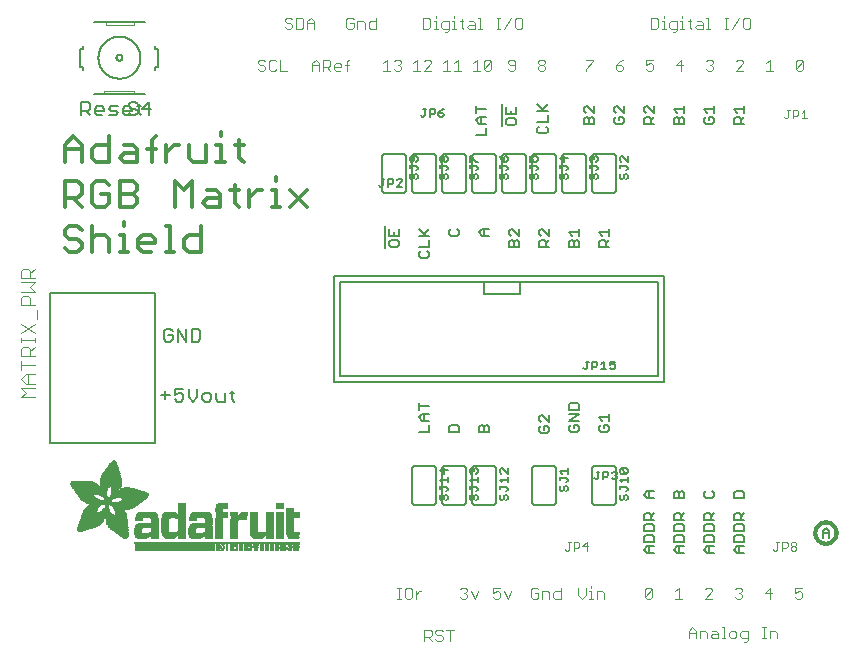
<source format=gbr>
G04 EAGLE Gerber RS-274X export*
G75*
%MOMM*%
%FSLAX34Y34*%
%LPD*%
%INSilkscreen Top*%
%IPPOS*%
%AMOC8*
5,1,8,0,0,1.08239X$1,22.5*%
G01*
%ADD10C,0.152400*%
%ADD11C,0.177800*%
%ADD12C,0.355600*%
%ADD13C,0.076200*%
%ADD14C,0.304800*%
%ADD15C,0.203200*%
%ADD16R,6.839700X0.016800*%
%ADD17R,0.268300X0.016800*%
%ADD18R,0.268200X0.016800*%
%ADD19R,0.251500X0.016800*%
%ADD20R,0.301800X0.016800*%
%ADD21R,0.251400X0.016800*%
%ADD22R,0.285000X0.016800*%
%ADD23R,0.301700X0.016800*%
%ADD24R,0.419100X0.016800*%
%ADD25R,0.318500X0.016800*%
%ADD26R,0.586700X0.016800*%
%ADD27R,0.586800X0.016800*%
%ADD28R,6.839700X0.016700*%
%ADD29R,0.268300X0.016700*%
%ADD30R,0.251400X0.016700*%
%ADD31R,0.251500X0.016700*%
%ADD32R,0.301800X0.016700*%
%ADD33R,0.285000X0.016700*%
%ADD34R,0.301700X0.016700*%
%ADD35R,0.419100X0.016700*%
%ADD36R,0.318500X0.016700*%
%ADD37R,0.586700X0.016700*%
%ADD38R,0.586800X0.016700*%
%ADD39R,0.318600X0.016800*%
%ADD40R,0.569900X0.016800*%
%ADD41R,0.335300X0.016800*%
%ADD42R,0.234700X0.016800*%
%ADD43R,0.234700X0.016700*%
%ADD44R,0.016700X0.016700*%
%ADD45R,0.318600X0.016700*%
%ADD46R,0.569900X0.016700*%
%ADD47R,0.335300X0.016700*%
%ADD48R,0.217900X0.016800*%
%ADD49R,0.033500X0.016800*%
%ADD50R,0.570000X0.016800*%
%ADD51R,0.201100X0.016700*%
%ADD52R,0.050300X0.016700*%
%ADD53R,0.670500X0.016700*%
%ADD54R,1.005800X0.016700*%
%ADD55R,0.570000X0.016700*%
%ADD56R,0.201100X0.016800*%
%ADD57R,0.067000X0.016800*%
%ADD58R,0.670500X0.016800*%
%ADD59R,1.005800X0.016800*%
%ADD60R,0.184400X0.016800*%
%ADD61R,0.989000X0.016800*%
%ADD62R,0.184400X0.016700*%
%ADD63R,0.067000X0.016700*%
%ADD64R,0.989000X0.016700*%
%ADD65R,0.167600X0.016800*%
%ADD66R,0.083800X0.016800*%
%ADD67R,0.637000X0.016800*%
%ADD68R,0.955500X0.016800*%
%ADD69R,0.150800X0.016800*%
%ADD70R,0.100600X0.016800*%
%ADD71R,0.536400X0.016800*%
%ADD72R,0.854900X0.016800*%
%ADD73R,0.150800X0.016700*%
%ADD74R,0.100600X0.016700*%
%ADD75R,0.352000X0.016700*%
%ADD76R,0.435900X0.016700*%
%ADD77R,0.402400X0.016700*%
%ADD78R,0.368800X0.016700*%
%ADD79R,0.134100X0.016800*%
%ADD80R,0.117300X0.016800*%
%ADD81R,0.435900X0.016800*%
%ADD82R,0.368900X0.016800*%
%ADD83R,0.603500X0.016800*%
%ADD84R,0.134100X0.016700*%
%ADD85R,0.117300X0.016700*%
%ADD86R,0.452600X0.016700*%
%ADD87R,0.620300X0.016700*%
%ADD88R,0.284900X0.016800*%
%ADD89R,0.486200X0.016800*%
%ADD90R,0.653800X0.016800*%
%ADD91R,0.804700X0.016800*%
%ADD92R,0.150900X0.016700*%
%ADD93R,0.268200X0.016700*%
%ADD94R,0.737600X0.016700*%
%ADD95R,0.603500X0.016700*%
%ADD96R,0.922000X0.016700*%
%ADD97R,0.150900X0.016800*%
%ADD98R,0.821400X0.016800*%
%ADD99R,0.972300X0.016800*%
%ADD100R,0.989100X0.016800*%
%ADD101R,0.083800X0.016700*%
%ADD102R,0.167600X0.016700*%
%ADD103R,0.821400X0.016700*%
%ADD104R,0.989100X0.016700*%
%ADD105R,0.201200X0.016700*%
%ADD106R,0.050300X0.016800*%
%ADD107R,0.201200X0.016800*%
%ADD108R,0.217900X0.016700*%
%ADD109R,0.284900X0.016700*%
%ADD110R,0.352100X0.016800*%
%ADD111R,0.620300X0.016800*%
%ADD112R,0.385600X0.016800*%
%ADD113R,0.335200X0.016800*%
%ADD114R,0.385600X0.016700*%
%ADD115R,0.687400X0.016700*%
%ADD116R,13.998000X0.016800*%
%ADD117R,13.998000X0.016700*%
%ADD118R,0.637000X0.016700*%
%ADD119R,0.486100X0.016700*%
%ADD120R,0.637100X0.016700*%
%ADD121R,0.519700X0.016700*%
%ADD122R,0.536500X0.016700*%
%ADD123R,0.787900X0.016800*%
%ADD124R,0.687400X0.016800*%
%ADD125R,0.771200X0.016800*%
%ADD126R,0.637100X0.016800*%
%ADD127R,0.720800X0.016800*%
%ADD128R,0.704100X0.016800*%
%ADD129R,0.754400X0.016800*%
%ADD130R,0.838200X0.016700*%
%ADD131R,0.871800X0.016700*%
%ADD132R,0.871700X0.016700*%
%ADD133R,0.402400X0.016800*%
%ADD134R,0.922100X0.016800*%
%ADD135R,0.938800X0.016800*%
%ADD136R,0.938800X0.016700*%
%ADD137R,1.022600X0.016700*%
%ADD138R,0.972400X0.016700*%
%ADD139R,0.972300X0.016700*%
%ADD140R,0.469400X0.016800*%
%ADD141R,1.072900X0.016800*%
%ADD142R,1.022600X0.016800*%
%ADD143R,1.005900X0.016800*%
%ADD144R,0.502900X0.016800*%
%ADD145R,1.123200X0.016800*%
%ADD146R,1.056200X0.016800*%
%ADD147R,1.123100X0.016800*%
%ADD148R,1.139900X0.016700*%
%ADD149R,1.089600X0.016700*%
%ADD150R,0.553200X0.016800*%
%ADD151R,1.190200X0.016800*%
%ADD152R,1.190300X0.016800*%
%ADD153R,1.039400X0.016800*%
%ADD154R,1.223700X0.016800*%
%ADD155R,1.173500X0.016800*%
%ADD156R,1.223800X0.016800*%
%ADD157R,1.240500X0.016700*%
%ADD158R,1.173500X0.016700*%
%ADD159R,1.240600X0.016700*%
%ADD160R,1.190300X0.016700*%
%ADD161R,1.056200X0.016700*%
%ADD162R,1.274100X0.016800*%
%ADD163R,1.274000X0.016800*%
%ADD164R,1.307600X0.016800*%
%ADD165R,1.257300X0.016800*%
%ADD166R,1.324400X0.016800*%
%ADD167R,0.687300X0.016700*%
%ADD168R,1.324400X0.016700*%
%ADD169R,1.307500X0.016700*%
%ADD170R,1.274100X0.016700*%
%ADD171R,1.072900X0.016700*%
%ADD172R,2.011600X0.016800*%
%ADD173R,1.324300X0.016800*%
%ADD174R,1.978100X0.016800*%
%ADD175R,2.011600X0.016700*%
%ADD176R,1.357900X0.016700*%
%ADD177R,1.994900X0.016700*%
%ADD178R,1.341200X0.016700*%
%ADD179R,1.089700X0.016700*%
%ADD180R,0.754300X0.016800*%
%ADD181R,1.994900X0.016800*%
%ADD182R,1.995000X0.016800*%
%ADD183R,1.089700X0.016800*%
%ADD184R,0.787900X0.016700*%
%ADD185R,1.995000X0.016700*%
%ADD186R,2.028400X0.016800*%
%ADD187R,2.011700X0.016800*%
%ADD188R,1.106500X0.016800*%
%ADD189R,2.028400X0.016700*%
%ADD190R,2.011700X0.016700*%
%ADD191R,1.106500X0.016700*%
%ADD192R,0.888400X0.016800*%
%ADD193R,0.922000X0.016800*%
%ADD194R,0.938700X0.016700*%
%ADD195R,2.045200X0.016800*%
%ADD196R,0.938700X0.016800*%
%ADD197R,0.670600X0.016700*%
%ADD198R,0.888500X0.016700*%
%ADD199R,2.045200X0.016700*%
%ADD200R,0.888400X0.016700*%
%ADD201R,0.804600X0.016800*%
%ADD202R,2.028500X0.016800*%
%ADD203R,1.056100X0.016700*%
%ADD204R,0.771100X0.016700*%
%ADD205R,0.754300X0.016700*%
%ADD206R,2.028500X0.016700*%
%ADD207R,0.737700X0.016700*%
%ADD208R,1.072800X0.016800*%
%ADD209R,0.871700X0.016800*%
%ADD210R,0.737600X0.016800*%
%ADD211R,0.871800X0.016800*%
%ADD212R,1.089600X0.016800*%
%ADD213R,0.704000X0.016800*%
%ADD214R,0.687300X0.016800*%
%ADD215R,0.670600X0.016800*%
%ADD216R,1.123100X0.016700*%
%ADD217R,0.720800X0.016700*%
%ADD218R,0.653700X0.016700*%
%ADD219R,0.653800X0.016700*%
%ADD220R,1.139900X0.016800*%
%ADD221R,1.173400X0.016800*%
%ADD222R,1.190200X0.016700*%
%ADD223R,1.207000X0.016800*%
%ADD224R,1.240500X0.016800*%
%ADD225R,0.469400X0.016700*%
%ADD226R,1.274000X0.016700*%
%ADD227R,0.519600X0.016800*%
%ADD228R,1.341100X0.016800*%
%ADD229R,0.771200X0.016700*%
%ADD230R,1.374600X0.016700*%
%ADD231R,0.838200X0.016800*%
%ADD232R,1.391400X0.016800*%
%ADD233R,1.424900X0.016800*%
%ADD234R,1.441700X0.016700*%
%ADD235R,1.475200X0.016800*%
%ADD236R,1.491900X0.016700*%
%ADD237R,1.525500X0.016800*%
%ADD238R,1.559000X0.016700*%
%ADD239R,1.575800X0.016800*%
%ADD240R,1.307600X0.016700*%
%ADD241R,1.592500X0.016700*%
%ADD242R,1.374700X0.016800*%
%ADD243R,1.609300X0.016800*%
%ADD244R,1.408200X0.016800*%
%ADD245R,1.626100X0.016800*%
%ADD246R,1.626100X0.016700*%
%ADD247R,1.508800X0.016800*%
%ADD248R,1.659600X0.016800*%
%ADD249R,1.559000X0.016800*%
%ADD250R,1.676400X0.016800*%
%ADD251R,1.575800X0.016700*%
%ADD252R,1.676400X0.016700*%
%ADD253R,1.978100X0.016700*%
%ADD254R,1.693100X0.016800*%
%ADD255R,1.642800X0.016800*%
%ADD256R,1.709900X0.016800*%
%ADD257R,1.961300X0.016800*%
%ADD258R,1.726600X0.016700*%
%ADD259R,1.961300X0.016700*%
%ADD260R,1.693200X0.016800*%
%ADD261R,1.726600X0.016800*%
%ADD262R,1.944600X0.016800*%
%ADD263R,1.726700X0.016700*%
%ADD264R,1.743400X0.016700*%
%ADD265R,1.944600X0.016700*%
%ADD266R,1.726700X0.016800*%
%ADD267R,1.760200X0.016800*%
%ADD268R,1.927800X0.016800*%
%ADD269R,1.911000X0.016800*%
%ADD270R,1.793700X0.016700*%
%ADD271R,1.776900X0.016700*%
%ADD272R,1.911100X0.016700*%
%ADD273R,1.894300X0.016700*%
%ADD274R,1.793800X0.016800*%
%ADD275R,1.776900X0.016800*%
%ADD276R,1.911100X0.016800*%
%ADD277R,1.894300X0.016800*%
%ADD278R,1.827300X0.016800*%
%ADD279R,1.810500X0.016800*%
%ADD280R,1.877500X0.016800*%
%ADD281R,1.844100X0.016700*%
%ADD282R,1.810500X0.016700*%
%ADD283R,1.860800X0.016700*%
%ADD284R,1.844000X0.016700*%
%ADD285R,1.860900X0.016800*%
%ADD286R,1.844000X0.016800*%
%ADD287R,1.827200X0.016800*%
%ADD288R,1.860800X0.016800*%
%ADD289R,1.793700X0.016800*%
%ADD290R,1.877600X0.016700*%
%ADD291R,1.827200X0.016700*%
%ADD292R,1.927800X0.016700*%
%ADD293R,1.927900X0.016800*%
%ADD294R,1.944700X0.016700*%
%ADD295R,1.877500X0.016700*%
%ADD296R,1.961400X0.016800*%
%ADD297R,1.961400X0.016700*%
%ADD298R,1.978200X0.016800*%
%ADD299R,1.911000X0.016700*%
%ADD300R,0.620200X0.016800*%
%ADD301R,1.425000X0.016800*%
%ADD302R,0.620200X0.016700*%
%ADD303R,1.425000X0.016700*%
%ADD304R,0.653700X0.016800*%
%ADD305R,0.704100X0.016700*%
%ADD306R,0.804700X0.016700*%
%ADD307R,0.905200X0.016800*%
%ADD308R,1.894400X0.016800*%
%ADD309R,1.927900X0.016700*%
%ADD310R,1.877600X0.016800*%
%ADD311R,3.889300X0.016800*%
%ADD312R,3.872500X0.016700*%
%ADD313R,3.872500X0.016800*%
%ADD314R,3.855700X0.016700*%
%ADD315R,0.754400X0.016700*%
%ADD316R,3.855700X0.016800*%
%ADD317R,3.839000X0.016800*%
%ADD318R,0.720900X0.016800*%
%ADD319R,3.822200X0.016700*%
%ADD320R,2.715700X0.016800*%
%ADD321R,2.632000X0.016800*%
%ADD322R,1.290800X0.016800*%
%ADD323R,2.615200X0.016700*%
%ADD324R,1.257300X0.016700*%
%ADD325R,2.581700X0.016800*%
%ADD326R,1.240600X0.016800*%
%ADD327R,2.564900X0.016800*%
%ADD328R,1.760300X0.016800*%
%ADD329R,2.531400X0.016700*%
%ADD330R,1.156700X0.016700*%
%ADD331R,2.514600X0.016800*%
%ADD332R,0.955600X0.016800*%
%ADD333R,2.497800X0.016800*%
%ADD334R,1.659700X0.016800*%
%ADD335R,2.464300X0.016700*%
%ADD336R,1.039300X0.016700*%
%ADD337R,2.447500X0.016800*%
%ADD338R,1.592500X0.016800*%
%ADD339R,0.536500X0.016800*%
%ADD340R,2.430800X0.016700*%
%ADD341R,1.559100X0.016700*%
%ADD342R,1.542300X0.016700*%
%ADD343R,0.502900X0.016700*%
%ADD344R,2.414000X0.016800*%
%ADD345R,0.905300X0.016800*%
%ADD346R,1.508700X0.016800*%
%ADD347R,0.888500X0.016800*%
%ADD348R,2.397300X0.016800*%
%ADD349R,1.441700X0.016800*%
%ADD350R,0.452700X0.016800*%
%ADD351R,1.290900X0.016700*%
%ADD352R,1.156700X0.016800*%
%ADD353R,0.855000X0.016800*%
%ADD354R,1.123200X0.016700*%
%ADD355R,0.720900X0.016700*%
%ADD356R,1.106400X0.016800*%
%ADD357R,1.106400X0.016700*%
%ADD358R,0.771100X0.016800*%
%ADD359R,0.435800X0.016700*%
%ADD360R,1.592600X0.016700*%
%ADD361R,0.435800X0.016800*%
%ADD362R,1.642900X0.016800*%
%ADD363R,0.402300X0.016800*%
%ADD364R,1.793800X0.016700*%
%ADD365R,0.368800X0.016800*%
%ADD366R,1.056100X0.016800*%
%ADD367R,1.039400X0.016700*%
%ADD368R,2.078800X0.016800*%
%ADD369R,0.335200X0.016700*%
%ADD370R,2.145800X0.016700*%
%ADD371R,2.162600X0.016800*%
%ADD372R,0.352000X0.016800*%
%ADD373R,2.212800X0.016800*%
%ADD374R,2.279900X0.016700*%
%ADD375R,2.330200X0.016800*%
%ADD376R,2.799500X0.016800*%
%ADD377R,2.816300X0.016700*%
%ADD378R,0.955500X0.016700*%
%ADD379R,2.849900X0.016800*%
%ADD380R,2.916900X0.016800*%
%ADD381R,4.224500X0.016700*%
%ADD382R,4.291600X0.016800*%
%ADD383R,4.409000X0.016800*%
%ADD384R,4.509500X0.016700*%
%ADD385R,4.526300X0.016800*%
%ADD386R,4.626800X0.016700*%
%ADD387R,4.693900X0.016800*%
%ADD388R,4.727400X0.016800*%
%ADD389R,2.548200X0.016700*%
%ADD390R,2.179300X0.016700*%
%ADD391R,2.430800X0.016800*%
%ADD392R,2.414000X0.016700*%
%ADD393R,2.414100X0.016800*%
%ADD394R,2.430700X0.016700*%
%ADD395R,2.447600X0.016700*%
%ADD396R,1.559100X0.016800*%
%ADD397R,1.525500X0.016700*%
%ADD398R,1.492000X0.016800*%
%ADD399R,1.491900X0.016800*%
%ADD400R,1.458500X0.016700*%
%ADD401R,2.061900X0.016800*%
%ADD402R,1.408100X0.016700*%
%ADD403R,0.905200X0.016700*%
%ADD404R,2.112300X0.016700*%
%ADD405R,2.179300X0.016800*%
%ADD406R,1.408200X0.016700*%
%ADD407R,2.212900X0.016700*%
%ADD408R,1.140000X0.016800*%
%ADD409R,3.319300X0.016800*%
%ADD410R,1.374700X0.016700*%
%ADD411R,0.402300X0.016700*%
%ADD412R,3.302500X0.016700*%
%ADD413R,3.285700X0.016800*%
%ADD414R,1.357900X0.016800*%
%ADD415R,3.269000X0.016800*%
%ADD416R,3.285800X0.016700*%
%ADD417R,3.268900X0.016800*%
%ADD418R,0.452700X0.016700*%
%ADD419R,3.268900X0.016700*%
%ADD420R,1.391400X0.016700*%
%ADD421R,3.269000X0.016700*%
%ADD422R,1.374600X0.016800*%
%ADD423R,0.519700X0.016800*%
%ADD424R,3.252200X0.016800*%
%ADD425R,3.235400X0.016800*%
%ADD426R,3.235400X0.016700*%
%ADD427R,3.218600X0.016800*%
%ADD428R,3.201900X0.016800*%
%ADD429R,3.201900X0.016700*%
%ADD430R,1.458500X0.016800*%
%ADD431R,1.525600X0.016800*%
%ADD432R,3.185100X0.016800*%
%ADD433R,2.531300X0.016700*%
%ADD434R,3.168400X0.016700*%
%ADD435R,2.531300X0.016800*%
%ADD436R,3.151600X0.016800*%
%ADD437R,2.548100X0.016800*%
%ADD438R,3.134900X0.016800*%
%ADD439R,2.564900X0.016700*%
%ADD440R,3.118100X0.016700*%
%ADD441R,2.581600X0.016800*%
%ADD442R,3.101400X0.016800*%
%ADD443R,2.598400X0.016700*%
%ADD444R,3.067900X0.016700*%
%ADD445R,2.598400X0.016800*%
%ADD446R,3.034300X0.016800*%
%ADD447R,2.615100X0.016800*%
%ADD448R,3.000800X0.016800*%
%ADD449R,2.631900X0.016700*%
%ADD450R,2.950500X0.016700*%
%ADD451R,2.648700X0.016800*%
%ADD452R,2.900200X0.016800*%
%ADD453R,2.665500X0.016800*%
%ADD454R,2.682200X0.016700*%
%ADD455R,2.799600X0.016700*%
%ADD456R,2.699000X0.016800*%
%ADD457R,2.732500X0.016800*%
%ADD458R,2.749300X0.016700*%
%ADD459R,2.632000X0.016700*%
%ADD460R,2.749300X0.016800*%
%ADD461R,2.766100X0.016700*%
%ADD462R,2.766100X0.016800*%
%ADD463R,2.481100X0.016800*%
%ADD464R,2.782900X0.016800*%
%ADD465R,2.380500X0.016700*%
%ADD466R,2.833100X0.016800*%
%ADD467R,1.592600X0.016800*%
%ADD468R,2.849900X0.016700*%
%ADD469R,2.883400X0.016800*%
%ADD470R,2.917000X0.016700*%
%ADD471R,2.933700X0.016800*%
%ADD472R,2.967200X0.016800*%
%ADD473R,2.967200X0.016700*%
%ADD474R,3.017500X0.016700*%
%ADD475R,3.051000X0.016800*%
%ADD476R,0.788000X0.016800*%
%ADD477R,3.084600X0.016800*%
%ADD478R,2.397300X0.016700*%
%ADD479R,2.397200X0.016800*%
%ADD480R,1.760200X0.016700*%
%ADD481R,2.397200X0.016700*%
%ADD482R,1.827300X0.016700*%
%ADD483R,2.380500X0.016800*%
%ADD484R,2.363700X0.016800*%
%ADD485R,2.363700X0.016700*%
%ADD486R,2.346900X0.016800*%
%ADD487R,2.296600X0.016700*%
%ADD488R,2.279900X0.016800*%
%ADD489R,2.246300X0.016800*%
%ADD490R,2.229600X0.016700*%
%ADD491R,2.129100X0.016800*%
%ADD492R,2.112300X0.016800*%
%ADD493R,1.609300X0.016700*%
%ADD494R,1.743400X0.016800*%
%ADD495R,1.693100X0.016700*%
%ADD496R,1.659700X0.016700*%
%ADD497R,1.575900X0.016800*%
%ADD498R,1.575900X0.016700*%
%ADD499R,1.475200X0.016700*%
%ADD500R,1.324300X0.016700*%
%ADD501R,1.290800X0.016700*%
%ADD502R,1.207000X0.016700*%
%ADD503R,0.854900X0.016700*%
%ADD504R,0.821500X0.016700*%
%ADD505R,0.821500X0.016800*%
%ADD506R,0.218000X0.016800*%
%ADD507C,0.050800*%
%ADD508C,0.127000*%
%ADD509C,0.101600*%


D10*
X27470Y447802D02*
X27470Y458988D01*
X33063Y458988D01*
X34927Y457123D01*
X34927Y453395D01*
X33063Y451531D01*
X27470Y451531D01*
X31199Y451531D02*
X34927Y447802D01*
X41028Y447802D02*
X44757Y447802D01*
X41028Y447802D02*
X39164Y449666D01*
X39164Y453395D01*
X41028Y455259D01*
X44757Y455259D01*
X46621Y453395D01*
X46621Y451531D01*
X39164Y451531D01*
X50858Y447802D02*
X56451Y447802D01*
X58315Y449666D01*
X56451Y451531D01*
X52722Y451531D01*
X50858Y453395D01*
X52722Y455259D01*
X58315Y455259D01*
X64416Y447802D02*
X68145Y447802D01*
X64416Y447802D02*
X62552Y449666D01*
X62552Y453395D01*
X64416Y455259D01*
X68145Y455259D01*
X70009Y453395D01*
X70009Y451531D01*
X62552Y451531D01*
X76110Y449666D02*
X76110Y457123D01*
X76110Y449666D02*
X77974Y447802D01*
X77974Y455259D02*
X74246Y455259D01*
X506556Y76962D02*
X512318Y76962D01*
X506556Y76962D02*
X503675Y79843D01*
X506556Y82724D01*
X512318Y82724D01*
X507996Y82724D02*
X507996Y76962D01*
X503675Y86317D02*
X512318Y86317D01*
X512318Y90639D01*
X510877Y92079D01*
X505115Y92079D01*
X503675Y90639D01*
X503675Y86317D01*
X503675Y95672D02*
X512318Y95672D01*
X512318Y99994D01*
X510877Y101435D01*
X505115Y101435D01*
X503675Y99994D01*
X503675Y95672D01*
X503675Y105028D02*
X512318Y105028D01*
X503675Y105028D02*
X503675Y109349D01*
X505115Y110790D01*
X507996Y110790D01*
X509437Y109349D01*
X509437Y105028D01*
X509437Y107909D02*
X512318Y110790D01*
X512318Y123738D02*
X506556Y123738D01*
X503675Y126619D01*
X506556Y129500D01*
X512318Y129500D01*
X507996Y129500D02*
X507996Y123738D01*
X531956Y76962D02*
X537718Y76962D01*
X531956Y76962D02*
X529075Y79843D01*
X531956Y82724D01*
X537718Y82724D01*
X533396Y82724D02*
X533396Y76962D01*
X529075Y86317D02*
X537718Y86317D01*
X537718Y90639D01*
X536277Y92079D01*
X530515Y92079D01*
X529075Y90639D01*
X529075Y86317D01*
X529075Y95672D02*
X537718Y95672D01*
X537718Y99994D01*
X536277Y101435D01*
X530515Y101435D01*
X529075Y99994D01*
X529075Y95672D01*
X529075Y105028D02*
X537718Y105028D01*
X529075Y105028D02*
X529075Y109349D01*
X530515Y110790D01*
X533396Y110790D01*
X534837Y109349D01*
X534837Y105028D01*
X534837Y107909D02*
X537718Y110790D01*
X537718Y123738D02*
X529075Y123738D01*
X529075Y128060D01*
X530515Y129500D01*
X531956Y129500D01*
X533396Y128060D01*
X534837Y129500D01*
X536277Y129500D01*
X537718Y128060D01*
X537718Y123738D01*
X533396Y123738D02*
X533396Y128060D01*
X557356Y76962D02*
X563118Y76962D01*
X557356Y76962D02*
X554475Y79843D01*
X557356Y82724D01*
X563118Y82724D01*
X558796Y82724D02*
X558796Y76962D01*
X554475Y86317D02*
X563118Y86317D01*
X563118Y90639D01*
X561677Y92079D01*
X555915Y92079D01*
X554475Y90639D01*
X554475Y86317D01*
X554475Y95672D02*
X563118Y95672D01*
X563118Y99994D01*
X561677Y101435D01*
X555915Y101435D01*
X554475Y99994D01*
X554475Y95672D01*
X554475Y105028D02*
X563118Y105028D01*
X554475Y105028D02*
X554475Y109349D01*
X555915Y110790D01*
X558796Y110790D01*
X560237Y109349D01*
X560237Y105028D01*
X560237Y107909D02*
X563118Y110790D01*
X554475Y128060D02*
X555915Y129500D01*
X554475Y128060D02*
X554475Y125179D01*
X555915Y123738D01*
X561677Y123738D01*
X563118Y125179D01*
X563118Y128060D01*
X561677Y129500D01*
X582756Y76962D02*
X588518Y76962D01*
X582756Y76962D02*
X579875Y79843D01*
X582756Y82724D01*
X588518Y82724D01*
X584196Y82724D02*
X584196Y76962D01*
X579875Y86317D02*
X588518Y86317D01*
X588518Y90639D01*
X587077Y92079D01*
X581315Y92079D01*
X579875Y90639D01*
X579875Y86317D01*
X579875Y95672D02*
X588518Y95672D01*
X588518Y99994D01*
X587077Y101435D01*
X581315Y101435D01*
X579875Y99994D01*
X579875Y95672D01*
X579875Y105028D02*
X588518Y105028D01*
X579875Y105028D02*
X579875Y109349D01*
X581315Y110790D01*
X584196Y110790D01*
X585637Y109349D01*
X585637Y105028D01*
X585637Y107909D02*
X588518Y110790D01*
X588518Y123738D02*
X579875Y123738D01*
X588518Y123738D02*
X588518Y128060D01*
X587077Y129500D01*
X581315Y129500D01*
X579875Y128060D01*
X579875Y123738D01*
X579875Y440522D02*
X588518Y440522D01*
X579875Y440522D02*
X579875Y444843D01*
X581315Y446284D01*
X584196Y446284D01*
X585637Y444843D01*
X585637Y440522D01*
X585637Y443403D02*
X588518Y446284D01*
X582756Y449877D02*
X579875Y452758D01*
X588518Y452758D01*
X588518Y449877D02*
X588518Y455639D01*
X555915Y446284D02*
X554475Y444843D01*
X554475Y441962D01*
X555915Y440522D01*
X561677Y440522D01*
X563118Y441962D01*
X563118Y444843D01*
X561677Y446284D01*
X558796Y446284D01*
X558796Y443403D01*
X557356Y449877D02*
X554475Y452758D01*
X563118Y452758D01*
X563118Y449877D02*
X563118Y455639D01*
X537718Y440522D02*
X529075Y440522D01*
X529075Y444843D01*
X530515Y446284D01*
X531956Y446284D01*
X533396Y444843D01*
X534837Y446284D01*
X536277Y446284D01*
X537718Y444843D01*
X537718Y440522D01*
X533396Y440522D02*
X533396Y444843D01*
X531956Y449877D02*
X529075Y452758D01*
X537718Y452758D01*
X537718Y449877D02*
X537718Y455639D01*
X512318Y440522D02*
X503675Y440522D01*
X503675Y444843D01*
X505115Y446284D01*
X507996Y446284D01*
X509437Y444843D01*
X509437Y440522D01*
X509437Y443403D02*
X512318Y446284D01*
X512318Y449877D02*
X512318Y455639D01*
X512318Y449877D02*
X506556Y455639D01*
X505115Y455639D01*
X503675Y454199D01*
X503675Y451317D01*
X505115Y449877D01*
X479715Y446284D02*
X478275Y444843D01*
X478275Y441962D01*
X479715Y440522D01*
X485477Y440522D01*
X486918Y441962D01*
X486918Y444843D01*
X485477Y446284D01*
X482596Y446284D01*
X482596Y443403D01*
X486918Y449877D02*
X486918Y455639D01*
X486918Y449877D02*
X481156Y455639D01*
X479715Y455639D01*
X478275Y454199D01*
X478275Y451317D01*
X479715Y449877D01*
X461518Y440522D02*
X452875Y440522D01*
X452875Y444843D01*
X454315Y446284D01*
X455756Y446284D01*
X457196Y444843D01*
X458637Y446284D01*
X460077Y446284D01*
X461518Y444843D01*
X461518Y440522D01*
X457196Y440522D02*
X457196Y444843D01*
X461518Y449877D02*
X461518Y455639D01*
X461518Y449877D02*
X455756Y455639D01*
X454315Y455639D01*
X452875Y454199D01*
X452875Y451317D01*
X454315Y449877D01*
X383794Y457200D02*
X383794Y438490D01*
X386835Y440692D02*
X386835Y443573D01*
X386835Y440692D02*
X388275Y439252D01*
X394037Y439252D01*
X395478Y440692D01*
X395478Y443573D01*
X394037Y445014D01*
X388275Y445014D01*
X386835Y443573D01*
X386835Y448607D02*
X386835Y454369D01*
X386835Y448607D02*
X395478Y448607D01*
X395478Y454369D01*
X391156Y451488D02*
X391156Y448607D01*
X370078Y431166D02*
X361435Y431166D01*
X370078Y431166D02*
X370078Y436929D01*
X370078Y440522D02*
X364316Y440522D01*
X361435Y443403D01*
X364316Y446284D01*
X370078Y446284D01*
X365756Y446284D02*
X365756Y440522D01*
X370078Y452758D02*
X361435Y452758D01*
X361435Y449877D02*
X361435Y455639D01*
X413505Y436758D02*
X414945Y438199D01*
X413505Y436758D02*
X413505Y433877D01*
X414945Y432436D01*
X420707Y432436D01*
X422148Y433877D01*
X422148Y436758D01*
X420707Y438199D01*
X422148Y441792D02*
X413505Y441792D01*
X422148Y441792D02*
X422148Y447554D01*
X422148Y451147D02*
X413505Y451147D01*
X419267Y451147D02*
X413505Y456909D01*
X417826Y452587D02*
X422148Y456909D01*
D11*
X104697Y265268D02*
X102875Y267090D01*
X99231Y267090D01*
X97409Y265268D01*
X97409Y257981D01*
X99231Y256159D01*
X102875Y256159D01*
X104697Y257981D01*
X104697Y261625D01*
X101053Y261625D01*
X109103Y267090D02*
X109103Y256159D01*
X116391Y256159D02*
X109103Y267090D01*
X116391Y267090D02*
X116391Y256159D01*
X120797Y256159D02*
X120797Y267090D01*
X120797Y256159D02*
X126263Y256159D01*
X128084Y257981D01*
X128084Y265268D01*
X126263Y267090D01*
X120797Y267090D01*
X102157Y210825D02*
X94869Y210825D01*
X98513Y214468D02*
X98513Y207181D01*
X106563Y216290D02*
X113851Y216290D01*
X106563Y216290D02*
X106563Y210825D01*
X110207Y212647D01*
X112029Y212647D01*
X113851Y210825D01*
X113851Y207181D01*
X112029Y205359D01*
X108385Y205359D01*
X106563Y207181D01*
X118257Y209003D02*
X118257Y216290D01*
X118257Y209003D02*
X121901Y205359D01*
X125544Y209003D01*
X125544Y216290D01*
X131773Y205359D02*
X135417Y205359D01*
X137238Y207181D01*
X137238Y210825D01*
X135417Y212647D01*
X131773Y212647D01*
X129951Y210825D01*
X129951Y207181D01*
X131773Y205359D01*
X141645Y207181D02*
X141645Y212647D01*
X141645Y207181D02*
X143467Y205359D01*
X148932Y205359D01*
X148932Y212647D01*
X155161Y214468D02*
X155161Y207181D01*
X156983Y205359D01*
X156983Y212647D02*
X153339Y212647D01*
D10*
X284734Y335620D02*
X284734Y354330D01*
X287775Y340703D02*
X287775Y337822D01*
X289215Y336382D01*
X294977Y336382D01*
X296418Y337822D01*
X296418Y340703D01*
X294977Y342144D01*
X289215Y342144D01*
X287775Y340703D01*
X287775Y345737D02*
X287775Y351499D01*
X287775Y345737D02*
X296418Y345737D01*
X296418Y351499D01*
X292096Y348618D02*
X292096Y345737D01*
X313175Y331348D02*
X314615Y332789D01*
X313175Y331348D02*
X313175Y328467D01*
X314615Y327026D01*
X320377Y327026D01*
X321818Y328467D01*
X321818Y331348D01*
X320377Y332789D01*
X321818Y336382D02*
X313175Y336382D01*
X321818Y336382D02*
X321818Y342144D01*
X321818Y345737D02*
X313175Y345737D01*
X318937Y345737D02*
X313175Y351499D01*
X317496Y347177D02*
X321818Y351499D01*
X321818Y179832D02*
X313175Y179832D01*
X321818Y179832D02*
X321818Y185594D01*
X321818Y189187D02*
X316056Y189187D01*
X313175Y192068D01*
X316056Y194949D01*
X321818Y194949D01*
X317496Y194949D02*
X317496Y189187D01*
X321818Y201424D02*
X313175Y201424D01*
X313175Y204305D02*
X313175Y198542D01*
X338575Y350059D02*
X340015Y351499D01*
X338575Y350059D02*
X338575Y347177D01*
X340015Y345737D01*
X345777Y345737D01*
X347218Y347177D01*
X347218Y350059D01*
X345777Y351499D01*
X347218Y179832D02*
X338575Y179832D01*
X347218Y179832D02*
X347218Y184154D01*
X345777Y185594D01*
X340015Y185594D01*
X338575Y184154D01*
X338575Y179832D01*
X366856Y345737D02*
X372618Y345737D01*
X366856Y345737D02*
X363975Y348618D01*
X366856Y351499D01*
X372618Y351499D01*
X368296Y351499D02*
X368296Y345737D01*
X372618Y179832D02*
X363975Y179832D01*
X363975Y184154D01*
X365415Y185594D01*
X366856Y185594D01*
X368296Y184154D01*
X369737Y185594D01*
X371177Y185594D01*
X372618Y184154D01*
X372618Y179832D01*
X368296Y179832D02*
X368296Y184154D01*
X389375Y336382D02*
X398018Y336382D01*
X389375Y336382D02*
X389375Y340703D01*
X390815Y342144D01*
X392256Y342144D01*
X393696Y340703D01*
X395137Y342144D01*
X396577Y342144D01*
X398018Y340703D01*
X398018Y336382D01*
X393696Y336382D02*
X393696Y340703D01*
X398018Y345737D02*
X398018Y351499D01*
X398018Y345737D02*
X392256Y351499D01*
X390815Y351499D01*
X389375Y350059D01*
X389375Y347177D01*
X390815Y345737D01*
X414775Y336382D02*
X423418Y336382D01*
X414775Y336382D02*
X414775Y340703D01*
X416215Y342144D01*
X419096Y342144D01*
X420537Y340703D01*
X420537Y336382D01*
X420537Y339263D02*
X423418Y342144D01*
X423418Y345737D02*
X423418Y351499D01*
X423418Y345737D02*
X417656Y351499D01*
X416215Y351499D01*
X414775Y350059D01*
X414775Y347177D01*
X416215Y345737D01*
X440175Y336382D02*
X448818Y336382D01*
X440175Y336382D02*
X440175Y340703D01*
X441615Y342144D01*
X443056Y342144D01*
X444496Y340703D01*
X445937Y342144D01*
X447377Y342144D01*
X448818Y340703D01*
X448818Y336382D01*
X444496Y336382D02*
X444496Y340703D01*
X443056Y345737D02*
X440175Y348618D01*
X448818Y348618D01*
X448818Y345737D02*
X448818Y351499D01*
X465575Y336382D02*
X474218Y336382D01*
X465575Y336382D02*
X465575Y340703D01*
X467015Y342144D01*
X469896Y342144D01*
X471337Y340703D01*
X471337Y336382D01*
X471337Y339263D02*
X474218Y342144D01*
X468456Y345737D02*
X465575Y348618D01*
X474218Y348618D01*
X474218Y345737D02*
X474218Y351499D01*
X467015Y185594D02*
X465575Y184154D01*
X465575Y181273D01*
X467015Y179832D01*
X472777Y179832D01*
X474218Y181273D01*
X474218Y184154D01*
X472777Y185594D01*
X469896Y185594D01*
X469896Y182713D01*
X468456Y189187D02*
X465575Y192068D01*
X474218Y192068D01*
X474218Y189187D02*
X474218Y194949D01*
X416215Y184324D02*
X414775Y182884D01*
X414775Y180003D01*
X416215Y178562D01*
X421977Y178562D01*
X423418Y180003D01*
X423418Y182884D01*
X421977Y184324D01*
X419096Y184324D01*
X419096Y181443D01*
X423418Y187917D02*
X423418Y193679D01*
X423418Y187917D02*
X417656Y193679D01*
X416215Y193679D01*
X414775Y192239D01*
X414775Y189358D01*
X416215Y187917D01*
X440175Y184154D02*
X441615Y185594D01*
X440175Y184154D02*
X440175Y181273D01*
X441615Y179832D01*
X447377Y179832D01*
X448818Y181273D01*
X448818Y184154D01*
X447377Y185594D01*
X444496Y185594D01*
X444496Y182713D01*
X440175Y189187D02*
X448818Y189187D01*
X448818Y194949D02*
X440175Y189187D01*
X440175Y194949D02*
X448818Y194949D01*
X448818Y198542D02*
X440175Y198542D01*
X448818Y198542D02*
X448818Y202864D01*
X447377Y204305D01*
X441615Y204305D01*
X440175Y202864D01*
X440175Y198542D01*
D12*
X13208Y408178D02*
X13208Y422753D01*
X20496Y430041D01*
X27783Y422753D01*
X27783Y408178D01*
X27783Y419109D02*
X13208Y419109D01*
X51171Y430041D02*
X51171Y408178D01*
X40240Y408178D01*
X36596Y411822D01*
X36596Y419109D01*
X40240Y422753D01*
X51171Y422753D01*
X63628Y422753D02*
X70915Y422753D01*
X74559Y419109D01*
X74559Y408178D01*
X63628Y408178D01*
X59984Y411822D01*
X63628Y415466D01*
X74559Y415466D01*
X87016Y408178D02*
X87016Y426397D01*
X90659Y430041D01*
X90659Y419109D02*
X83372Y419109D01*
X98964Y422753D02*
X98964Y408178D01*
X98964Y415466D02*
X106251Y422753D01*
X109895Y422753D01*
X118454Y422753D02*
X118454Y411822D01*
X122098Y408178D01*
X133029Y408178D01*
X133029Y422753D01*
X141842Y422753D02*
X145486Y422753D01*
X145486Y408178D01*
X149129Y408178D02*
X141842Y408178D01*
X145486Y430041D02*
X145486Y433684D01*
X161078Y426397D02*
X161078Y411822D01*
X164721Y408178D01*
X164721Y422753D02*
X157434Y422753D01*
X13208Y391941D02*
X13208Y370078D01*
X13208Y391941D02*
X24139Y391941D01*
X27783Y388297D01*
X27783Y381009D01*
X24139Y377366D01*
X13208Y377366D01*
X20496Y377366D02*
X27783Y370078D01*
X47527Y391941D02*
X51171Y388297D01*
X47527Y391941D02*
X40240Y391941D01*
X36596Y388297D01*
X36596Y373722D01*
X40240Y370078D01*
X47527Y370078D01*
X51171Y373722D01*
X51171Y381009D01*
X43884Y381009D01*
X59984Y370078D02*
X59984Y391941D01*
X70915Y391941D01*
X74559Y388297D01*
X74559Y384653D01*
X70915Y381009D01*
X74559Y377366D01*
X74559Y373722D01*
X70915Y370078D01*
X59984Y370078D01*
X59984Y381009D02*
X70915Y381009D01*
X106760Y370078D02*
X106760Y391941D01*
X114047Y384653D01*
X121335Y391941D01*
X121335Y370078D01*
X133792Y384653D02*
X141079Y384653D01*
X144723Y381009D01*
X144723Y370078D01*
X133792Y370078D01*
X130148Y373722D01*
X133792Y377366D01*
X144723Y377366D01*
X157180Y373722D02*
X157180Y388297D01*
X157180Y373722D02*
X160823Y370078D01*
X160823Y384653D02*
X153536Y384653D01*
X169128Y384653D02*
X169128Y370078D01*
X169128Y377366D02*
X176415Y384653D01*
X180059Y384653D01*
X188618Y384653D02*
X192262Y384653D01*
X192262Y370078D01*
X195905Y370078D02*
X188618Y370078D01*
X192262Y391941D02*
X192262Y395584D01*
X204210Y384653D02*
X218785Y370078D01*
X204210Y370078D02*
X218785Y384653D01*
X27783Y350197D02*
X24139Y353841D01*
X16852Y353841D01*
X13208Y350197D01*
X13208Y346553D01*
X16852Y342909D01*
X24139Y342909D01*
X27783Y339266D01*
X27783Y335622D01*
X24139Y331978D01*
X16852Y331978D01*
X13208Y335622D01*
X36596Y331978D02*
X36596Y353841D01*
X40240Y346553D02*
X36596Y342909D01*
X40240Y346553D02*
X47527Y346553D01*
X51171Y342909D01*
X51171Y331978D01*
X59984Y346553D02*
X63628Y346553D01*
X63628Y331978D01*
X67271Y331978D02*
X59984Y331978D01*
X63628Y353841D02*
X63628Y357484D01*
X79220Y331978D02*
X86507Y331978D01*
X79220Y331978D02*
X75576Y335622D01*
X75576Y342909D01*
X79220Y346553D01*
X86507Y346553D01*
X90151Y342909D01*
X90151Y339266D01*
X75576Y339266D01*
X98964Y353841D02*
X102608Y353841D01*
X102608Y331978D01*
X106251Y331978D02*
X98964Y331978D01*
X129131Y331978D02*
X129131Y353841D01*
X129131Y331978D02*
X118200Y331978D01*
X114556Y335622D01*
X114556Y342909D01*
X118200Y346553D01*
X129131Y346553D01*
D13*
X317780Y12327D02*
X317780Y2921D01*
X317780Y12327D02*
X322483Y12327D01*
X324051Y10759D01*
X324051Y7624D01*
X322483Y6056D01*
X317780Y6056D01*
X320915Y6056D02*
X324051Y2921D01*
X333406Y10759D02*
X331838Y12327D01*
X328703Y12327D01*
X327135Y10759D01*
X327135Y9192D01*
X328703Y7624D01*
X331838Y7624D01*
X333406Y6056D01*
X333406Y4489D01*
X331838Y2921D01*
X328703Y2921D01*
X327135Y4489D01*
X339626Y2921D02*
X339626Y12327D01*
X342761Y12327D02*
X336490Y12327D01*
X347904Y46319D02*
X349472Y47887D01*
X352607Y47887D01*
X354175Y46319D01*
X354175Y44752D01*
X352607Y43184D01*
X351039Y43184D01*
X352607Y43184D02*
X354175Y41616D01*
X354175Y40049D01*
X352607Y38481D01*
X349472Y38481D01*
X347904Y40049D01*
X357259Y44752D02*
X360395Y38481D01*
X363530Y44752D01*
X375844Y47887D02*
X382115Y47887D01*
X375844Y47887D02*
X375844Y43184D01*
X378979Y44752D01*
X380547Y44752D01*
X382115Y43184D01*
X382115Y40049D01*
X380547Y38481D01*
X377412Y38481D01*
X375844Y40049D01*
X385199Y44752D02*
X388335Y38481D01*
X391470Y44752D01*
X412855Y47887D02*
X414423Y46319D01*
X412855Y47887D02*
X409720Y47887D01*
X408152Y46319D01*
X408152Y40049D01*
X409720Y38481D01*
X412855Y38481D01*
X414423Y40049D01*
X414423Y43184D01*
X411287Y43184D01*
X417507Y44752D02*
X417507Y38481D01*
X417507Y44752D02*
X422210Y44752D01*
X423778Y43184D01*
X423778Y38481D01*
X433133Y38481D02*
X433133Y47887D01*
X433133Y38481D02*
X428430Y38481D01*
X426862Y40049D01*
X426862Y43184D01*
X428430Y44752D01*
X433133Y44752D01*
X448234Y47887D02*
X448234Y41616D01*
X451369Y38481D01*
X454505Y41616D01*
X454505Y47887D01*
X457589Y44752D02*
X459157Y44752D01*
X459157Y38481D01*
X457589Y38481D02*
X460725Y38481D01*
X459157Y47887D02*
X459157Y49455D01*
X463826Y44752D02*
X463826Y38481D01*
X463826Y44752D02*
X468529Y44752D01*
X470097Y43184D01*
X470097Y38481D01*
X541502Y11275D02*
X541502Y5004D01*
X541502Y11275D02*
X544637Y14410D01*
X547773Y11275D01*
X547773Y5004D01*
X547773Y9707D02*
X541502Y9707D01*
X550857Y11275D02*
X550857Y5004D01*
X550857Y11275D02*
X555560Y11275D01*
X557128Y9707D01*
X557128Y5004D01*
X561780Y11275D02*
X564915Y11275D01*
X566483Y9707D01*
X566483Y5004D01*
X561780Y5004D01*
X560212Y6572D01*
X561780Y8139D01*
X566483Y8139D01*
X569568Y14410D02*
X571135Y14410D01*
X571135Y5004D01*
X569568Y5004D02*
X572703Y5004D01*
X577372Y5004D02*
X580507Y5004D01*
X582075Y6572D01*
X582075Y9707D01*
X580507Y11275D01*
X577372Y11275D01*
X575804Y9707D01*
X575804Y6572D01*
X577372Y5004D01*
X588295Y1869D02*
X589863Y1869D01*
X591430Y3436D01*
X591430Y11275D01*
X586727Y11275D01*
X585160Y9707D01*
X585160Y6572D01*
X586727Y5004D01*
X591430Y5004D01*
X603870Y5004D02*
X607005Y5004D01*
X605438Y5004D02*
X605438Y14410D01*
X607005Y14410D02*
X603870Y14410D01*
X610107Y11275D02*
X610107Y5004D01*
X610107Y11275D02*
X614810Y11275D01*
X616377Y9707D01*
X616377Y5004D01*
X504571Y40049D02*
X504571Y46319D01*
X506139Y47887D01*
X509274Y47887D01*
X510842Y46319D01*
X510842Y40049D01*
X509274Y38481D01*
X506139Y38481D01*
X504571Y40049D01*
X510842Y46319D01*
X529971Y44752D02*
X533106Y47887D01*
X533106Y38481D01*
X529971Y38481D02*
X536242Y38481D01*
X555371Y38481D02*
X561642Y38481D01*
X555371Y38481D02*
X561642Y44752D01*
X561642Y46319D01*
X560074Y47887D01*
X556939Y47887D01*
X555371Y46319D01*
X580771Y46319D02*
X582339Y47887D01*
X585474Y47887D01*
X587042Y46319D01*
X587042Y44752D01*
X585474Y43184D01*
X583906Y43184D01*
X585474Y43184D02*
X587042Y41616D01*
X587042Y40049D01*
X585474Y38481D01*
X582339Y38481D01*
X580771Y40049D01*
X610874Y38481D02*
X610874Y47887D01*
X606171Y43184D01*
X612442Y43184D01*
X631571Y47887D02*
X637842Y47887D01*
X631571Y47887D02*
X631571Y43184D01*
X634706Y44752D01*
X636274Y44752D01*
X637842Y43184D01*
X637842Y40049D01*
X636274Y38481D01*
X633139Y38481D01*
X631571Y40049D01*
X222631Y485521D02*
X222631Y491792D01*
X225766Y494927D01*
X228902Y491792D01*
X228902Y485521D01*
X228902Y490224D02*
X222631Y490224D01*
X231986Y485521D02*
X231986Y494927D01*
X236689Y494927D01*
X238257Y493359D01*
X238257Y490224D01*
X236689Y488656D01*
X231986Y488656D01*
X235122Y488656D02*
X238257Y485521D01*
X242909Y485521D02*
X246044Y485521D01*
X242909Y485521D02*
X241341Y487089D01*
X241341Y490224D01*
X242909Y491792D01*
X246044Y491792D01*
X247612Y490224D01*
X247612Y488656D01*
X241341Y488656D01*
X252264Y485521D02*
X252264Y493359D01*
X253832Y494927D01*
X253832Y490224D02*
X250697Y490224D01*
X258112Y528919D02*
X256544Y530487D01*
X253409Y530487D01*
X251841Y528919D01*
X251841Y522649D01*
X253409Y521081D01*
X256544Y521081D01*
X258112Y522649D01*
X258112Y525784D01*
X254976Y525784D01*
X261196Y527352D02*
X261196Y521081D01*
X261196Y527352D02*
X265899Y527352D01*
X267467Y525784D01*
X267467Y521081D01*
X276822Y521081D02*
X276822Y530487D01*
X276822Y521081D02*
X272119Y521081D01*
X270551Y522649D01*
X270551Y525784D01*
X272119Y527352D01*
X276822Y527352D01*
X285796Y494927D02*
X282661Y491792D01*
X285796Y494927D02*
X285796Y485521D01*
X282661Y485521D02*
X288931Y485521D01*
X292016Y493359D02*
X293583Y494927D01*
X296719Y494927D01*
X298287Y493359D01*
X298287Y491792D01*
X296719Y490224D01*
X295151Y490224D01*
X296719Y490224D02*
X298287Y488656D01*
X298287Y487089D01*
X296719Y485521D01*
X293583Y485521D01*
X292016Y487089D01*
X308061Y491792D02*
X311196Y494927D01*
X311196Y485521D01*
X308061Y485521D02*
X314331Y485521D01*
X317416Y485521D02*
X323687Y485521D01*
X317416Y485521D02*
X323687Y491792D01*
X323687Y493359D01*
X322119Y494927D01*
X318983Y494927D01*
X317416Y493359D01*
X333461Y491792D02*
X336596Y494927D01*
X336596Y485521D01*
X333461Y485521D02*
X339731Y485521D01*
X342816Y491792D02*
X345951Y494927D01*
X345951Y485521D01*
X342816Y485521D02*
X349087Y485521D01*
X358861Y491792D02*
X361996Y494927D01*
X361996Y485521D01*
X358861Y485521D02*
X365131Y485521D01*
X368216Y487089D02*
X368216Y493359D01*
X369783Y494927D01*
X372919Y494927D01*
X374487Y493359D01*
X374487Y487089D01*
X372919Y485521D01*
X369783Y485521D01*
X368216Y487089D01*
X374487Y493359D01*
X388536Y487089D02*
X390103Y485521D01*
X393239Y485521D01*
X394807Y487089D01*
X394807Y493359D01*
X393239Y494927D01*
X390103Y494927D01*
X388536Y493359D01*
X388536Y491792D01*
X390103Y490224D01*
X394807Y490224D01*
X413936Y493359D02*
X415503Y494927D01*
X418639Y494927D01*
X420207Y493359D01*
X420207Y491792D01*
X418639Y490224D01*
X420207Y488656D01*
X420207Y487089D01*
X418639Y485521D01*
X415503Y485521D01*
X413936Y487089D01*
X413936Y488656D01*
X415503Y490224D01*
X413936Y491792D01*
X413936Y493359D01*
X415503Y490224D02*
X418639Y490224D01*
X454576Y494927D02*
X460847Y494927D01*
X460847Y493359D01*
X454576Y487089D01*
X454576Y485521D01*
X483111Y493359D02*
X486247Y494927D01*
X483111Y493359D02*
X479976Y490224D01*
X479976Y487089D01*
X481543Y485521D01*
X484679Y485521D01*
X486247Y487089D01*
X486247Y488656D01*
X484679Y490224D01*
X479976Y490224D01*
X505376Y494927D02*
X511647Y494927D01*
X505376Y494927D02*
X505376Y490224D01*
X508511Y491792D01*
X510079Y491792D01*
X511647Y490224D01*
X511647Y487089D01*
X510079Y485521D01*
X506943Y485521D01*
X505376Y487089D01*
X535479Y485521D02*
X535479Y494927D01*
X530776Y490224D01*
X537047Y490224D01*
X556176Y493359D02*
X557743Y494927D01*
X560879Y494927D01*
X562447Y493359D01*
X562447Y491792D01*
X560879Y490224D01*
X559311Y490224D01*
X560879Y490224D02*
X562447Y488656D01*
X562447Y487089D01*
X560879Y485521D01*
X557743Y485521D01*
X556176Y487089D01*
X581576Y485521D02*
X587847Y485521D01*
X581576Y485521D02*
X587847Y491792D01*
X587847Y493359D01*
X586279Y494927D01*
X583143Y494927D01*
X581576Y493359D01*
X606976Y491792D02*
X610111Y494927D01*
X610111Y485521D01*
X606976Y485521D02*
X613247Y485521D01*
X632376Y487089D02*
X632376Y493359D01*
X633943Y494927D01*
X637079Y494927D01*
X638647Y493359D01*
X638647Y487089D01*
X637079Y485521D01*
X633943Y485521D01*
X632376Y487089D01*
X638647Y493359D01*
X316611Y521081D02*
X316611Y530487D01*
X316611Y521081D02*
X321314Y521081D01*
X322882Y522649D01*
X322882Y528919D01*
X321314Y530487D01*
X316611Y530487D01*
X325966Y527352D02*
X327534Y527352D01*
X327534Y521081D01*
X325966Y521081D02*
X329102Y521081D01*
X327534Y530487D02*
X327534Y532055D01*
X335338Y517946D02*
X336906Y517946D01*
X338474Y519513D01*
X338474Y527352D01*
X333771Y527352D01*
X332203Y525784D01*
X332203Y522649D01*
X333771Y521081D01*
X338474Y521081D01*
X341558Y527352D02*
X343126Y527352D01*
X343126Y521081D01*
X341558Y521081D02*
X344694Y521081D01*
X343126Y530487D02*
X343126Y532055D01*
X349363Y528919D02*
X349363Y522649D01*
X350930Y521081D01*
X350930Y527352D02*
X347795Y527352D01*
X355599Y527352D02*
X358735Y527352D01*
X360302Y525784D01*
X360302Y521081D01*
X355599Y521081D01*
X354032Y522649D01*
X355599Y524216D01*
X360302Y524216D01*
X363387Y530487D02*
X364955Y530487D01*
X364955Y521081D01*
X366522Y521081D02*
X363387Y521081D01*
X378979Y521081D02*
X382114Y521081D01*
X380547Y521081D02*
X380547Y530487D01*
X382114Y530487D02*
X378979Y530487D01*
X385216Y521081D02*
X391486Y530487D01*
X396139Y530487D02*
X399274Y530487D01*
X396139Y530487D02*
X394571Y528919D01*
X394571Y522649D01*
X396139Y521081D01*
X399274Y521081D01*
X400842Y522649D01*
X400842Y528919D01*
X399274Y530487D01*
X509651Y530487D02*
X509651Y521081D01*
X514354Y521081D01*
X515922Y522649D01*
X515922Y528919D01*
X514354Y530487D01*
X509651Y530487D01*
X519006Y527352D02*
X520574Y527352D01*
X520574Y521081D01*
X519006Y521081D02*
X522142Y521081D01*
X520574Y530487D02*
X520574Y532055D01*
X528378Y517946D02*
X529946Y517946D01*
X531514Y519513D01*
X531514Y527352D01*
X526811Y527352D01*
X525243Y525784D01*
X525243Y522649D01*
X526811Y521081D01*
X531514Y521081D01*
X534598Y527352D02*
X536166Y527352D01*
X536166Y521081D01*
X534598Y521081D02*
X537734Y521081D01*
X536166Y530487D02*
X536166Y532055D01*
X542403Y528919D02*
X542403Y522649D01*
X543970Y521081D01*
X543970Y527352D02*
X540835Y527352D01*
X548639Y527352D02*
X551775Y527352D01*
X553342Y525784D01*
X553342Y521081D01*
X548639Y521081D01*
X547072Y522649D01*
X548639Y524216D01*
X553342Y524216D01*
X556427Y530487D02*
X557995Y530487D01*
X557995Y521081D01*
X559562Y521081D02*
X556427Y521081D01*
X572019Y521081D02*
X575154Y521081D01*
X573587Y521081D02*
X573587Y530487D01*
X575154Y530487D02*
X572019Y530487D01*
X578256Y521081D02*
X584526Y530487D01*
X589179Y530487D02*
X592314Y530487D01*
X589179Y530487D02*
X587611Y528919D01*
X587611Y522649D01*
X589179Y521081D01*
X592314Y521081D01*
X593882Y522649D01*
X593882Y528919D01*
X592314Y530487D01*
X183182Y493359D02*
X181614Y494927D01*
X178479Y494927D01*
X176911Y493359D01*
X176911Y491792D01*
X178479Y490224D01*
X181614Y490224D01*
X183182Y488656D01*
X183182Y487089D01*
X181614Y485521D01*
X178479Y485521D01*
X176911Y487089D01*
X190969Y494927D02*
X192537Y493359D01*
X190969Y494927D02*
X187834Y494927D01*
X186266Y493359D01*
X186266Y487089D01*
X187834Y485521D01*
X190969Y485521D01*
X192537Y487089D01*
X195621Y485521D02*
X195621Y494927D01*
X195621Y485521D02*
X201892Y485521D01*
X206042Y528919D02*
X204474Y530487D01*
X201339Y530487D01*
X199771Y528919D01*
X199771Y527352D01*
X201339Y525784D01*
X204474Y525784D01*
X206042Y524216D01*
X206042Y522649D01*
X204474Y521081D01*
X201339Y521081D01*
X199771Y522649D01*
X209126Y521081D02*
X209126Y530487D01*
X209126Y521081D02*
X213829Y521081D01*
X215397Y522649D01*
X215397Y528919D01*
X213829Y530487D01*
X209126Y530487D01*
X218481Y527352D02*
X218481Y521081D01*
X218481Y527352D02*
X221617Y530487D01*
X224752Y527352D01*
X224752Y521081D01*
X224752Y525784D02*
X218481Y525784D01*
X294920Y38481D02*
X298055Y38481D01*
X296488Y38481D02*
X296488Y47887D01*
X298055Y47887D02*
X294920Y47887D01*
X302724Y47887D02*
X305860Y47887D01*
X302724Y47887D02*
X301157Y46319D01*
X301157Y40049D01*
X302724Y38481D01*
X305860Y38481D01*
X307427Y40049D01*
X307427Y46319D01*
X305860Y47887D01*
X310512Y44752D02*
X310512Y38481D01*
X310512Y41616D02*
X313647Y44752D01*
X315215Y44752D01*
X436719Y80398D02*
X437948Y79169D01*
X439176Y79169D01*
X440405Y80398D01*
X440405Y86541D01*
X439176Y86541D02*
X441634Y86541D01*
X444203Y86541D02*
X444203Y79169D01*
X444203Y86541D02*
X447889Y86541D01*
X449118Y85313D01*
X449118Y82855D01*
X447889Y81626D01*
X444203Y81626D01*
X455373Y79169D02*
X455373Y86541D01*
X451687Y82855D01*
X456602Y82855D01*
D10*
X315913Y446446D02*
X314812Y447548D01*
X315913Y446446D02*
X317015Y446446D01*
X318116Y447548D01*
X318116Y453056D01*
X317015Y453056D02*
X319218Y453056D01*
X322296Y453056D02*
X322296Y446446D01*
X322296Y453056D02*
X325601Y453056D01*
X326702Y451954D01*
X326702Y449751D01*
X325601Y448649D01*
X322296Y448649D01*
X331983Y451954D02*
X334186Y453056D01*
X331983Y451954D02*
X329780Y449751D01*
X329780Y447548D01*
X330881Y446446D01*
X333085Y446446D01*
X334186Y447548D01*
X334186Y448649D01*
X333085Y449751D01*
X329780Y449751D01*
D13*
X622191Y446294D02*
X623419Y445065D01*
X624648Y445065D01*
X625877Y446294D01*
X625877Y452437D01*
X627105Y452437D02*
X624648Y452437D01*
X629675Y452437D02*
X629675Y445065D01*
X629675Y452437D02*
X633361Y452437D01*
X634590Y451209D01*
X634590Y448751D01*
X633361Y447522D01*
X629675Y447522D01*
X637159Y449980D02*
X639616Y452437D01*
X639616Y445065D01*
X637159Y445065D02*
X642074Y445065D01*
X612919Y80398D02*
X614148Y79169D01*
X615376Y79169D01*
X616605Y80398D01*
X616605Y86541D01*
X615376Y86541D02*
X617834Y86541D01*
X620403Y86541D02*
X620403Y79169D01*
X620403Y86541D02*
X624089Y86541D01*
X625318Y85313D01*
X625318Y82855D01*
X624089Y81626D01*
X620403Y81626D01*
X627887Y85313D02*
X629116Y86541D01*
X631573Y86541D01*
X632802Y85313D01*
X632802Y84084D01*
X631573Y82855D01*
X632802Y81626D01*
X632802Y80398D01*
X631573Y79169D01*
X629116Y79169D01*
X627887Y80398D01*
X627887Y81626D01*
X629116Y82855D01*
X627887Y84084D01*
X627887Y85313D01*
X629116Y82855D02*
X631573Y82855D01*
D14*
X648880Y93980D02*
X648883Y94200D01*
X648891Y94421D01*
X648904Y94641D01*
X648923Y94860D01*
X648948Y95079D01*
X648977Y95298D01*
X649012Y95515D01*
X649053Y95732D01*
X649098Y95948D01*
X649149Y96162D01*
X649205Y96375D01*
X649267Y96587D01*
X649333Y96797D01*
X649405Y97005D01*
X649482Y97212D01*
X649564Y97416D01*
X649650Y97619D01*
X649742Y97819D01*
X649839Y98018D01*
X649940Y98213D01*
X650047Y98406D01*
X650158Y98597D01*
X650273Y98784D01*
X650393Y98969D01*
X650518Y99151D01*
X650647Y99329D01*
X650781Y99505D01*
X650918Y99677D01*
X651060Y99845D01*
X651206Y100011D01*
X651356Y100172D01*
X651510Y100330D01*
X651668Y100484D01*
X651829Y100634D01*
X651995Y100780D01*
X652163Y100922D01*
X652335Y101059D01*
X652511Y101193D01*
X652689Y101322D01*
X652871Y101447D01*
X653056Y101567D01*
X653243Y101682D01*
X653434Y101793D01*
X653627Y101900D01*
X653822Y102001D01*
X654021Y102098D01*
X654221Y102190D01*
X654424Y102276D01*
X654628Y102358D01*
X654835Y102435D01*
X655043Y102507D01*
X655253Y102573D01*
X655465Y102635D01*
X655678Y102691D01*
X655892Y102742D01*
X656108Y102787D01*
X656325Y102828D01*
X656542Y102863D01*
X656761Y102892D01*
X656980Y102917D01*
X657199Y102936D01*
X657419Y102949D01*
X657640Y102957D01*
X657860Y102960D01*
X658080Y102957D01*
X658301Y102949D01*
X658521Y102936D01*
X658740Y102917D01*
X658959Y102892D01*
X659178Y102863D01*
X659395Y102828D01*
X659612Y102787D01*
X659828Y102742D01*
X660042Y102691D01*
X660255Y102635D01*
X660467Y102573D01*
X660677Y102507D01*
X660885Y102435D01*
X661092Y102358D01*
X661296Y102276D01*
X661499Y102190D01*
X661699Y102098D01*
X661898Y102001D01*
X662093Y101900D01*
X662286Y101793D01*
X662477Y101682D01*
X662664Y101567D01*
X662849Y101447D01*
X663031Y101322D01*
X663209Y101193D01*
X663385Y101059D01*
X663557Y100922D01*
X663725Y100780D01*
X663891Y100634D01*
X664052Y100484D01*
X664210Y100330D01*
X664364Y100172D01*
X664514Y100011D01*
X664660Y99845D01*
X664802Y99677D01*
X664939Y99505D01*
X665073Y99329D01*
X665202Y99151D01*
X665327Y98969D01*
X665447Y98784D01*
X665562Y98597D01*
X665673Y98406D01*
X665780Y98213D01*
X665881Y98018D01*
X665978Y97819D01*
X666070Y97619D01*
X666156Y97416D01*
X666238Y97212D01*
X666315Y97005D01*
X666387Y96797D01*
X666453Y96587D01*
X666515Y96375D01*
X666571Y96162D01*
X666622Y95948D01*
X666667Y95732D01*
X666708Y95515D01*
X666743Y95298D01*
X666772Y95079D01*
X666797Y94860D01*
X666816Y94641D01*
X666829Y94421D01*
X666837Y94200D01*
X666840Y93980D01*
X666837Y93760D01*
X666829Y93539D01*
X666816Y93319D01*
X666797Y93100D01*
X666772Y92881D01*
X666743Y92662D01*
X666708Y92445D01*
X666667Y92228D01*
X666622Y92012D01*
X666571Y91798D01*
X666515Y91585D01*
X666453Y91373D01*
X666387Y91163D01*
X666315Y90955D01*
X666238Y90748D01*
X666156Y90544D01*
X666070Y90341D01*
X665978Y90141D01*
X665881Y89942D01*
X665780Y89747D01*
X665673Y89554D01*
X665562Y89363D01*
X665447Y89176D01*
X665327Y88991D01*
X665202Y88809D01*
X665073Y88631D01*
X664939Y88455D01*
X664802Y88283D01*
X664660Y88115D01*
X664514Y87949D01*
X664364Y87788D01*
X664210Y87630D01*
X664052Y87476D01*
X663891Y87326D01*
X663725Y87180D01*
X663557Y87038D01*
X663385Y86901D01*
X663209Y86767D01*
X663031Y86638D01*
X662849Y86513D01*
X662664Y86393D01*
X662477Y86278D01*
X662286Y86167D01*
X662093Y86060D01*
X661898Y85959D01*
X661699Y85862D01*
X661499Y85770D01*
X661296Y85684D01*
X661092Y85602D01*
X660885Y85525D01*
X660677Y85453D01*
X660467Y85387D01*
X660255Y85325D01*
X660042Y85269D01*
X659828Y85218D01*
X659612Y85173D01*
X659395Y85132D01*
X659178Y85097D01*
X658959Y85068D01*
X658740Y85043D01*
X658521Y85024D01*
X658301Y85011D01*
X658080Y85003D01*
X657860Y85000D01*
X657640Y85003D01*
X657419Y85011D01*
X657199Y85024D01*
X656980Y85043D01*
X656761Y85068D01*
X656542Y85097D01*
X656325Y85132D01*
X656108Y85173D01*
X655892Y85218D01*
X655678Y85269D01*
X655465Y85325D01*
X655253Y85387D01*
X655043Y85453D01*
X654835Y85525D01*
X654628Y85602D01*
X654424Y85684D01*
X654221Y85770D01*
X654021Y85862D01*
X653822Y85959D01*
X653627Y86060D01*
X653434Y86167D01*
X653243Y86278D01*
X653056Y86393D01*
X652871Y86513D01*
X652689Y86638D01*
X652511Y86767D01*
X652335Y86901D01*
X652163Y87038D01*
X651995Y87180D01*
X651829Y87326D01*
X651668Y87476D01*
X651510Y87630D01*
X651356Y87788D01*
X651206Y87949D01*
X651060Y88115D01*
X650918Y88283D01*
X650781Y88455D01*
X650647Y88631D01*
X650518Y88809D01*
X650393Y88991D01*
X650273Y89176D01*
X650158Y89363D01*
X650047Y89554D01*
X649940Y89747D01*
X649839Y89942D01*
X649742Y90141D01*
X649650Y90341D01*
X649564Y90544D01*
X649482Y90748D01*
X649405Y90955D01*
X649333Y91163D01*
X649267Y91373D01*
X649205Y91585D01*
X649149Y91798D01*
X649098Y92012D01*
X649053Y92228D01*
X649012Y92445D01*
X648977Y92662D01*
X648948Y92881D01*
X648923Y93100D01*
X648904Y93319D01*
X648891Y93539D01*
X648883Y93760D01*
X648880Y93980D01*
D15*
X655320Y95339D02*
X655320Y89916D01*
X655320Y95339D02*
X658032Y98051D01*
X660743Y95339D01*
X660743Y89916D01*
X660743Y93983D02*
X655320Y93983D01*
D16*
X106449Y78740D03*
D17*
X142995Y78740D03*
D18*
X146515Y78740D03*
D19*
X150958Y78740D03*
D17*
X154562Y78740D03*
D20*
X158585Y78740D03*
D21*
X162692Y78740D03*
D22*
X166548Y78740D03*
D23*
X170488Y78740D03*
D24*
X175098Y78740D03*
X180295Y78740D03*
D25*
X184989Y78740D03*
D22*
X189012Y78740D03*
X192867Y78740D03*
D26*
X198400Y78740D03*
D23*
X203848Y78740D03*
D27*
X209296Y78740D03*
D28*
X106449Y78908D03*
D29*
X142995Y78908D03*
D30*
X146431Y78908D03*
D31*
X150958Y78908D03*
D32*
X154729Y78908D03*
D33*
X158669Y78908D03*
D34*
X162609Y78908D03*
D33*
X166548Y78908D03*
D34*
X170488Y78908D03*
D35*
X175098Y78908D03*
X180295Y78908D03*
D36*
X184989Y78908D03*
D33*
X189012Y78908D03*
X192867Y78908D03*
D37*
X198400Y78908D03*
D36*
X203764Y78908D03*
D38*
X209296Y78908D03*
D16*
X106449Y79075D03*
D17*
X142995Y79075D03*
D21*
X146431Y79075D03*
D19*
X150958Y79075D03*
D39*
X154813Y79075D03*
D17*
X158753Y79075D03*
D25*
X162693Y79075D03*
D22*
X166548Y79075D03*
D25*
X170404Y79075D03*
D24*
X175098Y79075D03*
X180295Y79075D03*
D25*
X184989Y79075D03*
D22*
X189012Y79075D03*
X192867Y79075D03*
D40*
X198316Y79075D03*
D41*
X203848Y79075D03*
D27*
X209296Y79075D03*
D16*
X106449Y79243D03*
D17*
X142995Y79243D03*
D42*
X146348Y79243D03*
D19*
X150958Y79243D03*
D39*
X154813Y79243D03*
D17*
X158753Y79243D03*
D25*
X162693Y79243D03*
D21*
X166548Y79243D03*
D25*
X170404Y79243D03*
D24*
X175098Y79243D03*
X180295Y79243D03*
D25*
X184989Y79243D03*
D22*
X189012Y79243D03*
X192867Y79243D03*
D40*
X198316Y79243D03*
D41*
X203848Y79243D03*
D27*
X209296Y79243D03*
D28*
X106449Y79411D03*
D29*
X142995Y79411D03*
D43*
X146348Y79411D03*
D44*
X148611Y79411D03*
D31*
X150958Y79411D03*
D45*
X154813Y79411D03*
D29*
X158753Y79411D03*
D36*
X162693Y79411D03*
D30*
X166548Y79411D03*
D36*
X170404Y79411D03*
D35*
X175098Y79411D03*
X180295Y79411D03*
D36*
X184989Y79411D03*
D33*
X189012Y79411D03*
X192867Y79411D03*
D46*
X198316Y79411D03*
D47*
X203848Y79411D03*
D38*
X209296Y79411D03*
D16*
X106449Y79578D03*
D17*
X142995Y79578D03*
D48*
X146264Y79578D03*
D49*
X148527Y79578D03*
D19*
X150958Y79578D03*
D39*
X154813Y79578D03*
D17*
X158753Y79578D03*
D25*
X162693Y79578D03*
D21*
X166548Y79578D03*
D25*
X170404Y79578D03*
D24*
X175098Y79578D03*
X180295Y79578D03*
D23*
X184905Y79578D03*
D22*
X189012Y79578D03*
X192867Y79578D03*
D40*
X198316Y79578D03*
D41*
X203848Y79578D03*
D50*
X209380Y79578D03*
D16*
X106449Y79746D03*
D17*
X142995Y79746D03*
D48*
X146264Y79746D03*
D49*
X148527Y79746D03*
D19*
X150958Y79746D03*
D39*
X154813Y79746D03*
D17*
X158753Y79746D03*
D25*
X162693Y79746D03*
D21*
X166548Y79746D03*
D25*
X170404Y79746D03*
D24*
X175098Y79746D03*
X180295Y79746D03*
D23*
X184905Y79746D03*
D22*
X189012Y79746D03*
X192867Y79746D03*
D40*
X198316Y79746D03*
D41*
X203848Y79746D03*
D50*
X209380Y79746D03*
D28*
X106449Y79914D03*
D29*
X142995Y79914D03*
D51*
X146180Y79914D03*
D52*
X148443Y79914D03*
D31*
X150958Y79914D03*
D45*
X154813Y79914D03*
D29*
X158753Y79914D03*
D36*
X162693Y79914D03*
D53*
X168644Y79914D03*
D35*
X175098Y79914D03*
X180295Y79914D03*
D34*
X184905Y79914D03*
D32*
X188928Y79914D03*
D33*
X192867Y79914D03*
D54*
X200495Y79914D03*
D55*
X209380Y79914D03*
D16*
X106449Y80081D03*
D17*
X142995Y80081D03*
D56*
X146180Y80081D03*
D57*
X148359Y80081D03*
D19*
X150958Y80081D03*
D39*
X154813Y80081D03*
D19*
X158837Y80081D03*
D25*
X162693Y80081D03*
D58*
X168644Y80081D03*
D24*
X175098Y80081D03*
X180295Y80081D03*
D23*
X184905Y80081D03*
D20*
X188928Y80081D03*
D22*
X192867Y80081D03*
D59*
X200495Y80081D03*
D27*
X209296Y80081D03*
D16*
X106449Y80249D03*
D17*
X142995Y80249D03*
D60*
X146096Y80249D03*
D57*
X148359Y80249D03*
D19*
X150958Y80249D03*
D41*
X154897Y80249D03*
D19*
X158837Y80249D03*
D25*
X162693Y80249D03*
D58*
X168644Y80249D03*
D24*
X175098Y80249D03*
X180295Y80249D03*
D23*
X184905Y80249D03*
D20*
X188928Y80249D03*
D22*
X192867Y80249D03*
D61*
X200411Y80249D03*
D27*
X209296Y80249D03*
D28*
X106449Y80417D03*
D29*
X142995Y80417D03*
D62*
X146096Y80417D03*
D63*
X148359Y80417D03*
D31*
X150958Y80417D03*
D47*
X154897Y80417D03*
D31*
X158837Y80417D03*
D36*
X162693Y80417D03*
D53*
X168644Y80417D03*
D35*
X175098Y80417D03*
X180295Y80417D03*
D33*
X184821Y80417D03*
D45*
X188844Y80417D03*
D33*
X192867Y80417D03*
D64*
X200411Y80417D03*
D38*
X209296Y80417D03*
D16*
X106449Y80584D03*
D17*
X142995Y80584D03*
D65*
X146012Y80584D03*
D66*
X148275Y80584D03*
D19*
X150958Y80584D03*
D41*
X154897Y80584D03*
D19*
X158837Y80584D03*
D25*
X162693Y80584D03*
D67*
X168476Y80584D03*
D24*
X175098Y80584D03*
X180295Y80584D03*
D39*
X188844Y80584D03*
D22*
X192867Y80584D03*
D68*
X200244Y80584D03*
D27*
X209296Y80584D03*
D16*
X106449Y80752D03*
D17*
X142995Y80752D03*
D69*
X145928Y80752D03*
D70*
X148191Y80752D03*
D19*
X150958Y80752D03*
D41*
X154897Y80752D03*
D19*
X158837Y80752D03*
D25*
X162693Y80752D03*
D71*
X167973Y80752D03*
D24*
X175098Y80752D03*
X180295Y80752D03*
D41*
X188761Y80752D03*
D22*
X192867Y80752D03*
D72*
X199741Y80752D03*
D27*
X209296Y80752D03*
D28*
X106449Y80920D03*
D29*
X142995Y80920D03*
D73*
X145928Y80920D03*
D74*
X148191Y80920D03*
D31*
X150958Y80920D03*
D47*
X154897Y80920D03*
D31*
X158837Y80920D03*
D36*
X162693Y80920D03*
D75*
X167051Y80920D03*
D76*
X175014Y80920D03*
D35*
X180295Y80920D03*
D77*
X188425Y80920D03*
D33*
X192867Y80920D03*
D78*
X200327Y80920D03*
D38*
X209296Y80920D03*
D16*
X106449Y81087D03*
D17*
X142995Y81087D03*
D79*
X145845Y81087D03*
D80*
X148108Y81087D03*
D19*
X150958Y81087D03*
D41*
X154897Y81087D03*
D19*
X158837Y81087D03*
D25*
X162693Y81087D03*
D23*
X166800Y81087D03*
D81*
X175014Y81087D03*
D24*
X180295Y81087D03*
D82*
X188593Y81087D03*
D22*
X192867Y81087D03*
D25*
X200076Y81087D03*
D83*
X209213Y81087D03*
D28*
X106449Y81255D03*
D29*
X142995Y81255D03*
D84*
X145845Y81255D03*
D85*
X148108Y81255D03*
D31*
X150958Y81255D03*
D47*
X154897Y81255D03*
D31*
X158837Y81255D03*
D36*
X162693Y81255D03*
D34*
X166800Y81255D03*
D86*
X174930Y81255D03*
D35*
X180295Y81255D03*
D47*
X188761Y81255D03*
D33*
X192867Y81255D03*
D36*
X200076Y81255D03*
D87*
X209129Y81255D03*
D16*
X106449Y81422D03*
D17*
X142995Y81422D03*
D80*
X145761Y81422D03*
X148108Y81422D03*
D19*
X150958Y81422D03*
D41*
X154897Y81422D03*
D19*
X158837Y81422D03*
D25*
X162693Y81422D03*
D88*
X166716Y81422D03*
D89*
X174762Y81422D03*
D24*
X180295Y81422D03*
D18*
X184737Y81422D03*
D39*
X188844Y81422D03*
D22*
X192867Y81422D03*
D20*
X199992Y81422D03*
D90*
X208961Y81422D03*
D16*
X106449Y81590D03*
D17*
X142995Y81590D03*
D80*
X145761Y81590D03*
D79*
X148024Y81590D03*
D19*
X150958Y81590D03*
D41*
X154897Y81590D03*
D19*
X158837Y81590D03*
D25*
X162693Y81590D03*
D18*
X166632Y81590D03*
D67*
X174008Y81590D03*
D24*
X180295Y81590D03*
D23*
X184905Y81590D03*
D20*
X188928Y81590D03*
D22*
X192867Y81590D03*
D20*
X199992Y81590D03*
D91*
X208207Y81590D03*
D28*
X106449Y81758D03*
D29*
X142995Y81758D03*
D74*
X145677Y81758D03*
D92*
X147940Y81758D03*
D31*
X150958Y81758D03*
D47*
X154897Y81758D03*
D31*
X158837Y81758D03*
D36*
X162693Y81758D03*
D93*
X166632Y81758D03*
D94*
X173505Y81758D03*
D35*
X180295Y81758D03*
D34*
X184905Y81758D03*
D32*
X188928Y81758D03*
D33*
X192867Y81758D03*
D95*
X198484Y81758D03*
D96*
X207620Y81758D03*
D16*
X106449Y81925D03*
D17*
X142995Y81925D03*
D70*
X145677Y81925D03*
D97*
X147940Y81925D03*
D19*
X150958Y81925D03*
D41*
X154897Y81925D03*
D19*
X158837Y81925D03*
D25*
X162693Y81925D03*
D18*
X166632Y81925D03*
D98*
X173086Y81925D03*
D24*
X180295Y81925D03*
D25*
X184989Y81925D03*
D22*
X189012Y81925D03*
X192867Y81925D03*
D26*
X198400Y81925D03*
D99*
X207369Y81925D03*
D16*
X106449Y82093D03*
D17*
X142995Y82093D03*
D66*
X145593Y82093D03*
D65*
X147856Y82093D03*
D19*
X150958Y82093D03*
D39*
X154813Y82093D03*
D19*
X158837Y82093D03*
D25*
X162693Y82093D03*
D18*
X166632Y82093D03*
D98*
X173086Y82093D03*
D24*
X180295Y82093D03*
D25*
X184989Y82093D03*
D22*
X189012Y82093D03*
X192867Y82093D03*
D26*
X198400Y82093D03*
D100*
X207285Y82093D03*
D28*
X106449Y82261D03*
D29*
X142995Y82261D03*
D101*
X145593Y82261D03*
D102*
X147856Y82261D03*
D31*
X150958Y82261D03*
D45*
X154813Y82261D03*
D31*
X158837Y82261D03*
D36*
X162693Y82261D03*
D93*
X166632Y82261D03*
D103*
X173086Y82261D03*
D35*
X180295Y82261D03*
D36*
X184989Y82261D03*
D33*
X189012Y82261D03*
X192867Y82261D03*
D37*
X198400Y82261D03*
D104*
X207285Y82261D03*
D16*
X106449Y82428D03*
D17*
X142995Y82428D03*
D57*
X145509Y82428D03*
D60*
X147772Y82428D03*
D19*
X150958Y82428D03*
D39*
X154813Y82428D03*
D17*
X158753Y82428D03*
D25*
X162693Y82428D03*
D18*
X166632Y82428D03*
D98*
X173086Y82428D03*
D24*
X180295Y82428D03*
D25*
X184989Y82428D03*
D22*
X189012Y82428D03*
X192867Y82428D03*
D26*
X198400Y82428D03*
D100*
X207285Y82428D03*
D16*
X106449Y82596D03*
D17*
X142995Y82596D03*
D57*
X145509Y82596D03*
D60*
X147772Y82596D03*
D19*
X150958Y82596D03*
D39*
X154813Y82596D03*
D17*
X158753Y82596D03*
D25*
X162693Y82596D03*
D18*
X166632Y82596D03*
D98*
X173086Y82596D03*
D24*
X180295Y82596D03*
D25*
X184989Y82596D03*
D22*
X189012Y82596D03*
X192867Y82596D03*
D26*
X198400Y82596D03*
D100*
X207285Y82596D03*
D28*
X106449Y82764D03*
D29*
X142995Y82764D03*
D52*
X145426Y82764D03*
D105*
X147688Y82764D03*
D31*
X150958Y82764D03*
D45*
X154813Y82764D03*
D29*
X158753Y82764D03*
D36*
X162693Y82764D03*
D93*
X166632Y82764D03*
D34*
X170488Y82764D03*
D76*
X175014Y82764D03*
D35*
X180295Y82764D03*
D36*
X184989Y82764D03*
D33*
X189012Y82764D03*
X192867Y82764D03*
D37*
X198400Y82764D03*
D34*
X203848Y82764D03*
D38*
X209296Y82764D03*
D16*
X106449Y82931D03*
D17*
X142995Y82931D03*
D106*
X145426Y82931D03*
D107*
X147688Y82931D03*
D19*
X150958Y82931D03*
D39*
X154813Y82931D03*
D17*
X158753Y82931D03*
D25*
X162693Y82931D03*
D18*
X166632Y82931D03*
D88*
X170404Y82931D03*
D81*
X175014Y82931D03*
D24*
X180295Y82931D03*
D25*
X184989Y82931D03*
D22*
X189012Y82931D03*
X192867Y82931D03*
D26*
X198400Y82931D03*
D23*
X203848Y82931D03*
D27*
X209296Y82931D03*
D28*
X106449Y83099D03*
D29*
X142995Y83099D03*
D52*
X145426Y83099D03*
D108*
X147605Y83099D03*
D31*
X150958Y83099D03*
D45*
X154813Y83099D03*
D29*
X158753Y83099D03*
D36*
X162693Y83099D03*
D93*
X166632Y83099D03*
D109*
X170404Y83099D03*
D76*
X175014Y83099D03*
D35*
X180295Y83099D03*
D36*
X184989Y83099D03*
D33*
X189012Y83099D03*
X192867Y83099D03*
D37*
X198400Y83099D03*
D34*
X203848Y83099D03*
D38*
X209296Y83099D03*
D16*
X106449Y83266D03*
D17*
X142995Y83266D03*
D42*
X147521Y83266D03*
D19*
X150958Y83266D03*
D39*
X154813Y83266D03*
D17*
X158753Y83266D03*
D25*
X162693Y83266D03*
D18*
X166632Y83266D03*
D88*
X170404Y83266D03*
D81*
X175014Y83266D03*
D24*
X180295Y83266D03*
D25*
X184989Y83266D03*
D22*
X189012Y83266D03*
X192867Y83266D03*
D26*
X198400Y83266D03*
D23*
X203848Y83266D03*
D27*
X209296Y83266D03*
D16*
X106449Y83434D03*
D17*
X142995Y83434D03*
D42*
X147521Y83434D03*
D19*
X150958Y83434D03*
D20*
X154729Y83434D03*
D22*
X158669Y83434D03*
D25*
X162693Y83434D03*
D18*
X166632Y83434D03*
D88*
X170404Y83434D03*
D81*
X175014Y83434D03*
D24*
X180295Y83434D03*
D23*
X184905Y83434D03*
D22*
X189012Y83434D03*
X192867Y83434D03*
D26*
X198400Y83434D03*
D23*
X203848Y83434D03*
D27*
X209296Y83434D03*
D28*
X106449Y83602D03*
D29*
X142995Y83602D03*
D43*
X147521Y83602D03*
D31*
X150958Y83602D03*
D33*
X154645Y83602D03*
X158669Y83602D03*
D36*
X162693Y83602D03*
D93*
X166632Y83602D03*
D109*
X170404Y83602D03*
D76*
X175014Y83602D03*
D35*
X180295Y83602D03*
D34*
X184905Y83602D03*
D33*
X189012Y83602D03*
X192867Y83602D03*
D95*
X198484Y83602D03*
D34*
X203848Y83602D03*
D38*
X209296Y83602D03*
D16*
X106449Y83769D03*
D17*
X142995Y83769D03*
D21*
X147437Y83769D03*
D19*
X150958Y83769D03*
D20*
X158585Y83769D03*
D25*
X162693Y83769D03*
D18*
X166632Y83769D03*
D107*
X173840Y83769D03*
X181384Y83769D03*
D20*
X188928Y83769D03*
D22*
X192867Y83769D03*
D19*
X200244Y83769D03*
D83*
X209213Y83769D03*
D16*
X106449Y83937D03*
D17*
X142995Y83937D03*
D18*
X147353Y83937D03*
D19*
X150958Y83937D03*
D20*
X158585Y83937D03*
D25*
X162693Y83937D03*
D88*
X166716Y83937D03*
D107*
X173840Y83937D03*
X181384Y83937D03*
D39*
X188844Y83937D03*
D22*
X192867Y83937D03*
D19*
X200244Y83937D03*
D83*
X209213Y83937D03*
D28*
X106449Y84105D03*
D29*
X142995Y84105D03*
D93*
X147353Y84105D03*
D31*
X150958Y84105D03*
D36*
X158502Y84105D03*
X162693Y84105D03*
D109*
X166716Y84105D03*
D108*
X173757Y84105D03*
D105*
X181384Y84105D03*
D45*
X188844Y84105D03*
D33*
X192867Y84105D03*
D31*
X200244Y84105D03*
D87*
X209129Y84105D03*
D16*
X106449Y84272D03*
D17*
X142995Y84272D03*
D22*
X147269Y84272D03*
D19*
X150958Y84272D03*
D110*
X158334Y84272D03*
D25*
X162693Y84272D03*
D23*
X166800Y84272D03*
D42*
X173673Y84272D03*
D107*
X181384Y84272D03*
D41*
X188761Y84272D03*
D22*
X192867Y84272D03*
D18*
X200327Y84272D03*
D111*
X209129Y84272D03*
D16*
X106449Y84440D03*
D17*
X142995Y84440D03*
D22*
X147269Y84440D03*
D19*
X150958Y84440D03*
D112*
X158166Y84440D03*
D25*
X162693Y84440D03*
D113*
X166967Y84440D03*
D19*
X173589Y84440D03*
D107*
X181384Y84440D03*
D110*
X188677Y84440D03*
D22*
X192867Y84440D03*
D20*
X200495Y84440D03*
D90*
X208961Y84440D03*
D28*
X106449Y84608D03*
D29*
X142995Y84608D03*
D34*
X147186Y84608D03*
D31*
X150958Y84608D03*
D76*
X157915Y84608D03*
D36*
X162693Y84608D03*
D78*
X167135Y84608D03*
D33*
X173421Y84608D03*
D105*
X181384Y84608D03*
D114*
X188509Y84608D03*
D33*
X192867Y84608D03*
D47*
X200663Y84608D03*
D115*
X208793Y84608D03*
D116*
X142240Y84775D03*
X142240Y84943D03*
D117*
X142240Y85111D03*
D116*
X142240Y85278D03*
D117*
X142240Y85446D03*
D116*
X142240Y85613D03*
D106*
X64456Y88631D03*
D107*
X206362Y88631D03*
D105*
X64539Y88799D03*
D38*
X78872Y88799D03*
D118*
X89517Y88799D03*
D119*
X102342Y88799D03*
D87*
X112568Y88799D03*
D38*
X124638Y88799D03*
D118*
X135115Y88799D03*
D120*
X143833Y88799D03*
X156909Y88799D03*
D121*
X176774Y88799D03*
D120*
X187252Y88799D03*
D118*
X195801Y88799D03*
D122*
X206698Y88799D03*
D18*
X64539Y88966D03*
D123*
X78873Y88966D03*
D67*
X89517Y88966D03*
D124*
X102174Y88966D03*
D111*
X112568Y88966D03*
D125*
X124554Y88966D03*
D67*
X135115Y88966D03*
D126*
X143833Y88966D03*
X156909Y88966D03*
D127*
X176774Y88966D03*
D126*
X187252Y88966D03*
D67*
X195801Y88966D03*
D128*
X207033Y88966D03*
D20*
X64539Y89134D03*
D98*
X78872Y89134D03*
D67*
X89517Y89134D03*
D129*
X102174Y89134D03*
D111*
X112568Y89134D03*
D98*
X124638Y89134D03*
D67*
X135115Y89134D03*
D126*
X143833Y89134D03*
X156909Y89134D03*
D125*
X176690Y89134D03*
D126*
X187252Y89134D03*
D67*
X195801Y89134D03*
D125*
X207033Y89134D03*
D75*
X64455Y89302D03*
D96*
X78872Y89302D03*
D118*
X89517Y89302D03*
D130*
X102090Y89302D03*
D87*
X112568Y89302D03*
D96*
X124638Y89302D03*
D118*
X135115Y89302D03*
D120*
X143833Y89302D03*
X156909Y89302D03*
D131*
X176690Y89302D03*
D120*
X187252Y89302D03*
D118*
X195801Y89302D03*
D132*
X207201Y89302D03*
D133*
X64539Y89469D03*
D61*
X78872Y89469D03*
D67*
X89517Y89469D03*
D134*
X102007Y89469D03*
D111*
X112568Y89469D03*
D100*
X124638Y89469D03*
D67*
X135115Y89469D03*
D126*
X143833Y89469D03*
X156909Y89469D03*
D135*
X176690Y89469D03*
D126*
X187252Y89469D03*
D67*
X195801Y89469D03*
D99*
X207369Y89469D03*
D76*
X64372Y89637D03*
D54*
X78956Y89637D03*
D118*
X89517Y89637D03*
D136*
X102090Y89637D03*
D87*
X112568Y89637D03*
D137*
X124638Y89637D03*
D118*
X135115Y89637D03*
D120*
X143833Y89637D03*
X156909Y89637D03*
D138*
X176690Y89637D03*
D120*
X187252Y89637D03*
D118*
X195801Y89637D03*
D139*
X207369Y89637D03*
D140*
X64371Y89804D03*
D141*
X78956Y89804D03*
D67*
X89517Y89804D03*
D59*
X102090Y89804D03*
D111*
X112568Y89804D03*
D141*
X124722Y89804D03*
D67*
X135115Y89804D03*
D126*
X143833Y89804D03*
X156909Y89804D03*
D142*
X176774Y89804D03*
D126*
X187252Y89804D03*
D67*
X195801Y89804D03*
D143*
X207201Y89804D03*
D144*
X64204Y89972D03*
D145*
X79040Y89972D03*
D67*
X89517Y89972D03*
D146*
X102174Y89972D03*
D111*
X112568Y89972D03*
D147*
X124806Y89972D03*
D67*
X135115Y89972D03*
D126*
X143833Y89972D03*
X156909Y89972D03*
D146*
X176774Y89972D03*
D126*
X187252Y89972D03*
D67*
X195801Y89972D03*
D142*
X207117Y89972D03*
D122*
X64204Y90140D03*
D148*
X79124Y90140D03*
D118*
X89517Y90140D03*
D149*
X102174Y90140D03*
D87*
X112568Y90140D03*
D148*
X124722Y90140D03*
D118*
X135115Y90140D03*
D120*
X143833Y90140D03*
X156909Y90140D03*
D149*
X176774Y90140D03*
D120*
X187252Y90140D03*
D118*
X195801Y90140D03*
D137*
X207117Y90140D03*
D150*
X64120Y90307D03*
D151*
X79040Y90307D03*
D67*
X89517Y90307D03*
D145*
X102174Y90307D03*
D111*
X112568Y90307D03*
D152*
X124806Y90307D03*
D67*
X135115Y90307D03*
D126*
X143833Y90307D03*
X156909Y90307D03*
D145*
X176774Y90307D03*
D126*
X187252Y90307D03*
D67*
X195801Y90307D03*
D153*
X207033Y90307D03*
D83*
X64036Y90475D03*
D154*
X79208Y90475D03*
D67*
X89517Y90475D03*
D155*
X102258Y90475D03*
D111*
X112568Y90475D03*
D156*
X124973Y90475D03*
D67*
X135115Y90475D03*
D126*
X143833Y90475D03*
X156909Y90475D03*
D155*
X176858Y90475D03*
D126*
X187252Y90475D03*
D67*
X195801Y90475D03*
D146*
X206949Y90475D03*
D95*
X64036Y90643D03*
D157*
X79292Y90643D03*
D118*
X89517Y90643D03*
D158*
X102258Y90643D03*
D87*
X112568Y90643D03*
D159*
X125057Y90643D03*
D118*
X135115Y90643D03*
D120*
X143833Y90643D03*
X156909Y90643D03*
D160*
X176942Y90643D03*
D120*
X187252Y90643D03*
D118*
X195801Y90643D03*
D161*
X206949Y90643D03*
D67*
X63868Y90810D03*
D162*
X79292Y90810D03*
D67*
X89517Y90810D03*
D156*
X102342Y90810D03*
D111*
X112568Y90810D03*
D163*
X125057Y90810D03*
D67*
X135115Y90810D03*
D126*
X143833Y90810D03*
X156909Y90810D03*
D154*
X176942Y90810D03*
D126*
X187252Y90810D03*
D67*
X195801Y90810D03*
D141*
X206866Y90810D03*
D58*
X63701Y90978D03*
D164*
X79459Y90978D03*
D67*
X89517Y90978D03*
D165*
X102342Y90978D03*
D111*
X112568Y90978D03*
D166*
X125141Y90978D03*
D67*
X135115Y90978D03*
D126*
X143833Y90978D03*
X156909Y90978D03*
D165*
X177110Y90978D03*
D126*
X187252Y90978D03*
D67*
X195801Y90978D03*
D141*
X206866Y90978D03*
D167*
X63617Y91146D03*
D168*
X79375Y91146D03*
D118*
X89517Y91146D03*
D169*
X102426Y91146D03*
D87*
X112568Y91146D03*
D168*
X125141Y91146D03*
D118*
X135115Y91146D03*
D120*
X143833Y91146D03*
X156909Y91146D03*
D170*
X177026Y91146D03*
D120*
X187252Y91146D03*
D118*
X195801Y91146D03*
D171*
X206866Y91146D03*
D127*
X63449Y91313D03*
D172*
X82644Y91313D03*
D173*
X102510Y91313D03*
D111*
X112568Y91313D03*
D174*
X128410Y91313D03*
D126*
X143833Y91313D03*
X156909Y91313D03*
D164*
X177193Y91313D03*
D126*
X187252Y91313D03*
D67*
X195801Y91313D03*
D141*
X206866Y91313D03*
D94*
X63365Y91481D03*
D175*
X82644Y91481D03*
D176*
X102510Y91481D03*
D87*
X112568Y91481D03*
D177*
X128326Y91481D03*
D120*
X143833Y91481D03*
X156909Y91481D03*
D178*
X177193Y91481D03*
D120*
X187252Y91481D03*
D118*
X195801Y91481D03*
D179*
X206782Y91481D03*
D180*
X63282Y91648D03*
D172*
X82644Y91648D03*
D181*
X105695Y91648D03*
X128326Y91648D03*
D126*
X143833Y91648D03*
X156909Y91648D03*
D182*
X180462Y91648D03*
D67*
X195801Y91648D03*
D183*
X206782Y91648D03*
D123*
X63114Y91816D03*
D172*
X82644Y91816D03*
D181*
X105695Y91816D03*
X128326Y91816D03*
D126*
X143833Y91816D03*
X156909Y91816D03*
D182*
X180462Y91816D03*
D67*
X195801Y91816D03*
D183*
X206782Y91816D03*
D184*
X63114Y91984D03*
D175*
X82644Y91984D03*
D177*
X105695Y91984D03*
X128326Y91984D03*
D120*
X143833Y91984D03*
X156909Y91984D03*
D185*
X180462Y91984D03*
D118*
X195801Y91984D03*
D179*
X206782Y91984D03*
D98*
X62946Y92151D03*
D186*
X82560Y92151D03*
D187*
X105611Y92151D03*
D172*
X128242Y92151D03*
D126*
X143833Y92151D03*
X156909Y92151D03*
D187*
X180379Y92151D03*
D67*
X195801Y92151D03*
D183*
X206782Y92151D03*
D72*
X62779Y92319D03*
D186*
X82560Y92319D03*
X105527Y92319D03*
D172*
X128242Y92319D03*
D126*
X143833Y92319D03*
X156909Y92319D03*
D187*
X180379Y92319D03*
D67*
X195801Y92319D03*
D188*
X206698Y92319D03*
D132*
X62695Y92487D03*
D189*
X82560Y92487D03*
X105527Y92487D03*
D175*
X128242Y92487D03*
D120*
X143833Y92487D03*
X156909Y92487D03*
D190*
X180379Y92487D03*
D118*
X195801Y92487D03*
D191*
X206698Y92487D03*
D192*
X62611Y92654D03*
D186*
X82560Y92654D03*
X105527Y92654D03*
D172*
X128242Y92654D03*
D126*
X143833Y92654D03*
X156909Y92654D03*
D187*
X180379Y92654D03*
D67*
X195801Y92654D03*
D188*
X206698Y92654D03*
D193*
X62443Y92822D03*
D186*
X82560Y92822D03*
X105527Y92822D03*
X128158Y92822D03*
D126*
X143833Y92822D03*
X156909Y92822D03*
D187*
X180379Y92822D03*
D67*
X195801Y92822D03*
D188*
X206698Y92822D03*
D194*
X62360Y92990D03*
D189*
X82560Y92990D03*
X105527Y92990D03*
X128158Y92990D03*
D120*
X143833Y92990D03*
X156909Y92990D03*
D190*
X180379Y92990D03*
D118*
X195801Y92990D03*
D191*
X206698Y92990D03*
D68*
X62276Y93157D03*
D186*
X82560Y93157D03*
D195*
X105443Y93157D03*
D186*
X128158Y93157D03*
D126*
X143833Y93157D03*
X156909Y93157D03*
D187*
X180379Y93157D03*
D67*
X195801Y93157D03*
D188*
X206698Y93157D03*
D61*
X62108Y93325D03*
D128*
X75939Y93325D03*
D68*
X87925Y93325D03*
D195*
X105443Y93325D03*
D128*
X121537Y93325D03*
D196*
X133607Y93325D03*
D126*
X143833Y93325D03*
X156909Y93325D03*
D187*
X180379Y93325D03*
D67*
X195801Y93325D03*
D188*
X206698Y93325D03*
D54*
X62024Y93493D03*
D197*
X75771Y93493D03*
D198*
X88260Y93493D03*
D199*
X105443Y93493D03*
D167*
X121453Y93493D03*
D200*
X133858Y93493D03*
D120*
X143833Y93493D03*
X156909Y93493D03*
D190*
X180379Y93493D03*
D118*
X195801Y93493D03*
D191*
X206698Y93493D03*
D142*
X61940Y93660D03*
D90*
X75519Y93660D03*
D98*
X88595Y93660D03*
D195*
X105443Y93660D03*
D90*
X121285Y93660D03*
D201*
X134277Y93660D03*
D126*
X143833Y93660D03*
X156909Y93660D03*
D202*
X180295Y93660D03*
D67*
X195801Y93660D03*
D188*
X206698Y93660D03*
D203*
X61773Y93828D03*
D120*
X75436Y93828D03*
D204*
X88847Y93828D03*
D199*
X105443Y93828D03*
D118*
X121201Y93828D03*
D205*
X134529Y93828D03*
D120*
X143833Y93828D03*
X156909Y93828D03*
D206*
X180295Y93828D03*
D118*
X195801Y93828D03*
D207*
X204854Y93828D03*
D208*
X61689Y93995D03*
D126*
X75436Y93995D03*
D180*
X88931Y93995D03*
D129*
X98989Y93995D03*
D209*
X111311Y93995D03*
D67*
X121201Y93995D03*
D210*
X134612Y93995D03*
D126*
X143833Y93995D03*
X156909Y93995D03*
D129*
X173924Y93995D03*
D211*
X186078Y93995D03*
D67*
X195801Y93995D03*
D124*
X204602Y93995D03*
D212*
X61605Y94163D03*
D111*
X75352Y94163D03*
D213*
X89182Y94163D03*
D214*
X98654Y94163D03*
D123*
X111730Y94163D03*
D111*
X121118Y94163D03*
D214*
X134864Y94163D03*
D126*
X143833Y94163D03*
X156909Y94163D03*
D128*
X173673Y94163D03*
D91*
X186414Y94163D03*
D67*
X195801Y94163D03*
D215*
X204518Y94163D03*
D216*
X61438Y94331D03*
D87*
X75352Y94331D03*
D53*
X89350Y94331D03*
D197*
X98570Y94331D03*
D217*
X112065Y94331D03*
D87*
X121118Y94331D03*
D218*
X135032Y94331D03*
D120*
X143833Y94331D03*
X156909Y94331D03*
D167*
X173589Y94331D03*
D207*
X186749Y94331D03*
D118*
X195801Y94331D03*
D219*
X204434Y94331D03*
D220*
X61354Y94498D03*
D111*
X75352Y94498D03*
D67*
X89517Y94498D03*
D215*
X98402Y94498D03*
D128*
X112149Y94498D03*
D111*
X121118Y94498D03*
D67*
X135115Y94498D03*
D126*
X143833Y94498D03*
X156909Y94498D03*
D215*
X173505Y94498D03*
D128*
X186917Y94498D03*
D67*
X195801Y94498D03*
D90*
X204434Y94498D03*
D80*
X26569Y94666D03*
D221*
X61186Y94666D03*
D111*
X75352Y94666D03*
D67*
X89517Y94666D03*
D215*
X98402Y94666D03*
D90*
X112400Y94666D03*
D83*
X121034Y94666D03*
D67*
X135115Y94666D03*
D126*
X143833Y94666D03*
X156909Y94666D03*
D215*
X173505Y94666D03*
D90*
X187168Y94666D03*
D67*
X195801Y94666D03*
D90*
X204434Y94666D03*
D30*
X26736Y94834D03*
D222*
X61102Y94834D03*
D87*
X75352Y94834D03*
D118*
X89517Y94834D03*
D219*
X98318Y94834D03*
D87*
X112568Y94834D03*
D95*
X121034Y94834D03*
D118*
X135115Y94834D03*
D120*
X143833Y94834D03*
X156909Y94834D03*
D219*
X173421Y94834D03*
D120*
X187252Y94834D03*
D118*
X195801Y94834D03*
D120*
X204351Y94834D03*
D20*
X26652Y95001D03*
D223*
X61018Y95001D03*
D111*
X75352Y95001D03*
D67*
X89517Y95001D03*
D90*
X98318Y95001D03*
D111*
X112568Y95001D03*
D83*
X121034Y95001D03*
D67*
X135115Y95001D03*
D126*
X143833Y95001D03*
X156909Y95001D03*
D90*
X173421Y95001D03*
D126*
X187252Y95001D03*
D67*
X195801Y95001D03*
D126*
X204351Y95001D03*
D112*
X26904Y95169D03*
D224*
X60851Y95169D03*
D111*
X75352Y95169D03*
D67*
X89517Y95169D03*
D90*
X98318Y95169D03*
D111*
X112568Y95169D03*
D83*
X121034Y95169D03*
D67*
X135115Y95169D03*
D126*
X143833Y95169D03*
X156909Y95169D03*
D90*
X173421Y95169D03*
D126*
X187252Y95169D03*
D67*
X195801Y95169D03*
D126*
X204351Y95169D03*
D225*
X27155Y95337D03*
D226*
X60683Y95337D03*
D87*
X75352Y95337D03*
D118*
X89517Y95337D03*
D120*
X98235Y95337D03*
D87*
X112568Y95337D03*
D95*
X121034Y95337D03*
D118*
X135115Y95337D03*
D120*
X143833Y95337D03*
X156909Y95337D03*
D219*
X173421Y95337D03*
D120*
X187252Y95337D03*
D118*
X195801Y95337D03*
D120*
X204351Y95337D03*
D227*
X27239Y95504D03*
D163*
X60683Y95504D03*
D111*
X75352Y95504D03*
D67*
X89517Y95504D03*
D126*
X98235Y95504D03*
D111*
X112568Y95504D03*
D83*
X121034Y95504D03*
D67*
X135115Y95504D03*
D126*
X143833Y95504D03*
X156909Y95504D03*
D90*
X173421Y95504D03*
D126*
X187252Y95504D03*
D67*
X195801Y95504D03*
D126*
X204351Y95504D03*
D95*
X27491Y95672D03*
D169*
X60516Y95672D03*
D87*
X75352Y95672D03*
D118*
X89517Y95672D03*
X98067Y95672D03*
D87*
X112568Y95672D03*
D95*
X121034Y95672D03*
D118*
X135115Y95672D03*
D120*
X143833Y95672D03*
X156909Y95672D03*
D118*
X173337Y95672D03*
D120*
X187252Y95672D03*
D118*
X195801Y95672D03*
D120*
X204351Y95672D03*
D90*
X27742Y95839D03*
D173*
X60432Y95839D03*
D111*
X75352Y95839D03*
D67*
X89517Y95839D03*
X98067Y95839D03*
D111*
X112568Y95839D03*
D83*
X121034Y95839D03*
D67*
X135115Y95839D03*
D126*
X143833Y95839D03*
X156909Y95839D03*
D67*
X173337Y95839D03*
D126*
X187252Y95839D03*
D67*
X195801Y95839D03*
D126*
X204351Y95839D03*
D128*
X27826Y96007D03*
D228*
X60348Y96007D03*
D111*
X75352Y96007D03*
D67*
X89517Y96007D03*
X98067Y96007D03*
D111*
X112568Y96007D03*
D83*
X121034Y96007D03*
D67*
X135115Y96007D03*
D126*
X143833Y96007D03*
X156909Y96007D03*
D67*
X173337Y96007D03*
D126*
X187252Y96007D03*
D67*
X195801Y96007D03*
D126*
X204351Y96007D03*
D229*
X28161Y96175D03*
D230*
X60180Y96175D03*
D87*
X75352Y96175D03*
D118*
X89517Y96175D03*
X98067Y96175D03*
D87*
X112568Y96175D03*
D95*
X121034Y96175D03*
D118*
X135115Y96175D03*
D120*
X143833Y96175D03*
X156909Y96175D03*
D118*
X173337Y96175D03*
D120*
X187252Y96175D03*
D118*
X195801Y96175D03*
D120*
X204351Y96175D03*
D231*
X28329Y96342D03*
D232*
X60096Y96342D03*
D83*
X75436Y96342D03*
D67*
X89517Y96342D03*
X98067Y96342D03*
D111*
X112568Y96342D03*
D83*
X121034Y96342D03*
D67*
X135115Y96342D03*
D126*
X143833Y96342D03*
X156909Y96342D03*
D67*
X173337Y96342D03*
D126*
X187252Y96342D03*
D67*
X195801Y96342D03*
D126*
X204351Y96342D03*
D209*
X28497Y96510D03*
D233*
X59929Y96510D03*
D83*
X75436Y96510D03*
D67*
X89517Y96510D03*
X98067Y96510D03*
D111*
X112568Y96510D03*
D83*
X121034Y96510D03*
D67*
X135115Y96510D03*
D126*
X143833Y96510D03*
X156909Y96510D03*
D67*
X173337Y96510D03*
D126*
X187252Y96510D03*
D67*
X195801Y96510D03*
D126*
X204351Y96510D03*
D194*
X28832Y96678D03*
D234*
X59845Y96678D03*
D95*
X75436Y96678D03*
D118*
X89517Y96678D03*
X98067Y96678D03*
D87*
X112568Y96678D03*
X121118Y96678D03*
D118*
X135115Y96678D03*
D120*
X143833Y96678D03*
X156909Y96678D03*
D118*
X173337Y96678D03*
D120*
X187252Y96678D03*
D118*
X195801Y96678D03*
D120*
X204351Y96678D03*
D61*
X29083Y96845D03*
D235*
X59677Y96845D03*
D83*
X75436Y96845D03*
D67*
X89517Y96845D03*
X98067Y96845D03*
D111*
X112568Y96845D03*
X121118Y96845D03*
D67*
X135115Y96845D03*
D126*
X143833Y96845D03*
X156909Y96845D03*
D67*
X173337Y96845D03*
D126*
X187252Y96845D03*
D67*
X195801Y96845D03*
D126*
X204351Y96845D03*
D142*
X29251Y97013D03*
D235*
X59677Y97013D03*
D83*
X75436Y97013D03*
D67*
X89517Y97013D03*
X98067Y97013D03*
D111*
X112568Y97013D03*
X121118Y97013D03*
D67*
X135115Y97013D03*
D126*
X143833Y97013D03*
X156909Y97013D03*
D67*
X173337Y97013D03*
D126*
X187252Y97013D03*
D67*
X195801Y97013D03*
D126*
X204351Y97013D03*
D149*
X29586Y97181D03*
D236*
X59594Y97181D03*
D87*
X75520Y97181D03*
D118*
X89517Y97181D03*
X98067Y97181D03*
D87*
X112568Y97181D03*
D118*
X121201Y97181D03*
X135115Y97181D03*
D120*
X143833Y97181D03*
X156909Y97181D03*
D118*
X173337Y97181D03*
D120*
X187252Y97181D03*
D118*
X195801Y97181D03*
D120*
X204351Y97181D03*
D220*
X29838Y97348D03*
D237*
X59426Y97348D03*
D111*
X75520Y97348D03*
D67*
X89517Y97348D03*
X98067Y97348D03*
D111*
X112568Y97348D03*
D67*
X121201Y97348D03*
X135115Y97348D03*
D126*
X143833Y97348D03*
X156909Y97348D03*
D67*
X173337Y97348D03*
D126*
X187252Y97348D03*
D67*
X195801Y97348D03*
D126*
X204351Y97348D03*
D221*
X30005Y97516D03*
D237*
X59426Y97516D03*
D67*
X75603Y97516D03*
X89517Y97516D03*
X98067Y97516D03*
D111*
X112568Y97516D03*
D67*
X121369Y97516D03*
X135115Y97516D03*
D126*
X143833Y97516D03*
X156909Y97516D03*
D67*
X173337Y97516D03*
D126*
X187252Y97516D03*
D67*
X195801Y97516D03*
D126*
X204351Y97516D03*
D157*
X30341Y97684D03*
D238*
X59258Y97684D03*
D219*
X75687Y97684D03*
D118*
X89517Y97684D03*
X98067Y97684D03*
D87*
X112568Y97684D03*
D219*
X121453Y97684D03*
D118*
X135115Y97684D03*
D120*
X143833Y97684D03*
X156909Y97684D03*
D118*
X173337Y97684D03*
D120*
X187252Y97684D03*
D118*
X195801Y97684D03*
D120*
X204351Y97684D03*
D162*
X30676Y97851D03*
D239*
X59174Y97851D03*
D128*
X75939Y97851D03*
D67*
X89517Y97851D03*
X98067Y97851D03*
D111*
X112568Y97851D03*
D214*
X121621Y97851D03*
D67*
X135115Y97851D03*
D126*
X143833Y97851D03*
X156909Y97851D03*
D67*
X173337Y97851D03*
D126*
X187252Y97851D03*
D67*
X195801Y97851D03*
D126*
X204351Y97851D03*
D240*
X30843Y98019D03*
D241*
X59091Y98019D03*
D94*
X76106Y98019D03*
D118*
X89517Y98019D03*
X98067Y98019D03*
D87*
X112568Y98019D03*
D94*
X121872Y98019D03*
D118*
X135115Y98019D03*
D120*
X143833Y98019D03*
X156909Y98019D03*
D118*
X173337Y98019D03*
D120*
X187252Y98019D03*
D118*
X195801Y98019D03*
D120*
X204351Y98019D03*
D242*
X31179Y98186D03*
D243*
X59007Y98186D03*
D172*
X82644Y98186D03*
D67*
X98067Y98186D03*
D111*
X112568Y98186D03*
D181*
X128326Y98186D03*
D126*
X143833Y98186D03*
X156909Y98186D03*
D67*
X173337Y98186D03*
D126*
X187252Y98186D03*
D67*
X195801Y98186D03*
D126*
X204351Y98186D03*
D244*
X31514Y98354D03*
D245*
X58923Y98354D03*
D172*
X82644Y98354D03*
D67*
X98067Y98354D03*
D111*
X112568Y98354D03*
D181*
X128326Y98354D03*
D126*
X143833Y98354D03*
X156909Y98354D03*
D67*
X173337Y98354D03*
D126*
X187252Y98354D03*
D67*
X195801Y98354D03*
D126*
X204351Y98354D03*
D234*
X31682Y98522D03*
D246*
X58923Y98522D03*
D175*
X82644Y98522D03*
D118*
X98067Y98522D03*
D87*
X112568Y98522D03*
D177*
X128326Y98522D03*
D120*
X143833Y98522D03*
X156909Y98522D03*
D118*
X173337Y98522D03*
D120*
X187252Y98522D03*
D118*
X195801Y98522D03*
D120*
X204351Y98522D03*
D247*
X32017Y98689D03*
D248*
X58755Y98689D03*
D172*
X82644Y98689D03*
D67*
X98067Y98689D03*
D111*
X112568Y98689D03*
D181*
X128326Y98689D03*
D126*
X143833Y98689D03*
X156909Y98689D03*
D67*
X173337Y98689D03*
D126*
X187252Y98689D03*
D67*
X195801Y98689D03*
D126*
X204351Y98689D03*
D249*
X32268Y98857D03*
D250*
X58671Y98857D03*
D181*
X82728Y98857D03*
D67*
X98067Y98857D03*
D111*
X112568Y98857D03*
D174*
X128410Y98857D03*
D126*
X143833Y98857D03*
X156909Y98857D03*
D67*
X173337Y98857D03*
D126*
X187252Y98857D03*
D67*
X195801Y98857D03*
D126*
X204351Y98857D03*
D251*
X32520Y99025D03*
D252*
X58671Y99025D03*
D177*
X82728Y99025D03*
D118*
X98067Y99025D03*
D87*
X112568Y99025D03*
D253*
X128410Y99025D03*
D120*
X143833Y99025D03*
X156909Y99025D03*
D118*
X173337Y99025D03*
D120*
X187252Y99025D03*
D118*
X195801Y99025D03*
D120*
X204351Y99025D03*
D243*
X32688Y99192D03*
D254*
X58588Y99192D03*
D174*
X82812Y99192D03*
D67*
X98067Y99192D03*
D111*
X112568Y99192D03*
D174*
X128410Y99192D03*
D126*
X143833Y99192D03*
X156909Y99192D03*
D67*
X173337Y99192D03*
D126*
X187252Y99192D03*
D67*
X195801Y99192D03*
D126*
X204351Y99192D03*
D255*
X32855Y99360D03*
D256*
X58504Y99360D03*
D174*
X82812Y99360D03*
D67*
X98067Y99360D03*
D111*
X112568Y99360D03*
D257*
X128494Y99360D03*
D126*
X143833Y99360D03*
X156909Y99360D03*
D67*
X173337Y99360D03*
D126*
X187252Y99360D03*
D67*
X195801Y99360D03*
D126*
X204351Y99360D03*
D252*
X33023Y99528D03*
D258*
X58420Y99528D03*
D253*
X82812Y99528D03*
D118*
X98067Y99528D03*
D87*
X112568Y99528D03*
D259*
X128494Y99528D03*
D120*
X143833Y99528D03*
X156909Y99528D03*
D118*
X173337Y99528D03*
D120*
X187252Y99528D03*
D118*
X195801Y99528D03*
D120*
X204351Y99528D03*
D260*
X33274Y99695D03*
D261*
X58420Y99695D03*
D257*
X82896Y99695D03*
D67*
X98067Y99695D03*
D111*
X112568Y99695D03*
D262*
X128577Y99695D03*
D126*
X143833Y99695D03*
X156909Y99695D03*
D67*
X173337Y99695D03*
D126*
X187252Y99695D03*
D67*
X195801Y99695D03*
D126*
X204351Y99695D03*
D263*
X33610Y99863D03*
D264*
X58336Y99863D03*
D259*
X82896Y99863D03*
D118*
X98067Y99863D03*
D87*
X112568Y99863D03*
D265*
X128577Y99863D03*
D120*
X143833Y99863D03*
X156909Y99863D03*
D118*
X173337Y99863D03*
D120*
X187252Y99863D03*
D118*
X195801Y99863D03*
D120*
X204351Y99863D03*
D266*
X33610Y100030D03*
D267*
X58252Y100030D03*
D262*
X82979Y100030D03*
D67*
X98067Y100030D03*
D111*
X112568Y100030D03*
D268*
X128661Y100030D03*
D126*
X143833Y100030D03*
X156909Y100030D03*
D67*
X173337Y100030D03*
D126*
X187252Y100030D03*
D67*
X195801Y100030D03*
D126*
X204351Y100030D03*
D267*
X33777Y100198D03*
X58252Y100198D03*
D268*
X83063Y100198D03*
D67*
X98067Y100198D03*
D111*
X112568Y100198D03*
D269*
X128745Y100198D03*
D126*
X143833Y100198D03*
X156909Y100198D03*
D67*
X173337Y100198D03*
D126*
X187252Y100198D03*
D67*
X195801Y100198D03*
D126*
X204351Y100198D03*
D270*
X33945Y100366D03*
D271*
X58169Y100366D03*
D272*
X83147Y100366D03*
D118*
X98067Y100366D03*
D87*
X112568Y100366D03*
D273*
X128829Y100366D03*
D120*
X143833Y100366D03*
X156909Y100366D03*
D118*
X173337Y100366D03*
D120*
X187252Y100366D03*
D118*
X195801Y100366D03*
D120*
X204351Y100366D03*
D274*
X34112Y100533D03*
D275*
X58169Y100533D03*
D276*
X83147Y100533D03*
D67*
X98067Y100533D03*
D111*
X112568Y100533D03*
D277*
X128829Y100533D03*
D126*
X143833Y100533D03*
X156909Y100533D03*
D67*
X173337Y100533D03*
D126*
X187252Y100533D03*
D67*
X195801Y100533D03*
D126*
X204351Y100533D03*
D278*
X34280Y100701D03*
D279*
X58001Y100701D03*
D280*
X83315Y100701D03*
D67*
X98067Y100701D03*
D111*
X112568Y100701D03*
D280*
X128913Y100701D03*
D126*
X143833Y100701D03*
X156909Y100701D03*
D67*
X173337Y100701D03*
D126*
X187252Y100701D03*
D67*
X195801Y100701D03*
D126*
X204351Y100701D03*
D281*
X34364Y100869D03*
D282*
X58001Y100869D03*
D283*
X83398Y100869D03*
D118*
X98067Y100869D03*
D87*
X112568Y100869D03*
D284*
X129080Y100869D03*
D120*
X143833Y100869D03*
X156909Y100869D03*
D118*
X173337Y100869D03*
D120*
X187252Y100869D03*
D118*
X195801Y100869D03*
D120*
X204351Y100869D03*
D285*
X34448Y101036D03*
D279*
X58001Y101036D03*
D286*
X83482Y101036D03*
D67*
X98067Y101036D03*
D111*
X112568Y101036D03*
D287*
X129164Y101036D03*
D126*
X143833Y101036D03*
X156909Y101036D03*
D67*
X173337Y101036D03*
D126*
X187252Y101036D03*
D67*
X195801Y101036D03*
D126*
X204351Y101036D03*
D288*
X34615Y101204D03*
D287*
X57917Y101204D03*
D279*
X83650Y101204D03*
D67*
X98067Y101204D03*
D111*
X112568Y101204D03*
D289*
X129332Y101204D03*
D126*
X143833Y101204D03*
X156909Y101204D03*
D67*
X173337Y101204D03*
D126*
X187252Y101204D03*
D67*
X195801Y101204D03*
D126*
X204351Y101204D03*
D290*
X34699Y101372D03*
D291*
X57917Y101372D03*
D271*
X83818Y101372D03*
D118*
X98067Y101372D03*
D87*
X112568Y101372D03*
D271*
X129416Y101372D03*
D120*
X143833Y101372D03*
X156909Y101372D03*
D118*
X173337Y101372D03*
D120*
X187252Y101372D03*
D118*
X195801Y101372D03*
D120*
X204351Y101372D03*
D277*
X34951Y101539D03*
D286*
X57833Y101539D03*
D143*
X80465Y101539D03*
D67*
X89517Y101539D03*
X98067Y101539D03*
D111*
X112568Y101539D03*
D142*
X126147Y101539D03*
D67*
X135115Y101539D03*
D126*
X143833Y101539D03*
X156909Y101539D03*
D67*
X173337Y101539D03*
D126*
X187252Y101539D03*
D67*
X195801Y101539D03*
D126*
X204351Y101539D03*
D276*
X35035Y101707D03*
D288*
X57749Y101707D03*
D91*
X80130Y101707D03*
D67*
X89517Y101707D03*
X98067Y101707D03*
D111*
X112568Y101707D03*
D201*
X125895Y101707D03*
D67*
X135115Y101707D03*
D126*
X143833Y101707D03*
X156909Y101707D03*
D67*
X173337Y101707D03*
D126*
X187252Y101707D03*
D67*
X195801Y101707D03*
D126*
X204351Y101707D03*
D292*
X35118Y101875D03*
D283*
X57749Y101875D03*
D219*
X80046Y101875D03*
D118*
X89517Y101875D03*
X98067Y101875D03*
D87*
X112568Y101875D03*
D120*
X125728Y101875D03*
D118*
X135115Y101875D03*
D120*
X143833Y101875D03*
X156909Y101875D03*
D118*
X173337Y101875D03*
D120*
X187252Y101875D03*
D118*
X195801Y101875D03*
D120*
X204351Y101875D03*
D293*
X35286Y102042D03*
D288*
X57749Y102042D03*
D67*
X89517Y102042D03*
X98067Y102042D03*
D111*
X112568Y102042D03*
D67*
X135115Y102042D03*
D126*
X143833Y102042D03*
X156909Y102042D03*
D67*
X173337Y102042D03*
D126*
X187252Y102042D03*
D67*
X195801Y102042D03*
D126*
X204351Y102042D03*
D294*
X35370Y102210D03*
D295*
X57666Y102210D03*
D118*
X89517Y102210D03*
X98067Y102210D03*
D87*
X112568Y102210D03*
D118*
X135115Y102210D03*
D120*
X143833Y102210D03*
X156909Y102210D03*
D118*
X173337Y102210D03*
D120*
X187252Y102210D03*
D118*
X195801Y102210D03*
D120*
X204351Y102210D03*
D296*
X35453Y102377D03*
D280*
X57666Y102377D03*
D67*
X89517Y102377D03*
X98067Y102377D03*
D111*
X112568Y102377D03*
D67*
X135115Y102377D03*
D126*
X143833Y102377D03*
X156909Y102377D03*
D67*
X173337Y102377D03*
D126*
X187252Y102377D03*
D67*
X195801Y102377D03*
D126*
X204351Y102377D03*
D296*
X35453Y102545D03*
D280*
X57666Y102545D03*
D67*
X89517Y102545D03*
X98067Y102545D03*
D111*
X112568Y102545D03*
D67*
X135115Y102545D03*
D126*
X143833Y102545D03*
X156909Y102545D03*
D67*
X173337Y102545D03*
D126*
X187252Y102545D03*
D67*
X195801Y102545D03*
D126*
X204351Y102545D03*
D297*
X35621Y102713D03*
D273*
X57582Y102713D03*
D118*
X89517Y102713D03*
X98067Y102713D03*
D87*
X112568Y102713D03*
D118*
X135115Y102713D03*
D120*
X143833Y102713D03*
X156909Y102713D03*
D118*
X173337Y102713D03*
D120*
X187252Y102713D03*
D118*
X195801Y102713D03*
D120*
X204351Y102713D03*
D298*
X35705Y102880D03*
D277*
X57582Y102880D03*
D67*
X89517Y102880D03*
X98067Y102880D03*
D111*
X112568Y102880D03*
D67*
X135115Y102880D03*
D126*
X143833Y102880D03*
X156909Y102880D03*
D67*
X173337Y102880D03*
D126*
X187252Y102880D03*
D67*
X195801Y102880D03*
D126*
X204351Y102880D03*
D174*
X35873Y103048D03*
D269*
X57498Y103048D03*
D67*
X89517Y103048D03*
X98067Y103048D03*
D111*
X112568Y103048D03*
D67*
X135115Y103048D03*
D126*
X143833Y103048D03*
X156909Y103048D03*
D67*
X173337Y103048D03*
D126*
X187252Y103048D03*
D67*
X195801Y103048D03*
D126*
X204351Y103048D03*
D177*
X35957Y103216D03*
D299*
X57498Y103216D03*
D118*
X89517Y103216D03*
X98067Y103216D03*
D87*
X112568Y103216D03*
D118*
X135115Y103216D03*
D120*
X143833Y103216D03*
X156909Y103216D03*
D118*
X173337Y103216D03*
D120*
X187252Y103216D03*
D118*
X195801Y103216D03*
D120*
X204351Y103216D03*
D181*
X35957Y103383D03*
D269*
X57498Y103383D03*
D67*
X89517Y103383D03*
X98067Y103383D03*
D111*
X112568Y103383D03*
D67*
X135115Y103383D03*
D126*
X143833Y103383D03*
X156909Y103383D03*
D67*
X173337Y103383D03*
D126*
X187252Y103383D03*
D67*
X195801Y103383D03*
D126*
X204351Y103383D03*
D181*
X36124Y103551D03*
D269*
X57498Y103551D03*
D67*
X89517Y103551D03*
X98067Y103551D03*
D111*
X112568Y103551D03*
D67*
X135115Y103551D03*
D126*
X143833Y103551D03*
X156909Y103551D03*
D67*
X173337Y103551D03*
D126*
X187252Y103551D03*
D67*
X195801Y103551D03*
D126*
X204351Y103551D03*
D190*
X36208Y103719D03*
D292*
X57414Y103719D03*
D118*
X89517Y103719D03*
X98067Y103719D03*
D87*
X112568Y103719D03*
D118*
X135115Y103719D03*
D120*
X143833Y103719D03*
X156909Y103719D03*
D118*
X173337Y103719D03*
D120*
X187252Y103719D03*
D118*
X195801Y103719D03*
D120*
X204351Y103719D03*
D187*
X36208Y103886D03*
D268*
X57414Y103886D03*
D67*
X89517Y103886D03*
X98067Y103886D03*
D111*
X112568Y103886D03*
D67*
X135115Y103886D03*
D126*
X143833Y103886D03*
X156909Y103886D03*
D67*
X173337Y103886D03*
D126*
X187252Y103886D03*
D67*
X195801Y103886D03*
D126*
X204351Y103886D03*
D206*
X36292Y104054D03*
D292*
X57414Y104054D03*
D118*
X89517Y104054D03*
X98067Y104054D03*
D87*
X112568Y104054D03*
D118*
X135115Y104054D03*
D120*
X143833Y104054D03*
X156909Y104054D03*
D118*
X173337Y104054D03*
D120*
X187252Y104054D03*
D118*
X195801Y104054D03*
D120*
X204351Y104054D03*
D187*
X36376Y104221D03*
D268*
X57414Y104221D03*
D83*
X76107Y104221D03*
D67*
X89517Y104221D03*
X98067Y104221D03*
D111*
X112568Y104221D03*
D83*
X121872Y104221D03*
D67*
X135115Y104221D03*
D126*
X143833Y104221D03*
D90*
X156992Y104221D03*
D67*
X173337Y104221D03*
D126*
X187252Y104221D03*
D67*
X195801Y104221D03*
D126*
X204351Y104221D03*
D186*
X36459Y104389D03*
D268*
X57414Y104389D03*
D83*
X76107Y104389D03*
D67*
X89517Y104389D03*
X98067Y104389D03*
D111*
X112568Y104389D03*
D83*
X121872Y104389D03*
D67*
X135115Y104389D03*
D126*
X143833Y104389D03*
D215*
X157076Y104389D03*
D67*
X173337Y104389D03*
D126*
X187252Y104389D03*
D67*
X195801Y104389D03*
D126*
X204351Y104389D03*
D189*
X36627Y104557D03*
D292*
X57414Y104557D03*
D95*
X76107Y104557D03*
D118*
X89517Y104557D03*
D120*
X98235Y104557D03*
D87*
X112568Y104557D03*
D95*
X121872Y104557D03*
D118*
X135115Y104557D03*
D120*
X143833Y104557D03*
D207*
X157412Y104557D03*
D118*
X173337Y104557D03*
D120*
X187252Y104557D03*
D118*
X195801Y104557D03*
D120*
X204351Y104557D03*
D186*
X36627Y104724D03*
D276*
X57331Y104724D03*
D83*
X76107Y104724D03*
D67*
X89517Y104724D03*
D126*
X98235Y104724D03*
D111*
X112568Y104724D03*
D83*
X121872Y104724D03*
D67*
X135115Y104724D03*
D126*
X143833Y104724D03*
D91*
X157747Y104724D03*
D67*
X173337Y104724D03*
D126*
X187252Y104724D03*
D67*
X195801Y104724D03*
D126*
X204351Y104724D03*
D186*
X36627Y104892D03*
D276*
X57331Y104892D03*
D83*
X76107Y104892D03*
D67*
X89517Y104892D03*
D126*
X98235Y104892D03*
D111*
X112568Y104892D03*
D83*
X121872Y104892D03*
D67*
X135115Y104892D03*
D126*
X143833Y104892D03*
D231*
X157914Y104892D03*
D67*
X173337Y104892D03*
D126*
X187252Y104892D03*
D67*
X195801Y104892D03*
D126*
X204351Y104892D03*
D206*
X36795Y105060D03*
D272*
X57331Y105060D03*
D95*
X76107Y105060D03*
D219*
X89433Y105060D03*
X98318Y105060D03*
D87*
X112568Y105060D03*
D95*
X121872Y105060D03*
D118*
X135115Y105060D03*
D120*
X143833Y105060D03*
D139*
X158585Y105060D03*
D118*
X173337Y105060D03*
D120*
X187252Y105060D03*
D118*
X195801Y105060D03*
D120*
X204351Y105060D03*
D202*
X36795Y105227D03*
D293*
X57247Y105227D03*
D300*
X76190Y105227D03*
D90*
X89433Y105227D03*
X98318Y105227D03*
D111*
X112568Y105227D03*
X121956Y105227D03*
D67*
X135115Y105227D03*
D126*
X143833Y105227D03*
D301*
X160848Y105227D03*
D67*
X173337Y105227D03*
D126*
X187252Y105227D03*
D67*
X195801Y105227D03*
D126*
X204351Y105227D03*
D202*
X36795Y105395D03*
D293*
X57247Y105395D03*
D300*
X76190Y105395D03*
D90*
X89433Y105395D03*
X98318Y105395D03*
D111*
X112568Y105395D03*
X121956Y105395D03*
D67*
X135115Y105395D03*
D126*
X143833Y105395D03*
D301*
X160848Y105395D03*
D67*
X173337Y105395D03*
D126*
X187252Y105395D03*
D67*
X195801Y105395D03*
D126*
X204351Y105395D03*
D199*
X36878Y105563D03*
D272*
X57163Y105563D03*
D302*
X76190Y105563D03*
D219*
X89433Y105563D03*
X98486Y105563D03*
D197*
X112316Y105563D03*
D87*
X121956Y105563D03*
D118*
X135115Y105563D03*
D120*
X143833Y105563D03*
D303*
X160848Y105563D03*
D118*
X173337Y105563D03*
D120*
X187252Y105563D03*
D118*
X195801Y105563D03*
D120*
X204351Y105563D03*
D195*
X37046Y105730D03*
D276*
X57163Y105730D03*
D67*
X76274Y105730D03*
D58*
X89350Y105730D03*
D215*
X98570Y105730D03*
D128*
X112149Y105730D03*
D111*
X121956Y105730D03*
D304*
X135032Y105730D03*
D126*
X143833Y105730D03*
D301*
X160848Y105730D03*
D67*
X173337Y105730D03*
D126*
X187252Y105730D03*
D67*
X195801Y105730D03*
D126*
X204351Y105730D03*
D195*
X37046Y105898D03*
D276*
X57163Y105898D03*
D111*
X76358Y105898D03*
D58*
X89350Y105898D03*
D214*
X98654Y105898D03*
D210*
X111981Y105898D03*
D83*
X122040Y105898D03*
D304*
X135032Y105898D03*
D126*
X143833Y105898D03*
D301*
X160848Y105898D03*
D67*
X173337Y105898D03*
D126*
X187252Y105898D03*
D67*
X195801Y105898D03*
D126*
X204351Y105898D03*
D189*
X37130Y106066D03*
D272*
X57163Y106066D03*
D87*
X76358Y106066D03*
D219*
X89266Y106066D03*
D305*
X98738Y106066D03*
D306*
X111646Y106066D03*
D87*
X122124Y106066D03*
D218*
X135032Y106066D03*
D120*
X143833Y106066D03*
D303*
X160848Y106066D03*
D118*
X173337Y106066D03*
D120*
X187252Y106066D03*
D118*
X195801Y106066D03*
D120*
X204351Y106066D03*
D186*
X37130Y106233D03*
D276*
X57163Y106233D03*
D90*
X76525Y106233D03*
D215*
X89182Y106233D03*
D91*
X99241Y106233D03*
D307*
X111143Y106233D03*
D67*
X122207Y106233D03*
D214*
X134864Y106233D03*
D126*
X143833Y106233D03*
D301*
X160848Y106233D03*
D67*
X173337Y106233D03*
D126*
X187252Y106233D03*
D67*
X195801Y106233D03*
D126*
X204351Y106233D03*
D199*
X37214Y106401D03*
D272*
X57163Y106401D03*
D219*
X76525Y106401D03*
D167*
X89099Y106401D03*
D199*
X105443Y106401D03*
D219*
X122291Y106401D03*
D167*
X134864Y106401D03*
D179*
X146096Y106401D03*
D303*
X160848Y106401D03*
D118*
X173337Y106401D03*
D120*
X187252Y106401D03*
D118*
X195801Y106401D03*
D191*
X206698Y106401D03*
D195*
X37214Y106568D03*
D276*
X57163Y106568D03*
D293*
X82896Y106568D03*
D195*
X105443Y106568D03*
D268*
X128661Y106568D03*
D183*
X146096Y106568D03*
D301*
X160848Y106568D03*
D67*
X173337Y106568D03*
D126*
X187252Y106568D03*
D67*
X195801Y106568D03*
D188*
X206698Y106568D03*
D202*
X37298Y106736D03*
D308*
X57079Y106736D03*
D293*
X82896Y106736D03*
D186*
X105527Y106736D03*
D268*
X128661Y106736D03*
D183*
X146096Y106736D03*
D301*
X160848Y106736D03*
D67*
X173337Y106736D03*
D126*
X187252Y106736D03*
D67*
X195801Y106736D03*
D188*
X206698Y106736D03*
D206*
X37298Y106904D03*
D290*
X57163Y106904D03*
D309*
X82896Y106904D03*
D189*
X105527Y106904D03*
D292*
X128661Y106904D03*
D179*
X146096Y106904D03*
D303*
X160848Y106904D03*
D118*
X173337Y106904D03*
D120*
X187252Y106904D03*
D118*
X195801Y106904D03*
D191*
X206698Y106904D03*
D195*
X37381Y107071D03*
D310*
X57163Y107071D03*
D293*
X82896Y107071D03*
D186*
X105527Y107071D03*
D268*
X128661Y107071D03*
D183*
X146096Y107071D03*
D301*
X160848Y107071D03*
D67*
X173337Y107071D03*
D126*
X187252Y107071D03*
D67*
X195801Y107071D03*
D188*
X206698Y107071D03*
D186*
X37465Y107239D03*
D310*
X57163Y107239D03*
D277*
X82896Y107239D03*
D186*
X105527Y107239D03*
D276*
X128578Y107239D03*
D183*
X146096Y107239D03*
D301*
X160848Y107239D03*
D67*
X173337Y107239D03*
D126*
X187252Y107239D03*
D67*
X195801Y107239D03*
D188*
X206698Y107239D03*
D189*
X37465Y107407D03*
D290*
X57163Y107407D03*
D273*
X82896Y107407D03*
D189*
X105527Y107407D03*
D272*
X128578Y107407D03*
D179*
X146096Y107407D03*
D303*
X160848Y107407D03*
D118*
X173337Y107407D03*
D120*
X187252Y107407D03*
D118*
X195801Y107407D03*
D191*
X206698Y107407D03*
D311*
X46937Y107574D03*
D277*
X82896Y107574D03*
D187*
X105611Y107574D03*
D276*
X128578Y107574D03*
D183*
X146096Y107574D03*
D301*
X160848Y107574D03*
D67*
X173337Y107574D03*
D126*
X187252Y107574D03*
D67*
X195801Y107574D03*
D188*
X206698Y107574D03*
D311*
X46937Y107742D03*
D277*
X82896Y107742D03*
D187*
X105611Y107742D03*
D277*
X128662Y107742D03*
D183*
X146096Y107742D03*
D301*
X160848Y107742D03*
D67*
X173337Y107742D03*
D126*
X187252Y107742D03*
D67*
X195801Y107742D03*
D188*
X206698Y107742D03*
D312*
X46853Y107910D03*
D273*
X82896Y107910D03*
D177*
X105695Y107910D03*
D273*
X128662Y107910D03*
D179*
X146096Y107910D03*
D303*
X160848Y107910D03*
D118*
X173337Y107910D03*
D120*
X187252Y107910D03*
D118*
X195801Y107910D03*
D191*
X206698Y107910D03*
D313*
X46853Y108077D03*
D277*
X82896Y108077D03*
D181*
X105695Y108077D03*
D277*
X128662Y108077D03*
D183*
X146096Y108077D03*
D126*
X156909Y108077D03*
D125*
X164117Y108077D03*
D67*
X173337Y108077D03*
D126*
X187252Y108077D03*
D67*
X195801Y108077D03*
D188*
X206698Y108077D03*
D314*
X46937Y108245D03*
D290*
X82979Y108245D03*
D177*
X105695Y108245D03*
D290*
X128745Y108245D03*
D179*
X146096Y108245D03*
D120*
X156909Y108245D03*
D315*
X164201Y108245D03*
D118*
X173337Y108245D03*
D120*
X187252Y108245D03*
D118*
X195801Y108245D03*
D191*
X206698Y108245D03*
D316*
X46937Y108412D03*
D288*
X82895Y108412D03*
D181*
X105695Y108412D03*
D288*
X128661Y108412D03*
D183*
X146096Y108412D03*
D126*
X156909Y108412D03*
D210*
X164285Y108412D03*
D67*
X173337Y108412D03*
D126*
X187252Y108412D03*
D67*
X195801Y108412D03*
D188*
X206698Y108412D03*
D317*
X46853Y108580D03*
D288*
X82895Y108580D03*
D174*
X105779Y108580D03*
D288*
X128661Y108580D03*
D183*
X146096Y108580D03*
D126*
X156909Y108580D03*
D318*
X164369Y108580D03*
D67*
X173337Y108580D03*
D126*
X187252Y108580D03*
D67*
X195801Y108580D03*
D188*
X206698Y108580D03*
D319*
X46937Y108748D03*
D283*
X82895Y108748D03*
D253*
X105779Y108748D03*
D281*
X128578Y108748D03*
D179*
X146096Y108748D03*
D120*
X156909Y108748D03*
D305*
X164453Y108748D03*
D118*
X173337Y108748D03*
D120*
X187252Y108748D03*
D118*
X195801Y108748D03*
D191*
X206698Y108748D03*
D320*
X41405Y108915D03*
D183*
X60600Y108915D03*
D288*
X82895Y108915D03*
D296*
X105862Y108915D03*
D278*
X128662Y108915D03*
D183*
X146096Y108915D03*
D126*
X156909Y108915D03*
D214*
X164537Y108915D03*
D67*
X173337Y108915D03*
D126*
X187252Y108915D03*
D67*
X195801Y108915D03*
D188*
X206698Y108915D03*
D321*
X41153Y109083D03*
D142*
X60767Y109083D03*
D278*
X82896Y109083D03*
D322*
X102677Y109083D03*
D111*
X112568Y109083D03*
D278*
X128662Y109083D03*
D183*
X146096Y109083D03*
D126*
X156909Y109083D03*
D215*
X164620Y109083D03*
D67*
X173337Y109083D03*
D126*
X187252Y109083D03*
D67*
X195801Y109083D03*
D188*
X206698Y109083D03*
D323*
X41069Y109251D03*
D54*
X60683Y109251D03*
D270*
X82896Y109251D03*
D324*
X102677Y109251D03*
D87*
X112568Y109251D03*
D282*
X128578Y109251D03*
D179*
X146096Y109251D03*
D120*
X156909Y109251D03*
D219*
X164704Y109251D03*
D118*
X173337Y109251D03*
D120*
X187252Y109251D03*
D118*
X195801Y109251D03*
D191*
X206698Y109251D03*
D325*
X40902Y109418D03*
D61*
X60767Y109418D03*
D289*
X82896Y109418D03*
D326*
X102593Y109418D03*
D111*
X112568Y109418D03*
D274*
X128661Y109418D03*
D183*
X146096Y109418D03*
D126*
X156909Y109418D03*
X164788Y109418D03*
D67*
X173337Y109418D03*
D126*
X187252Y109418D03*
D67*
X195801Y109418D03*
D188*
X206698Y109418D03*
D327*
X40818Y109586D03*
D61*
X60767Y109586D03*
D328*
X82896Y109586D03*
D152*
X102510Y109586D03*
D111*
X112568Y109586D03*
D267*
X128661Y109586D03*
D183*
X146096Y109586D03*
D126*
X156909Y109586D03*
D111*
X164872Y109586D03*
D67*
X173337Y109586D03*
D126*
X187252Y109586D03*
D67*
X195801Y109586D03*
D188*
X206698Y109586D03*
D329*
X40818Y109754D03*
D139*
X60684Y109754D03*
D263*
X82896Y109754D03*
D330*
X102510Y109754D03*
D87*
X112568Y109754D03*
D263*
X128662Y109754D03*
D179*
X146096Y109754D03*
D120*
X156909Y109754D03*
D95*
X164956Y109754D03*
D118*
X173337Y109754D03*
D120*
X187252Y109754D03*
D118*
X195801Y109754D03*
D191*
X206698Y109754D03*
D331*
X40734Y109921D03*
D332*
X60767Y109921D03*
D254*
X82896Y109921D03*
D220*
X102426Y109921D03*
D111*
X112568Y109921D03*
D256*
X128578Y109921D03*
D183*
X146096Y109921D03*
D126*
X156909Y109921D03*
D27*
X165039Y109921D03*
D67*
X173337Y109921D03*
D126*
X187252Y109921D03*
D67*
X195801Y109921D03*
D188*
X206698Y109921D03*
D333*
X40650Y110089D03*
D135*
X60683Y110089D03*
D334*
X82896Y110089D03*
D141*
X102426Y110089D03*
D111*
X112568Y110089D03*
D248*
X128661Y110089D03*
D183*
X146096Y110089D03*
D126*
X156909Y110089D03*
D150*
X165207Y110089D03*
D67*
X173337Y110089D03*
D126*
X187252Y110089D03*
D67*
X195801Y110089D03*
D188*
X206698Y110089D03*
D335*
X40651Y110257D03*
D96*
X60599Y110257D03*
D246*
X82896Y110257D03*
D336*
X102426Y110257D03*
D87*
X112568Y110257D03*
D246*
X128662Y110257D03*
D179*
X146096Y110257D03*
D120*
X156909Y110257D03*
D122*
X165291Y110257D03*
D118*
X173337Y110257D03*
D120*
X187252Y110257D03*
D118*
X195801Y110257D03*
D191*
X206698Y110257D03*
D337*
X40567Y110424D03*
D193*
X60599Y110424D03*
D338*
X82896Y110424D03*
D100*
X102342Y110424D03*
D111*
X112568Y110424D03*
D243*
X128578Y110424D03*
D183*
X146096Y110424D03*
D126*
X156909Y110424D03*
D339*
X165291Y110424D03*
D67*
X173337Y110424D03*
D126*
X187252Y110424D03*
D67*
X195801Y110424D03*
D188*
X206698Y110424D03*
D340*
X40650Y110592D03*
D96*
X60599Y110592D03*
D341*
X82896Y110592D03*
D194*
X102426Y110592D03*
D87*
X112568Y110592D03*
D342*
X128578Y110592D03*
D179*
X146096Y110592D03*
D120*
X156909Y110592D03*
D343*
X165459Y110592D03*
D118*
X173337Y110592D03*
D120*
X187252Y110592D03*
D118*
X195801Y110592D03*
D191*
X206698Y110592D03*
D344*
X40566Y110759D03*
D345*
X60516Y110759D03*
D346*
X82812Y110759D03*
D347*
X102342Y110759D03*
D111*
X112568Y110759D03*
D346*
X128578Y110759D03*
D183*
X146096Y110759D03*
D126*
X156909Y110759D03*
D89*
X165542Y110759D03*
D67*
X173337Y110759D03*
D126*
X187252Y110759D03*
D67*
X195801Y110759D03*
D188*
X206698Y110759D03*
D348*
X40483Y110927D03*
D345*
X60516Y110927D03*
D349*
X82812Y110927D03*
D98*
X102342Y110927D03*
D111*
X112568Y110927D03*
D349*
X128578Y110927D03*
D183*
X146096Y110927D03*
D126*
X156909Y110927D03*
D350*
X165710Y110927D03*
D67*
X173337Y110927D03*
D126*
X187252Y110927D03*
D67*
X195801Y110927D03*
D188*
X206698Y110927D03*
D157*
X34867Y111095D03*
D137*
X47188Y111095D03*
D198*
X60265Y111095D03*
D240*
X82812Y111095D03*
D305*
X102426Y111095D03*
D87*
X112568Y111095D03*
D351*
X128494Y111095D03*
D179*
X146096Y111095D03*
D120*
X156909Y111095D03*
D77*
X165961Y111095D03*
D118*
X173337Y111095D03*
D120*
X187252Y111095D03*
D118*
X195801Y111095D03*
D191*
X206698Y111095D03*
D156*
X34783Y111262D03*
D100*
X47356Y111262D03*
D347*
X60265Y111262D03*
D223*
X82812Y111262D03*
D126*
X102426Y111262D03*
D111*
X112568Y111262D03*
D152*
X128494Y111262D03*
D183*
X146096Y111262D03*
D126*
X156909Y111262D03*
D112*
X166045Y111262D03*
D67*
X173337Y111262D03*
D126*
X187252Y111262D03*
D67*
X195801Y111262D03*
D188*
X206698Y111262D03*
D221*
X34699Y111430D03*
D134*
X47524Y111430D03*
D209*
X60181Y111430D03*
D111*
X112568Y111430D03*
D126*
X143833Y111430D03*
X204351Y111430D03*
D330*
X34783Y111598D03*
D198*
X47692Y111598D03*
D132*
X60181Y111598D03*
D87*
X112568Y111598D03*
D120*
X143833Y111598D03*
X204351Y111598D03*
D352*
X34783Y111765D03*
D353*
X47691Y111765D03*
D72*
X60097Y111765D03*
D111*
X112568Y111765D03*
D126*
X143833Y111765D03*
X204351Y111765D03*
D352*
X34783Y111933D03*
D201*
X47775Y111933D03*
D353*
X59929Y111933D03*
D111*
X112568Y111933D03*
D126*
X143833Y111933D03*
X204351Y111933D03*
D148*
X34867Y112101D03*
D184*
X47859Y112101D03*
D130*
X59845Y112101D03*
D87*
X112568Y112101D03*
D120*
X143833Y112101D03*
X204351Y112101D03*
D220*
X34867Y112268D03*
D129*
X48026Y112268D03*
D231*
X59845Y112268D03*
D111*
X112568Y112268D03*
D126*
X143833Y112268D03*
X204351Y112268D03*
D354*
X34950Y112436D03*
D355*
X48027Y112436D03*
D306*
X59678Y112436D03*
D87*
X112568Y112436D03*
D120*
X143833Y112436D03*
X204351Y112436D03*
D356*
X35034Y112603D03*
D124*
X48194Y112603D03*
D91*
X59510Y112603D03*
D111*
X112568Y112603D03*
D126*
X143833Y112603D03*
X204351Y112603D03*
D356*
X35034Y112771D03*
D215*
X48110Y112771D03*
D91*
X59510Y112771D03*
D111*
X112568Y112771D03*
D126*
X143833Y112771D03*
X204351Y112771D03*
D357*
X35202Y112939D03*
D118*
X48110Y112939D03*
D184*
X59259Y112939D03*
D87*
X112568Y112939D03*
D120*
X143833Y112939D03*
X204351Y112939D03*
D145*
X35286Y113106D03*
D83*
X48278Y113106D03*
D358*
X59175Y113106D03*
D111*
X112568Y113106D03*
D126*
X143833Y113106D03*
X204351Y113106D03*
D188*
X35370Y113274D03*
D83*
X48278Y113274D03*
D180*
X59091Y113274D03*
D111*
X112568Y113274D03*
D126*
X143833Y113274D03*
X204351Y113274D03*
D179*
X35454Y113442D03*
D55*
X48278Y113442D03*
D94*
X58839Y113442D03*
D109*
X65629Y113442D03*
D87*
X112568Y113442D03*
D120*
X143833Y113442D03*
X204351Y113442D03*
D356*
X35537Y113609D03*
D339*
X48446Y113609D03*
D128*
X58672Y113609D03*
D144*
X65713Y113609D03*
D111*
X112568Y113609D03*
D90*
X143916Y113609D03*
D126*
X204351Y113609D03*
D212*
X35621Y113777D03*
D339*
X48446Y113777D03*
D128*
X58672Y113777D03*
D150*
X65796Y113777D03*
D111*
X112568Y113777D03*
D90*
X143916Y113777D03*
D126*
X204351Y113777D03*
D179*
X35789Y113945D03*
D343*
X48446Y113945D03*
D115*
X58420Y113945D03*
D167*
X65797Y113945D03*
D87*
X112568Y113945D03*
D219*
X143916Y113945D03*
D120*
X204351Y113945D03*
D183*
X35957Y114112D03*
D89*
X48529Y114112D03*
D58*
X58169Y114112D03*
D91*
X65713Y114112D03*
D111*
X112568Y114112D03*
D128*
X144168Y114112D03*
D126*
X204351Y114112D03*
D183*
X35957Y114280D03*
D140*
X48613Y114280D03*
D90*
X58085Y114280D03*
D353*
X65796Y114280D03*
D111*
X112568Y114280D03*
D183*
X146096Y114280D03*
D126*
X204351Y114280D03*
D149*
X36124Y114448D03*
D359*
X48613Y114448D03*
D360*
X62611Y114448D03*
D87*
X112568Y114448D03*
D179*
X146096Y114448D03*
D118*
X195801Y114448D03*
D120*
X204351Y114448D03*
D183*
X36292Y114615D03*
D361*
X48613Y114615D03*
D362*
X62863Y114615D03*
D111*
X112568Y114615D03*
D183*
X146096Y114615D03*
D67*
X195801Y114615D03*
D171*
X36376Y114783D03*
D35*
X48697Y114783D03*
D252*
X62862Y114783D03*
D87*
X112568Y114783D03*
D179*
X146096Y114783D03*
D118*
X195801Y114783D03*
D208*
X36543Y114950D03*
D363*
X48781Y114950D03*
D266*
X62947Y114950D03*
D111*
X112568Y114950D03*
D141*
X146180Y114950D03*
D67*
X195801Y114950D03*
D183*
X36795Y115118D03*
D363*
X48781Y115118D03*
D274*
X63114Y115118D03*
D111*
X112568Y115118D03*
D141*
X146180Y115118D03*
D67*
X195801Y115118D03*
D171*
X36879Y115286D03*
D78*
X48781Y115286D03*
D364*
X63114Y115286D03*
D87*
X112568Y115286D03*
D171*
X146180Y115286D03*
D118*
X195801Y115286D03*
D141*
X37046Y115453D03*
D365*
X48781Y115453D03*
D288*
X63282Y115453D03*
D111*
X112568Y115453D03*
D141*
X146180Y115453D03*
D67*
X195801Y115453D03*
D141*
X37214Y115621D03*
D110*
X48865Y115621D03*
D276*
X63366Y115621D03*
D111*
X112568Y115621D03*
D141*
X146180Y115621D03*
D67*
X195801Y115621D03*
D171*
X37382Y115789D03*
D47*
X48949Y115789D03*
D272*
X63366Y115789D03*
D87*
X112568Y115789D03*
D171*
X146180Y115789D03*
D118*
X195801Y115789D03*
D141*
X37549Y115956D03*
D41*
X48949Y115956D03*
D296*
X63449Y115956D03*
D111*
X112568Y115956D03*
D366*
X146264Y115956D03*
D67*
X195801Y115956D03*
D366*
X37801Y116124D03*
D41*
X48949Y116124D03*
D186*
X63449Y116124D03*
D111*
X112568Y116124D03*
D366*
X146264Y116124D03*
D67*
X195801Y116124D03*
D171*
X37885Y116292D03*
D36*
X49033Y116292D03*
D189*
X63449Y116292D03*
D87*
X112568Y116292D03*
D367*
X146347Y116292D03*
D118*
X195801Y116292D03*
D366*
X38136Y116459D03*
D113*
X49116Y116459D03*
D368*
X63533Y116459D03*
D111*
X112568Y116459D03*
D153*
X146347Y116459D03*
D67*
X195801Y116459D03*
D161*
X38471Y116627D03*
D369*
X49116Y116627D03*
D370*
X63533Y116627D03*
D87*
X112568Y116627D03*
D367*
X146347Y116627D03*
D118*
X195801Y116627D03*
D153*
X38555Y116794D03*
D113*
X49116Y116794D03*
D371*
X63617Y116794D03*
D111*
X112568Y116794D03*
D142*
X146431Y116794D03*
D67*
X195801Y116794D03*
D153*
X38890Y116962D03*
D372*
X49200Y116962D03*
D373*
X63533Y116962D03*
D111*
X112568Y116962D03*
D142*
X146431Y116962D03*
D67*
X195801Y116962D03*
D367*
X39225Y117130D03*
D78*
X49284Y117130D03*
D374*
X63534Y117130D03*
D87*
X112568Y117130D03*
D54*
X146515Y117130D03*
D118*
X195801Y117130D03*
D59*
X39393Y117297D03*
D363*
X49452Y117297D03*
D375*
X63449Y117297D03*
D111*
X112568Y117297D03*
D100*
X146599Y117297D03*
D67*
X195801Y117297D03*
D142*
X39812Y117465D03*
D376*
X61438Y117465D03*
D111*
X112568Y117465D03*
D99*
X146683Y117465D03*
D67*
X195801Y117465D03*
D64*
X40315Y117633D03*
D377*
X61522Y117633D03*
D87*
X112568Y117633D03*
D378*
X146767Y117633D03*
D118*
X195801Y117633D03*
D100*
X40483Y117800D03*
D379*
X61522Y117800D03*
D111*
X112568Y117800D03*
D135*
X146850Y117800D03*
D67*
X195801Y117800D03*
D332*
X41153Y117968D03*
D380*
X61522Y117968D03*
D111*
X112568Y117968D03*
D193*
X146934Y117968D03*
D67*
X195801Y117968D03*
D381*
X55319Y118136D03*
D87*
X112568Y118136D03*
D198*
X147102Y118136D03*
D118*
X195801Y118136D03*
D382*
X54983Y118303D03*
D111*
X112568Y118303D03*
D347*
X147102Y118303D03*
D67*
X195801Y118303D03*
D383*
X54732Y118471D03*
D111*
X112568Y118471D03*
D231*
X147353Y118471D03*
D67*
X195801Y118471D03*
D384*
X54565Y118639D03*
D87*
X112568Y118639D03*
D184*
X147605Y118639D03*
D118*
X195801Y118639D03*
D385*
X54481Y118806D03*
D111*
X112568Y118806D03*
D358*
X147689Y118806D03*
D67*
X195801Y118806D03*
D386*
X54313Y118974D03*
D87*
X112568Y118974D03*
D118*
X148359Y118974D03*
X195801Y118974D03*
D387*
X54313Y119141D03*
D388*
X54313Y119309D03*
D389*
X43081Y119477D03*
D390*
X67222Y119477D03*
D391*
X42159Y119644D03*
D186*
X68311Y119644D03*
D391*
X41991Y119812D03*
D182*
X68646Y119812D03*
D392*
X41572Y119980D03*
D297*
X69149Y119980D03*
D393*
X41405Y120147D03*
D293*
X69317Y120147D03*
D391*
X41153Y120315D03*
D276*
X69736Y120315D03*
D394*
X40986Y120483D03*
D273*
X70155Y120483D03*
D337*
X40902Y120650D03*
D277*
X70323Y120650D03*
D395*
X40734Y120818D03*
D290*
X70574Y120818D03*
D333*
X40650Y120985D03*
D310*
X70909Y120985D03*
D331*
X40566Y121153D03*
D308*
X70993Y121153D03*
D246*
X35957Y121321D03*
D167*
X49703Y121321D03*
D272*
X71245Y121321D03*
D239*
X35537Y121488D03*
D214*
X49871Y121488D03*
D308*
X71496Y121488D03*
D396*
X35286Y121656D03*
D215*
X49954Y121656D03*
D276*
X71580Y121656D03*
D397*
X34951Y121824D03*
D167*
X50206Y121824D03*
D294*
X71748Y121824D03*
D398*
X34615Y121991D03*
D128*
X50290Y121991D03*
D262*
X71915Y121991D03*
D399*
X34448Y122159D03*
D318*
X50374Y122159D03*
D296*
X71999Y122159D03*
D400*
X34113Y122327D03*
D315*
X50541Y122327D03*
D190*
X72083Y122327D03*
D349*
X33861Y122494D03*
D91*
X50793Y122494D03*
D202*
X72167Y122494D03*
D301*
X33777Y122662D03*
D231*
X50792Y122662D03*
D401*
X72167Y122662D03*
D402*
X33526Y122830D03*
D403*
X50960Y122830D03*
D404*
X72251Y122830D03*
D301*
X33274Y122997D03*
D99*
X51296Y122997D03*
D405*
X72083Y122997D03*
D406*
X33190Y123165D03*
D367*
X51463Y123165D03*
D407*
X72083Y123165D03*
D232*
X32939Y123332D03*
D408*
X51966Y123332D03*
D375*
X71831Y123332D03*
D232*
X32771Y123500D03*
D24*
X48027Y123500D03*
D409*
X67054Y123500D03*
D410*
X32688Y123668D03*
D411*
X47943Y123668D03*
D412*
X67305Y123668D03*
D242*
X32520Y123835D03*
D133*
X47775Y123835D03*
D413*
X67557Y123835D03*
D414*
X32269Y124003D03*
D363*
X47440Y124003D03*
D415*
X67640Y124003D03*
D176*
X32269Y124171D03*
D411*
X47440Y124171D03*
D416*
X67724Y124171D03*
D414*
X32101Y124338D03*
D24*
X47356Y124338D03*
D413*
X67892Y124338D03*
D414*
X31933Y124506D03*
D81*
X47105Y124506D03*
D417*
X67976Y124506D03*
D230*
X31849Y124674D03*
D418*
X47021Y124674D03*
D419*
X67976Y124674D03*
D414*
X31766Y124841D03*
D89*
X46853Y124841D03*
D415*
X68143Y124841D03*
D420*
X31598Y125009D03*
D343*
X46602Y125009D03*
D421*
X68143Y125009D03*
D422*
X31514Y125176D03*
D423*
X46518Y125176D03*
D424*
X68227Y125176D03*
D232*
X31430Y125344D03*
D150*
X46350Y125344D03*
D425*
X68311Y125344D03*
D420*
X31430Y125512D03*
D46*
X46099Y125512D03*
D426*
X68311Y125512D03*
D244*
X31346Y125679D03*
D83*
X45931Y125679D03*
D427*
X68227Y125679D03*
D233*
X31263Y125847D03*
D90*
X45679Y125847D03*
D428*
X68311Y125847D03*
D400*
X31263Y126015D03*
D305*
X45428Y126015D03*
D429*
X68311Y126015D03*
D430*
X31263Y126182D03*
D127*
X45344Y126182D03*
D428*
X68311Y126182D03*
D431*
X31430Y126350D03*
D201*
X44925Y126350D03*
D432*
X68395Y126350D03*
D433*
X36292Y126518D03*
D434*
X68311Y126518D03*
D435*
X36292Y126685D03*
D436*
X68227Y126685D03*
D437*
X36208Y126853D03*
D438*
X68311Y126853D03*
D439*
X36124Y127021D03*
D440*
X68227Y127021D03*
D441*
X36040Y127188D03*
D442*
X68143Y127188D03*
D443*
X35956Y127356D03*
D444*
X67976Y127356D03*
D445*
X35956Y127523D03*
D446*
X67808Y127523D03*
D447*
X35873Y127691D03*
D448*
X67808Y127691D03*
D449*
X35789Y127859D03*
D450*
X67557Y127859D03*
D451*
X35705Y128026D03*
D452*
X67305Y128026D03*
D453*
X35789Y128194D03*
D379*
X67054Y128194D03*
D454*
X35705Y128362D03*
D455*
X66802Y128362D03*
D456*
X35621Y128529D03*
D457*
X66467Y128529D03*
D456*
X35621Y128697D03*
X66299Y128697D03*
D458*
X35538Y128865D03*
D459*
X65964Y128865D03*
D460*
X35538Y129032D03*
D327*
X65629Y129032D03*
D461*
X35454Y129200D03*
D329*
X65461Y129200D03*
D462*
X35454Y129367D03*
D463*
X65210Y129367D03*
D464*
X35370Y129535D03*
D83*
X55822Y129535D03*
D278*
X68144Y129535D03*
D377*
X35370Y129703D03*
D465*
X64707Y129703D03*
D466*
X35286Y129870D03*
D67*
X55989Y129870D03*
D255*
X67724Y129870D03*
D466*
X35286Y130038D03*
D90*
X56073Y130038D03*
D467*
X67640Y130038D03*
D468*
X35202Y130206D03*
D197*
X56157Y130206D03*
D397*
X67473Y130206D03*
D469*
X35202Y130373D03*
D214*
X56241Y130373D03*
D301*
X67305Y130373D03*
D469*
X35202Y130541D03*
D214*
X56241Y130541D03*
D422*
X67221Y130541D03*
D470*
X35202Y130709D03*
D305*
X56325Y130709D03*
D170*
X67054Y130709D03*
D471*
X35119Y130876D03*
D318*
X56409Y130876D03*
D152*
X66970Y130876D03*
D472*
X35118Y131044D03*
D318*
X56409Y131044D03*
D408*
X66886Y131044D03*
D473*
X35118Y131212D03*
D315*
X56408Y131212D03*
D367*
X66718Y131212D03*
D448*
X35118Y131379D03*
D125*
X56492Y131379D03*
D193*
X66634Y131379D03*
D474*
X35035Y131547D03*
D229*
X56492Y131547D03*
D132*
X66551Y131547D03*
D475*
X35034Y131714D03*
D476*
X56576Y131714D03*
D129*
X66467Y131714D03*
D477*
X35034Y131882D03*
D98*
X56576Y131882D03*
D50*
X66383Y131882D03*
D478*
X31598Y132050D03*
D53*
X47105Y132050D03*
D130*
X56492Y132050D03*
D225*
X66383Y132050D03*
D479*
X31430Y132217D03*
D127*
X47188Y132217D03*
D231*
X56492Y132217D03*
D344*
X31346Y132385D03*
D210*
X47272Y132385D03*
D209*
X56493Y132385D03*
D478*
X31263Y132553D03*
D229*
X47272Y132553D03*
D198*
X56409Y132553D03*
D393*
X31179Y132720D03*
D267*
X52217Y132720D03*
D479*
X30927Y132888D03*
D267*
X52217Y132888D03*
D392*
X30843Y133056D03*
D480*
X52217Y133056D03*
D348*
X30760Y133223D03*
D289*
X52218Y133223D03*
D481*
X30592Y133391D03*
D270*
X52218Y133391D03*
D479*
X30592Y133558D03*
D289*
X52218Y133558D03*
D479*
X30424Y133726D03*
D279*
X52134Y133726D03*
D478*
X30257Y133894D03*
D482*
X52218Y133894D03*
D483*
X30173Y134061D03*
D278*
X52218Y134061D03*
D484*
X30089Y134229D03*
D288*
X52217Y134229D03*
D485*
X29922Y134397D03*
D283*
X52217Y134397D03*
D486*
X29838Y134564D03*
D288*
X52217Y134564D03*
D375*
X29754Y134732D03*
D288*
X52217Y134732D03*
D487*
X29586Y134900D03*
D283*
X52217Y134900D03*
D488*
X29503Y135067D03*
D288*
X52217Y135067D03*
D489*
X29335Y135235D03*
D288*
X52217Y135235D03*
D490*
X29251Y135403D03*
D290*
X52301Y135403D03*
D373*
X29167Y135570D03*
D310*
X52301Y135570D03*
D390*
X29000Y135738D03*
D273*
X52218Y135738D03*
D491*
X28916Y135905D03*
D277*
X52218Y135905D03*
D492*
X28832Y136073D03*
D277*
X52218Y136073D03*
D199*
X28664Y136241D03*
D273*
X52218Y136241D03*
D174*
X28497Y136408D03*
D277*
X52218Y136408D03*
D262*
X28329Y136576D03*
D277*
X52218Y136576D03*
D290*
X28161Y136744D03*
X52301Y136744D03*
D289*
X27910Y136911D03*
D310*
X52301Y136911D03*
D266*
X27742Y137079D03*
D310*
X52301Y137079D03*
D493*
X27491Y137247D03*
D290*
X52301Y137247D03*
D173*
X26904Y137414D03*
D310*
X52301Y137414D03*
D290*
X52301Y137582D03*
D310*
X52301Y137749D03*
X52301Y137917D03*
D290*
X52301Y138085D03*
D310*
X52301Y138252D03*
D286*
X52301Y138420D03*
D284*
X52301Y138588D03*
D286*
X52301Y138755D03*
D287*
X52385Y138923D03*
D291*
X52385Y139091D03*
D287*
X52385Y139258D03*
X52385Y139426D03*
D282*
X52469Y139594D03*
D274*
X52385Y139761D03*
D364*
X52385Y139929D03*
D274*
X52385Y140096D03*
D267*
X52385Y140264D03*
D480*
X52385Y140432D03*
D494*
X52469Y140599D03*
X52469Y140767D03*
D264*
X52469Y140935D03*
D256*
X52469Y141102D03*
X52469Y141270D03*
D495*
X52553Y141438D03*
D250*
X52636Y141605D03*
D496*
X52553Y141773D03*
D334*
X52553Y141940D03*
D245*
X52553Y142108D03*
D246*
X52553Y142276D03*
D243*
X52637Y142443D03*
D497*
X52637Y142611D03*
D498*
X52637Y142779D03*
D396*
X52721Y142946D03*
X52721Y143114D03*
D397*
X52721Y143282D03*
D247*
X52804Y143449D03*
D398*
X52720Y143617D03*
D499*
X52804Y143785D03*
D235*
X52804Y143952D03*
D234*
X52972Y144120D03*
D301*
X52888Y144287D03*
D244*
X52972Y144455D03*
D420*
X52888Y144623D03*
D414*
X53056Y144790D03*
X53056Y144958D03*
D500*
X53056Y145126D03*
D173*
X53056Y145293D03*
D164*
X53139Y145461D03*
D501*
X53223Y145629D03*
D165*
X53224Y145796D03*
D324*
X53224Y145964D03*
D156*
X53223Y146131D03*
D223*
X53307Y146299D03*
D502*
X53307Y146467D03*
D151*
X53391Y146634D03*
D352*
X53391Y146802D03*
D148*
X53475Y146970D03*
D220*
X53475Y147137D03*
D356*
X53475Y147305D03*
D357*
X53475Y147473D03*
D366*
X53559Y147640D03*
X53559Y147808D03*
D367*
X53642Y147976D03*
D153*
X53642Y148143D03*
D137*
X53726Y148311D03*
D61*
X53726Y148478D03*
D99*
X53810Y148646D03*
D139*
X53810Y148814D03*
D135*
X53810Y148981D03*
D193*
X53894Y149149D03*
D403*
X53810Y149317D03*
D347*
X53894Y149484D03*
D209*
X53978Y149652D03*
D503*
X54062Y149820D03*
D231*
X53978Y149987D03*
D504*
X54062Y150155D03*
D505*
X54062Y150322D03*
D125*
X54145Y150490D03*
D229*
X54145Y150658D03*
D129*
X54229Y150825D03*
D210*
X54145Y150993D03*
D305*
X54313Y151161D03*
D128*
X54313Y151328D03*
D215*
X54313Y151496D03*
D219*
X54397Y151664D03*
D90*
X54397Y151831D03*
D126*
X54481Y151999D03*
D95*
X54481Y152167D03*
D26*
X54565Y152334D03*
D46*
X54481Y152502D03*
D150*
X54564Y152669D03*
X54564Y152837D03*
D343*
X54649Y153005D03*
D144*
X54649Y153172D03*
D89*
X54732Y153340D03*
D225*
X54648Y153508D03*
D24*
X54732Y153675D03*
X54732Y153843D03*
D114*
X54732Y154011D03*
D365*
X54816Y154178D03*
D47*
X54816Y154346D03*
D20*
X54816Y154513D03*
D506*
X54732Y154681D03*
D62*
X54732Y154849D03*
D10*
X29210Y504190D02*
X26670Y504190D01*
X26670Y488950D01*
X29210Y488950D01*
X90170Y488950D02*
X92710Y488950D01*
X92710Y504190D01*
X90170Y504190D01*
D507*
X72390Y468630D02*
X72390Y466090D01*
X72390Y468630D02*
X46990Y468630D01*
X46990Y466090D01*
X48260Y524510D02*
X72390Y524510D01*
X48260Y524510D02*
X48260Y527050D01*
X72390Y527050D02*
X72390Y524510D01*
D10*
X72390Y527050D02*
X81280Y527050D01*
X46990Y466090D02*
X38100Y466090D01*
X46990Y466090D02*
X72390Y466090D01*
X81280Y466090D01*
X72390Y527050D02*
X48260Y527050D01*
X38100Y527050D01*
X29210Y506730D02*
X29210Y504190D01*
X29210Y488950D02*
X29210Y486410D01*
X90170Y504190D02*
X90170Y506730D01*
X90170Y488950D02*
X90170Y486410D01*
X41910Y496570D02*
X41915Y497006D01*
X41931Y497442D01*
X41958Y497878D01*
X41996Y498313D01*
X42044Y498746D01*
X42102Y499179D01*
X42172Y499610D01*
X42252Y500039D01*
X42342Y500466D01*
X42443Y500890D01*
X42554Y501312D01*
X42676Y501731D01*
X42807Y502147D01*
X42949Y502560D01*
X43101Y502969D01*
X43263Y503374D01*
X43435Y503775D01*
X43617Y504172D01*
X43808Y504564D01*
X44009Y504951D01*
X44220Y505334D01*
X44440Y505711D01*
X44669Y506082D01*
X44906Y506448D01*
X45153Y506808D01*
X45409Y507162D01*
X45673Y507509D01*
X45946Y507850D01*
X46227Y508183D01*
X46516Y508510D01*
X46813Y508830D01*
X47118Y509142D01*
X47430Y509447D01*
X47750Y509744D01*
X48077Y510033D01*
X48410Y510314D01*
X48751Y510587D01*
X49098Y510851D01*
X49452Y511107D01*
X49812Y511354D01*
X50178Y511591D01*
X50549Y511820D01*
X50926Y512040D01*
X51309Y512251D01*
X51696Y512452D01*
X52088Y512643D01*
X52485Y512825D01*
X52886Y512997D01*
X53291Y513159D01*
X53700Y513311D01*
X54113Y513453D01*
X54529Y513584D01*
X54948Y513706D01*
X55370Y513817D01*
X55794Y513918D01*
X56221Y514008D01*
X56650Y514088D01*
X57081Y514158D01*
X57514Y514216D01*
X57947Y514264D01*
X58382Y514302D01*
X58818Y514329D01*
X59254Y514345D01*
X59690Y514350D01*
X60126Y514345D01*
X60562Y514329D01*
X60998Y514302D01*
X61433Y514264D01*
X61866Y514216D01*
X62299Y514158D01*
X62730Y514088D01*
X63159Y514008D01*
X63586Y513918D01*
X64010Y513817D01*
X64432Y513706D01*
X64851Y513584D01*
X65267Y513453D01*
X65680Y513311D01*
X66089Y513159D01*
X66494Y512997D01*
X66895Y512825D01*
X67292Y512643D01*
X67684Y512452D01*
X68071Y512251D01*
X68454Y512040D01*
X68831Y511820D01*
X69202Y511591D01*
X69568Y511354D01*
X69928Y511107D01*
X70282Y510851D01*
X70629Y510587D01*
X70970Y510314D01*
X71303Y510033D01*
X71630Y509744D01*
X71950Y509447D01*
X72262Y509142D01*
X72567Y508830D01*
X72864Y508510D01*
X73153Y508183D01*
X73434Y507850D01*
X73707Y507509D01*
X73971Y507162D01*
X74227Y506808D01*
X74474Y506448D01*
X74711Y506082D01*
X74940Y505711D01*
X75160Y505334D01*
X75371Y504951D01*
X75572Y504564D01*
X75763Y504172D01*
X75945Y503775D01*
X76117Y503374D01*
X76279Y502969D01*
X76431Y502560D01*
X76573Y502147D01*
X76704Y501731D01*
X76826Y501312D01*
X76937Y500890D01*
X77038Y500466D01*
X77128Y500039D01*
X77208Y499610D01*
X77278Y499179D01*
X77336Y498746D01*
X77384Y498313D01*
X77422Y497878D01*
X77449Y497442D01*
X77465Y497006D01*
X77470Y496570D01*
X77465Y496134D01*
X77449Y495698D01*
X77422Y495262D01*
X77384Y494827D01*
X77336Y494394D01*
X77278Y493961D01*
X77208Y493530D01*
X77128Y493101D01*
X77038Y492674D01*
X76937Y492250D01*
X76826Y491828D01*
X76704Y491409D01*
X76573Y490993D01*
X76431Y490580D01*
X76279Y490171D01*
X76117Y489766D01*
X75945Y489365D01*
X75763Y488968D01*
X75572Y488576D01*
X75371Y488189D01*
X75160Y487806D01*
X74940Y487429D01*
X74711Y487058D01*
X74474Y486692D01*
X74227Y486332D01*
X73971Y485978D01*
X73707Y485631D01*
X73434Y485290D01*
X73153Y484957D01*
X72864Y484630D01*
X72567Y484310D01*
X72262Y483998D01*
X71950Y483693D01*
X71630Y483396D01*
X71303Y483107D01*
X70970Y482826D01*
X70629Y482553D01*
X70282Y482289D01*
X69928Y482033D01*
X69568Y481786D01*
X69202Y481549D01*
X68831Y481320D01*
X68454Y481100D01*
X68071Y480889D01*
X67684Y480688D01*
X67292Y480497D01*
X66895Y480315D01*
X66494Y480143D01*
X66089Y479981D01*
X65680Y479829D01*
X65267Y479687D01*
X64851Y479556D01*
X64432Y479434D01*
X64010Y479323D01*
X63586Y479222D01*
X63159Y479132D01*
X62730Y479052D01*
X62299Y478982D01*
X61866Y478924D01*
X61433Y478876D01*
X60998Y478838D01*
X60562Y478811D01*
X60126Y478795D01*
X59690Y478790D01*
X59254Y478795D01*
X58818Y478811D01*
X58382Y478838D01*
X57947Y478876D01*
X57514Y478924D01*
X57081Y478982D01*
X56650Y479052D01*
X56221Y479132D01*
X55794Y479222D01*
X55370Y479323D01*
X54948Y479434D01*
X54529Y479556D01*
X54113Y479687D01*
X53700Y479829D01*
X53291Y479981D01*
X52886Y480143D01*
X52485Y480315D01*
X52088Y480497D01*
X51696Y480688D01*
X51309Y480889D01*
X50926Y481100D01*
X50549Y481320D01*
X50178Y481549D01*
X49812Y481786D01*
X49452Y482033D01*
X49098Y482289D01*
X48751Y482553D01*
X48410Y482826D01*
X48077Y483107D01*
X47750Y483396D01*
X47430Y483693D01*
X47118Y483998D01*
X46813Y484310D01*
X46516Y484630D01*
X46227Y484957D01*
X45946Y485290D01*
X45673Y485631D01*
X45409Y485978D01*
X45153Y486332D01*
X44906Y486692D01*
X44669Y487058D01*
X44440Y487429D01*
X44220Y487806D01*
X44009Y488189D01*
X43808Y488576D01*
X43617Y488968D01*
X43435Y489365D01*
X43263Y489766D01*
X43101Y490171D01*
X42949Y490580D01*
X42807Y490993D01*
X42676Y491409D01*
X42554Y491828D01*
X42443Y492250D01*
X42342Y492674D01*
X42252Y493101D01*
X42172Y493530D01*
X42102Y493961D01*
X42044Y494394D01*
X41996Y494827D01*
X41958Y495262D01*
X41931Y495698D01*
X41915Y496134D01*
X41910Y496570D01*
X57150Y496570D02*
X57152Y496670D01*
X57158Y496771D01*
X57168Y496870D01*
X57182Y496970D01*
X57199Y497069D01*
X57221Y497167D01*
X57247Y497264D01*
X57276Y497360D01*
X57309Y497454D01*
X57346Y497548D01*
X57386Y497640D01*
X57430Y497730D01*
X57478Y497818D01*
X57529Y497905D01*
X57583Y497989D01*
X57641Y498071D01*
X57702Y498151D01*
X57766Y498228D01*
X57833Y498303D01*
X57903Y498375D01*
X57976Y498444D01*
X58051Y498510D01*
X58129Y498574D01*
X58209Y498634D01*
X58292Y498691D01*
X58377Y498744D01*
X58464Y498794D01*
X58553Y498841D01*
X58643Y498884D01*
X58735Y498924D01*
X58829Y498960D01*
X58924Y498992D01*
X59020Y499020D01*
X59118Y499045D01*
X59216Y499065D01*
X59315Y499082D01*
X59415Y499095D01*
X59514Y499104D01*
X59615Y499109D01*
X59715Y499110D01*
X59815Y499107D01*
X59916Y499100D01*
X60015Y499089D01*
X60115Y499074D01*
X60213Y499056D01*
X60311Y499033D01*
X60408Y499006D01*
X60503Y498976D01*
X60598Y498942D01*
X60691Y498904D01*
X60782Y498863D01*
X60872Y498818D01*
X60960Y498770D01*
X61046Y498718D01*
X61130Y498663D01*
X61211Y498604D01*
X61290Y498542D01*
X61367Y498478D01*
X61441Y498410D01*
X61512Y498339D01*
X61581Y498266D01*
X61646Y498190D01*
X61709Y498111D01*
X61768Y498030D01*
X61824Y497947D01*
X61877Y497862D01*
X61926Y497774D01*
X61972Y497685D01*
X62014Y497594D01*
X62053Y497501D01*
X62088Y497407D01*
X62119Y497312D01*
X62147Y497215D01*
X62170Y497118D01*
X62190Y497019D01*
X62206Y496920D01*
X62218Y496821D01*
X62226Y496720D01*
X62230Y496620D01*
X62230Y496520D01*
X62226Y496420D01*
X62218Y496319D01*
X62206Y496220D01*
X62190Y496121D01*
X62170Y496022D01*
X62147Y495925D01*
X62119Y495828D01*
X62088Y495733D01*
X62053Y495639D01*
X62014Y495546D01*
X61972Y495455D01*
X61926Y495366D01*
X61877Y495278D01*
X61824Y495193D01*
X61768Y495110D01*
X61709Y495029D01*
X61646Y494950D01*
X61581Y494874D01*
X61512Y494801D01*
X61441Y494730D01*
X61367Y494662D01*
X61290Y494598D01*
X61211Y494536D01*
X61130Y494477D01*
X61046Y494422D01*
X60960Y494370D01*
X60872Y494322D01*
X60782Y494277D01*
X60691Y494236D01*
X60598Y494198D01*
X60503Y494164D01*
X60408Y494134D01*
X60311Y494107D01*
X60213Y494084D01*
X60115Y494066D01*
X60015Y494051D01*
X59916Y494040D01*
X59815Y494033D01*
X59715Y494030D01*
X59615Y494031D01*
X59514Y494036D01*
X59415Y494045D01*
X59315Y494058D01*
X59216Y494075D01*
X59118Y494095D01*
X59020Y494120D01*
X58924Y494148D01*
X58829Y494180D01*
X58735Y494216D01*
X58643Y494256D01*
X58553Y494299D01*
X58464Y494346D01*
X58377Y494396D01*
X58292Y494449D01*
X58209Y494506D01*
X58129Y494566D01*
X58051Y494630D01*
X57976Y494696D01*
X57903Y494765D01*
X57833Y494837D01*
X57766Y494912D01*
X57702Y494989D01*
X57641Y495069D01*
X57583Y495151D01*
X57529Y495235D01*
X57478Y495322D01*
X57430Y495410D01*
X57386Y495500D01*
X57346Y495592D01*
X57309Y495686D01*
X57276Y495780D01*
X57247Y495876D01*
X57221Y495973D01*
X57199Y496071D01*
X57182Y496170D01*
X57168Y496270D01*
X57158Y496369D01*
X57152Y496470D01*
X57150Y496570D01*
D508*
X73137Y459115D02*
X75044Y457208D01*
X73137Y459115D02*
X69324Y459115D01*
X67417Y457208D01*
X67417Y455302D01*
X69324Y453395D01*
X73137Y453395D01*
X75044Y451488D01*
X75044Y449582D01*
X73137Y447675D01*
X69324Y447675D01*
X67417Y449582D01*
X84831Y447675D02*
X84831Y459115D01*
X79111Y453395D01*
X86738Y453395D01*
X521000Y311700D02*
X521000Y221700D01*
X521000Y311700D02*
X241000Y311700D01*
X241000Y221700D01*
X521000Y221700D01*
X516000Y226700D02*
X516000Y306700D01*
X399000Y306700D01*
X368500Y306700D01*
X246000Y306700D01*
X246000Y226700D01*
X516000Y226700D01*
X399000Y296700D02*
X399000Y306700D01*
X399000Y296700D02*
X368500Y296700D01*
X368500Y306700D01*
D10*
X452425Y233686D02*
X453527Y232584D01*
X454629Y232584D01*
X455730Y233686D01*
X455730Y239194D01*
X454629Y239194D02*
X456832Y239194D01*
X459910Y239194D02*
X459910Y232584D01*
X459910Y239194D02*
X463214Y239194D01*
X464316Y238092D01*
X464316Y235889D01*
X463214Y234787D01*
X459910Y234787D01*
X467394Y236990D02*
X469597Y239194D01*
X469597Y232584D01*
X467394Y232584D02*
X471800Y232584D01*
X474878Y239194D02*
X479284Y239194D01*
X474878Y239194D02*
X474878Y235889D01*
X477081Y236990D01*
X478183Y236990D01*
X479284Y235889D01*
X479284Y233686D01*
X478183Y232584D01*
X475979Y232584D01*
X474878Y233686D01*
X280502Y387350D02*
X279400Y388452D01*
X280502Y387350D02*
X281603Y387350D01*
X282705Y388452D01*
X282705Y393960D01*
X283806Y393960D02*
X281603Y393960D01*
X286884Y393960D02*
X286884Y387350D01*
X286884Y393960D02*
X290189Y393960D01*
X291291Y392858D01*
X291291Y390655D01*
X290189Y389553D01*
X286884Y389553D01*
X294368Y387350D02*
X298775Y387350D01*
X298775Y391756D02*
X294368Y387350D01*
X298775Y391756D02*
X298775Y392858D01*
X297673Y393960D01*
X295470Y393960D01*
X294368Y392858D01*
X461672Y140548D02*
X462773Y139446D01*
X463875Y139446D01*
X464976Y140548D01*
X464976Y146056D01*
X463875Y146056D02*
X466078Y146056D01*
X469156Y146056D02*
X469156Y139446D01*
X469156Y146056D02*
X472461Y146056D01*
X473562Y144954D01*
X473562Y142751D01*
X472461Y141649D01*
X469156Y141649D01*
X476640Y144954D02*
X477741Y146056D01*
X479945Y146056D01*
X481046Y144954D01*
X481046Y143852D01*
X479945Y142751D01*
X478843Y142751D01*
X479945Y142751D02*
X481046Y141649D01*
X481046Y140548D01*
X479945Y139446D01*
X477741Y139446D01*
X476640Y140548D01*
D15*
X459740Y384810D02*
X459740Y412750D01*
X480060Y384810D02*
X480058Y384710D01*
X480052Y384611D01*
X480042Y384511D01*
X480029Y384413D01*
X480011Y384314D01*
X479990Y384217D01*
X479965Y384121D01*
X479936Y384025D01*
X479903Y383931D01*
X479867Y383838D01*
X479827Y383747D01*
X479783Y383657D01*
X479736Y383569D01*
X479686Y383483D01*
X479632Y383399D01*
X479575Y383317D01*
X479515Y383238D01*
X479451Y383160D01*
X479385Y383086D01*
X479316Y383014D01*
X479244Y382945D01*
X479170Y382879D01*
X479092Y382815D01*
X479013Y382755D01*
X478931Y382698D01*
X478847Y382644D01*
X478761Y382594D01*
X478673Y382547D01*
X478583Y382503D01*
X478492Y382463D01*
X478399Y382427D01*
X478305Y382394D01*
X478209Y382365D01*
X478113Y382340D01*
X478016Y382319D01*
X477917Y382301D01*
X477819Y382288D01*
X477719Y382278D01*
X477620Y382272D01*
X477520Y382270D01*
X480060Y412750D02*
X480058Y412850D01*
X480052Y412949D01*
X480042Y413049D01*
X480029Y413147D01*
X480011Y413246D01*
X479990Y413343D01*
X479965Y413439D01*
X479936Y413535D01*
X479903Y413629D01*
X479867Y413722D01*
X479827Y413813D01*
X479783Y413903D01*
X479736Y413991D01*
X479686Y414077D01*
X479632Y414161D01*
X479575Y414243D01*
X479515Y414322D01*
X479451Y414400D01*
X479385Y414474D01*
X479316Y414546D01*
X479244Y414615D01*
X479170Y414681D01*
X479092Y414745D01*
X479013Y414805D01*
X478931Y414862D01*
X478847Y414916D01*
X478761Y414966D01*
X478673Y415013D01*
X478583Y415057D01*
X478492Y415097D01*
X478399Y415133D01*
X478305Y415166D01*
X478209Y415195D01*
X478113Y415220D01*
X478016Y415241D01*
X477917Y415259D01*
X477819Y415272D01*
X477719Y415282D01*
X477620Y415288D01*
X477520Y415290D01*
X462280Y415290D02*
X462180Y415288D01*
X462081Y415282D01*
X461981Y415272D01*
X461883Y415259D01*
X461784Y415241D01*
X461687Y415220D01*
X461591Y415195D01*
X461495Y415166D01*
X461401Y415133D01*
X461308Y415097D01*
X461217Y415057D01*
X461127Y415013D01*
X461039Y414966D01*
X460953Y414916D01*
X460869Y414862D01*
X460787Y414805D01*
X460708Y414745D01*
X460630Y414681D01*
X460556Y414615D01*
X460484Y414546D01*
X460415Y414474D01*
X460349Y414400D01*
X460285Y414322D01*
X460225Y414243D01*
X460168Y414161D01*
X460114Y414077D01*
X460064Y413991D01*
X460017Y413903D01*
X459973Y413813D01*
X459933Y413722D01*
X459897Y413629D01*
X459864Y413535D01*
X459835Y413439D01*
X459810Y413343D01*
X459789Y413246D01*
X459771Y413147D01*
X459758Y413049D01*
X459748Y412949D01*
X459742Y412850D01*
X459740Y412750D01*
X459740Y384810D02*
X459742Y384710D01*
X459748Y384611D01*
X459758Y384511D01*
X459771Y384413D01*
X459789Y384314D01*
X459810Y384217D01*
X459835Y384121D01*
X459864Y384025D01*
X459897Y383931D01*
X459933Y383838D01*
X459973Y383747D01*
X460017Y383657D01*
X460064Y383569D01*
X460114Y383483D01*
X460168Y383399D01*
X460225Y383317D01*
X460285Y383238D01*
X460349Y383160D01*
X460415Y383086D01*
X460484Y383014D01*
X460556Y382945D01*
X460630Y382879D01*
X460708Y382815D01*
X460787Y382755D01*
X460869Y382698D01*
X460953Y382644D01*
X461039Y382594D01*
X461127Y382547D01*
X461217Y382503D01*
X461308Y382463D01*
X461401Y382427D01*
X461495Y382394D01*
X461591Y382365D01*
X461687Y382340D01*
X461784Y382319D01*
X461883Y382301D01*
X461981Y382288D01*
X462081Y382278D01*
X462180Y382272D01*
X462280Y382270D01*
X477520Y382270D01*
X477520Y415290D02*
X462280Y415290D01*
X480060Y412750D02*
X480060Y384810D01*
D10*
X483356Y396904D02*
X484458Y398006D01*
X483356Y396904D02*
X483356Y394701D01*
X484458Y393600D01*
X485560Y393600D01*
X486661Y394701D01*
X486661Y396904D01*
X487763Y398006D01*
X488864Y398006D01*
X489966Y396904D01*
X489966Y394701D01*
X488864Y393600D01*
X488864Y401084D02*
X489966Y402185D01*
X489966Y403287D01*
X488864Y404389D01*
X483356Y404389D01*
X483356Y405490D02*
X483356Y403287D01*
X489966Y408568D02*
X489966Y412974D01*
X489966Y408568D02*
X485560Y412974D01*
X484458Y412974D01*
X483356Y411873D01*
X483356Y409669D01*
X484458Y408568D01*
D15*
X434340Y412750D02*
X434340Y384810D01*
X452120Y382270D02*
X452220Y382272D01*
X452319Y382278D01*
X452419Y382288D01*
X452517Y382301D01*
X452616Y382319D01*
X452713Y382340D01*
X452809Y382365D01*
X452905Y382394D01*
X452999Y382427D01*
X453092Y382463D01*
X453183Y382503D01*
X453273Y382547D01*
X453361Y382594D01*
X453447Y382644D01*
X453531Y382698D01*
X453613Y382755D01*
X453692Y382815D01*
X453770Y382879D01*
X453844Y382945D01*
X453916Y383014D01*
X453985Y383086D01*
X454051Y383160D01*
X454115Y383238D01*
X454175Y383317D01*
X454232Y383399D01*
X454286Y383483D01*
X454336Y383569D01*
X454383Y383657D01*
X454427Y383747D01*
X454467Y383838D01*
X454503Y383931D01*
X454536Y384025D01*
X454565Y384121D01*
X454590Y384217D01*
X454611Y384314D01*
X454629Y384413D01*
X454642Y384511D01*
X454652Y384611D01*
X454658Y384710D01*
X454660Y384810D01*
X454660Y412750D02*
X454658Y412850D01*
X454652Y412949D01*
X454642Y413049D01*
X454629Y413147D01*
X454611Y413246D01*
X454590Y413343D01*
X454565Y413439D01*
X454536Y413535D01*
X454503Y413629D01*
X454467Y413722D01*
X454427Y413813D01*
X454383Y413903D01*
X454336Y413991D01*
X454286Y414077D01*
X454232Y414161D01*
X454175Y414243D01*
X454115Y414322D01*
X454051Y414400D01*
X453985Y414474D01*
X453916Y414546D01*
X453844Y414615D01*
X453770Y414681D01*
X453692Y414745D01*
X453613Y414805D01*
X453531Y414862D01*
X453447Y414916D01*
X453361Y414966D01*
X453273Y415013D01*
X453183Y415057D01*
X453092Y415097D01*
X452999Y415133D01*
X452905Y415166D01*
X452809Y415195D01*
X452713Y415220D01*
X452616Y415241D01*
X452517Y415259D01*
X452419Y415272D01*
X452319Y415282D01*
X452220Y415288D01*
X452120Y415290D01*
X436880Y415290D02*
X436780Y415288D01*
X436681Y415282D01*
X436581Y415272D01*
X436483Y415259D01*
X436384Y415241D01*
X436287Y415220D01*
X436191Y415195D01*
X436095Y415166D01*
X436001Y415133D01*
X435908Y415097D01*
X435817Y415057D01*
X435727Y415013D01*
X435639Y414966D01*
X435553Y414916D01*
X435469Y414862D01*
X435387Y414805D01*
X435308Y414745D01*
X435230Y414681D01*
X435156Y414615D01*
X435084Y414546D01*
X435015Y414474D01*
X434949Y414400D01*
X434885Y414322D01*
X434825Y414243D01*
X434768Y414161D01*
X434714Y414077D01*
X434664Y413991D01*
X434617Y413903D01*
X434573Y413813D01*
X434533Y413722D01*
X434497Y413629D01*
X434464Y413535D01*
X434435Y413439D01*
X434410Y413343D01*
X434389Y413246D01*
X434371Y413147D01*
X434358Y413049D01*
X434348Y412949D01*
X434342Y412850D01*
X434340Y412750D01*
X434340Y384810D02*
X434342Y384710D01*
X434348Y384611D01*
X434358Y384511D01*
X434371Y384413D01*
X434389Y384314D01*
X434410Y384217D01*
X434435Y384121D01*
X434464Y384025D01*
X434497Y383931D01*
X434533Y383838D01*
X434573Y383747D01*
X434617Y383657D01*
X434664Y383569D01*
X434714Y383483D01*
X434768Y383399D01*
X434825Y383317D01*
X434885Y383238D01*
X434949Y383160D01*
X435015Y383086D01*
X435084Y383014D01*
X435156Y382945D01*
X435230Y382879D01*
X435308Y382815D01*
X435387Y382755D01*
X435469Y382698D01*
X435553Y382644D01*
X435639Y382594D01*
X435727Y382547D01*
X435817Y382503D01*
X435908Y382463D01*
X436001Y382427D01*
X436095Y382394D01*
X436191Y382365D01*
X436287Y382340D01*
X436384Y382319D01*
X436483Y382301D01*
X436581Y382288D01*
X436681Y382278D01*
X436780Y382272D01*
X436880Y382270D01*
X452120Y382270D01*
X452120Y415290D02*
X436880Y415290D01*
X454660Y412750D02*
X454660Y384810D01*
D10*
X457956Y396904D02*
X459058Y398006D01*
X457956Y396904D02*
X457956Y394701D01*
X459058Y393600D01*
X460160Y393600D01*
X461261Y394701D01*
X461261Y396904D01*
X462363Y398006D01*
X463464Y398006D01*
X464566Y396904D01*
X464566Y394701D01*
X463464Y393600D01*
X463464Y401084D02*
X464566Y402185D01*
X464566Y403287D01*
X463464Y404389D01*
X457956Y404389D01*
X457956Y405490D02*
X457956Y403287D01*
X459058Y408568D02*
X457956Y409669D01*
X457956Y411873D01*
X459058Y412974D01*
X460160Y412974D01*
X461261Y411873D01*
X461261Y410771D01*
X461261Y411873D02*
X462363Y412974D01*
X463464Y412974D01*
X464566Y411873D01*
X464566Y409669D01*
X463464Y408568D01*
D15*
X408940Y412750D02*
X408940Y384810D01*
X426720Y382270D02*
X426820Y382272D01*
X426919Y382278D01*
X427019Y382288D01*
X427117Y382301D01*
X427216Y382319D01*
X427313Y382340D01*
X427409Y382365D01*
X427505Y382394D01*
X427599Y382427D01*
X427692Y382463D01*
X427783Y382503D01*
X427873Y382547D01*
X427961Y382594D01*
X428047Y382644D01*
X428131Y382698D01*
X428213Y382755D01*
X428292Y382815D01*
X428370Y382879D01*
X428444Y382945D01*
X428516Y383014D01*
X428585Y383086D01*
X428651Y383160D01*
X428715Y383238D01*
X428775Y383317D01*
X428832Y383399D01*
X428886Y383483D01*
X428936Y383569D01*
X428983Y383657D01*
X429027Y383747D01*
X429067Y383838D01*
X429103Y383931D01*
X429136Y384025D01*
X429165Y384121D01*
X429190Y384217D01*
X429211Y384314D01*
X429229Y384413D01*
X429242Y384511D01*
X429252Y384611D01*
X429258Y384710D01*
X429260Y384810D01*
X429260Y412750D02*
X429258Y412850D01*
X429252Y412949D01*
X429242Y413049D01*
X429229Y413147D01*
X429211Y413246D01*
X429190Y413343D01*
X429165Y413439D01*
X429136Y413535D01*
X429103Y413629D01*
X429067Y413722D01*
X429027Y413813D01*
X428983Y413903D01*
X428936Y413991D01*
X428886Y414077D01*
X428832Y414161D01*
X428775Y414243D01*
X428715Y414322D01*
X428651Y414400D01*
X428585Y414474D01*
X428516Y414546D01*
X428444Y414615D01*
X428370Y414681D01*
X428292Y414745D01*
X428213Y414805D01*
X428131Y414862D01*
X428047Y414916D01*
X427961Y414966D01*
X427873Y415013D01*
X427783Y415057D01*
X427692Y415097D01*
X427599Y415133D01*
X427505Y415166D01*
X427409Y415195D01*
X427313Y415220D01*
X427216Y415241D01*
X427117Y415259D01*
X427019Y415272D01*
X426919Y415282D01*
X426820Y415288D01*
X426720Y415290D01*
X411480Y415290D02*
X411380Y415288D01*
X411281Y415282D01*
X411181Y415272D01*
X411083Y415259D01*
X410984Y415241D01*
X410887Y415220D01*
X410791Y415195D01*
X410695Y415166D01*
X410601Y415133D01*
X410508Y415097D01*
X410417Y415057D01*
X410327Y415013D01*
X410239Y414966D01*
X410153Y414916D01*
X410069Y414862D01*
X409987Y414805D01*
X409908Y414745D01*
X409830Y414681D01*
X409756Y414615D01*
X409684Y414546D01*
X409615Y414474D01*
X409549Y414400D01*
X409485Y414322D01*
X409425Y414243D01*
X409368Y414161D01*
X409314Y414077D01*
X409264Y413991D01*
X409217Y413903D01*
X409173Y413813D01*
X409133Y413722D01*
X409097Y413629D01*
X409064Y413535D01*
X409035Y413439D01*
X409010Y413343D01*
X408989Y413246D01*
X408971Y413147D01*
X408958Y413049D01*
X408948Y412949D01*
X408942Y412850D01*
X408940Y412750D01*
X408940Y384810D02*
X408942Y384710D01*
X408948Y384611D01*
X408958Y384511D01*
X408971Y384413D01*
X408989Y384314D01*
X409010Y384217D01*
X409035Y384121D01*
X409064Y384025D01*
X409097Y383931D01*
X409133Y383838D01*
X409173Y383747D01*
X409217Y383657D01*
X409264Y383569D01*
X409314Y383483D01*
X409368Y383399D01*
X409425Y383317D01*
X409485Y383238D01*
X409549Y383160D01*
X409615Y383086D01*
X409684Y383014D01*
X409756Y382945D01*
X409830Y382879D01*
X409908Y382815D01*
X409987Y382755D01*
X410069Y382698D01*
X410153Y382644D01*
X410239Y382594D01*
X410327Y382547D01*
X410417Y382503D01*
X410508Y382463D01*
X410601Y382427D01*
X410695Y382394D01*
X410791Y382365D01*
X410887Y382340D01*
X410984Y382319D01*
X411083Y382301D01*
X411181Y382288D01*
X411281Y382278D01*
X411380Y382272D01*
X411480Y382270D01*
X426720Y382270D01*
X426720Y415290D02*
X411480Y415290D01*
X429260Y412750D02*
X429260Y384810D01*
D10*
X432556Y396904D02*
X433658Y398006D01*
X432556Y396904D02*
X432556Y394701D01*
X433658Y393600D01*
X434760Y393600D01*
X435861Y394701D01*
X435861Y396904D01*
X436963Y398006D01*
X438064Y398006D01*
X439166Y396904D01*
X439166Y394701D01*
X438064Y393600D01*
X438064Y401084D02*
X439166Y402185D01*
X439166Y403287D01*
X438064Y404389D01*
X432556Y404389D01*
X432556Y405490D02*
X432556Y403287D01*
X432556Y411873D02*
X439166Y411873D01*
X435861Y408568D02*
X432556Y411873D01*
X435861Y412974D02*
X435861Y408568D01*
D15*
X383540Y412750D02*
X383540Y384810D01*
X401320Y382270D02*
X401420Y382272D01*
X401519Y382278D01*
X401619Y382288D01*
X401717Y382301D01*
X401816Y382319D01*
X401913Y382340D01*
X402009Y382365D01*
X402105Y382394D01*
X402199Y382427D01*
X402292Y382463D01*
X402383Y382503D01*
X402473Y382547D01*
X402561Y382594D01*
X402647Y382644D01*
X402731Y382698D01*
X402813Y382755D01*
X402892Y382815D01*
X402970Y382879D01*
X403044Y382945D01*
X403116Y383014D01*
X403185Y383086D01*
X403251Y383160D01*
X403315Y383238D01*
X403375Y383317D01*
X403432Y383399D01*
X403486Y383483D01*
X403536Y383569D01*
X403583Y383657D01*
X403627Y383747D01*
X403667Y383838D01*
X403703Y383931D01*
X403736Y384025D01*
X403765Y384121D01*
X403790Y384217D01*
X403811Y384314D01*
X403829Y384413D01*
X403842Y384511D01*
X403852Y384611D01*
X403858Y384710D01*
X403860Y384810D01*
X403860Y412750D02*
X403858Y412850D01*
X403852Y412949D01*
X403842Y413049D01*
X403829Y413147D01*
X403811Y413246D01*
X403790Y413343D01*
X403765Y413439D01*
X403736Y413535D01*
X403703Y413629D01*
X403667Y413722D01*
X403627Y413813D01*
X403583Y413903D01*
X403536Y413991D01*
X403486Y414077D01*
X403432Y414161D01*
X403375Y414243D01*
X403315Y414322D01*
X403251Y414400D01*
X403185Y414474D01*
X403116Y414546D01*
X403044Y414615D01*
X402970Y414681D01*
X402892Y414745D01*
X402813Y414805D01*
X402731Y414862D01*
X402647Y414916D01*
X402561Y414966D01*
X402473Y415013D01*
X402383Y415057D01*
X402292Y415097D01*
X402199Y415133D01*
X402105Y415166D01*
X402009Y415195D01*
X401913Y415220D01*
X401816Y415241D01*
X401717Y415259D01*
X401619Y415272D01*
X401519Y415282D01*
X401420Y415288D01*
X401320Y415290D01*
X386080Y415290D02*
X385980Y415288D01*
X385881Y415282D01*
X385781Y415272D01*
X385683Y415259D01*
X385584Y415241D01*
X385487Y415220D01*
X385391Y415195D01*
X385295Y415166D01*
X385201Y415133D01*
X385108Y415097D01*
X385017Y415057D01*
X384927Y415013D01*
X384839Y414966D01*
X384753Y414916D01*
X384669Y414862D01*
X384587Y414805D01*
X384508Y414745D01*
X384430Y414681D01*
X384356Y414615D01*
X384284Y414546D01*
X384215Y414474D01*
X384149Y414400D01*
X384085Y414322D01*
X384025Y414243D01*
X383968Y414161D01*
X383914Y414077D01*
X383864Y413991D01*
X383817Y413903D01*
X383773Y413813D01*
X383733Y413722D01*
X383697Y413629D01*
X383664Y413535D01*
X383635Y413439D01*
X383610Y413343D01*
X383589Y413246D01*
X383571Y413147D01*
X383558Y413049D01*
X383548Y412949D01*
X383542Y412850D01*
X383540Y412750D01*
X383540Y384810D02*
X383542Y384710D01*
X383548Y384611D01*
X383558Y384511D01*
X383571Y384413D01*
X383589Y384314D01*
X383610Y384217D01*
X383635Y384121D01*
X383664Y384025D01*
X383697Y383931D01*
X383733Y383838D01*
X383773Y383747D01*
X383817Y383657D01*
X383864Y383569D01*
X383914Y383483D01*
X383968Y383399D01*
X384025Y383317D01*
X384085Y383238D01*
X384149Y383160D01*
X384215Y383086D01*
X384284Y383014D01*
X384356Y382945D01*
X384430Y382879D01*
X384508Y382815D01*
X384587Y382755D01*
X384669Y382698D01*
X384753Y382644D01*
X384839Y382594D01*
X384927Y382547D01*
X385017Y382503D01*
X385108Y382463D01*
X385201Y382427D01*
X385295Y382394D01*
X385391Y382365D01*
X385487Y382340D01*
X385584Y382319D01*
X385683Y382301D01*
X385781Y382288D01*
X385881Y382278D01*
X385980Y382272D01*
X386080Y382270D01*
X401320Y382270D01*
X401320Y415290D02*
X386080Y415290D01*
X403860Y412750D02*
X403860Y384810D01*
D10*
X407156Y396904D02*
X408258Y398006D01*
X407156Y396904D02*
X407156Y394701D01*
X408258Y393600D01*
X409360Y393600D01*
X410461Y394701D01*
X410461Y396904D01*
X411563Y398006D01*
X412664Y398006D01*
X413766Y396904D01*
X413766Y394701D01*
X412664Y393600D01*
X412664Y401084D02*
X413766Y402185D01*
X413766Y403287D01*
X412664Y404389D01*
X407156Y404389D01*
X407156Y405490D02*
X407156Y403287D01*
X407156Y408568D02*
X407156Y412974D01*
X407156Y408568D02*
X410461Y408568D01*
X409360Y410771D01*
X409360Y411873D01*
X410461Y412974D01*
X412664Y412974D01*
X413766Y411873D01*
X413766Y409669D01*
X412664Y408568D01*
D15*
X358140Y412750D02*
X358140Y384810D01*
X375920Y382270D02*
X376020Y382272D01*
X376119Y382278D01*
X376219Y382288D01*
X376317Y382301D01*
X376416Y382319D01*
X376513Y382340D01*
X376609Y382365D01*
X376705Y382394D01*
X376799Y382427D01*
X376892Y382463D01*
X376983Y382503D01*
X377073Y382547D01*
X377161Y382594D01*
X377247Y382644D01*
X377331Y382698D01*
X377413Y382755D01*
X377492Y382815D01*
X377570Y382879D01*
X377644Y382945D01*
X377716Y383014D01*
X377785Y383086D01*
X377851Y383160D01*
X377915Y383238D01*
X377975Y383317D01*
X378032Y383399D01*
X378086Y383483D01*
X378136Y383569D01*
X378183Y383657D01*
X378227Y383747D01*
X378267Y383838D01*
X378303Y383931D01*
X378336Y384025D01*
X378365Y384121D01*
X378390Y384217D01*
X378411Y384314D01*
X378429Y384413D01*
X378442Y384511D01*
X378452Y384611D01*
X378458Y384710D01*
X378460Y384810D01*
X378460Y412750D02*
X378458Y412850D01*
X378452Y412949D01*
X378442Y413049D01*
X378429Y413147D01*
X378411Y413246D01*
X378390Y413343D01*
X378365Y413439D01*
X378336Y413535D01*
X378303Y413629D01*
X378267Y413722D01*
X378227Y413813D01*
X378183Y413903D01*
X378136Y413991D01*
X378086Y414077D01*
X378032Y414161D01*
X377975Y414243D01*
X377915Y414322D01*
X377851Y414400D01*
X377785Y414474D01*
X377716Y414546D01*
X377644Y414615D01*
X377570Y414681D01*
X377492Y414745D01*
X377413Y414805D01*
X377331Y414862D01*
X377247Y414916D01*
X377161Y414966D01*
X377073Y415013D01*
X376983Y415057D01*
X376892Y415097D01*
X376799Y415133D01*
X376705Y415166D01*
X376609Y415195D01*
X376513Y415220D01*
X376416Y415241D01*
X376317Y415259D01*
X376219Y415272D01*
X376119Y415282D01*
X376020Y415288D01*
X375920Y415290D01*
X360680Y415290D02*
X360580Y415288D01*
X360481Y415282D01*
X360381Y415272D01*
X360283Y415259D01*
X360184Y415241D01*
X360087Y415220D01*
X359991Y415195D01*
X359895Y415166D01*
X359801Y415133D01*
X359708Y415097D01*
X359617Y415057D01*
X359527Y415013D01*
X359439Y414966D01*
X359353Y414916D01*
X359269Y414862D01*
X359187Y414805D01*
X359108Y414745D01*
X359030Y414681D01*
X358956Y414615D01*
X358884Y414546D01*
X358815Y414474D01*
X358749Y414400D01*
X358685Y414322D01*
X358625Y414243D01*
X358568Y414161D01*
X358514Y414077D01*
X358464Y413991D01*
X358417Y413903D01*
X358373Y413813D01*
X358333Y413722D01*
X358297Y413629D01*
X358264Y413535D01*
X358235Y413439D01*
X358210Y413343D01*
X358189Y413246D01*
X358171Y413147D01*
X358158Y413049D01*
X358148Y412949D01*
X358142Y412850D01*
X358140Y412750D01*
X358140Y384810D02*
X358142Y384710D01*
X358148Y384611D01*
X358158Y384511D01*
X358171Y384413D01*
X358189Y384314D01*
X358210Y384217D01*
X358235Y384121D01*
X358264Y384025D01*
X358297Y383931D01*
X358333Y383838D01*
X358373Y383747D01*
X358417Y383657D01*
X358464Y383569D01*
X358514Y383483D01*
X358568Y383399D01*
X358625Y383317D01*
X358685Y383238D01*
X358749Y383160D01*
X358815Y383086D01*
X358884Y383014D01*
X358956Y382945D01*
X359030Y382879D01*
X359108Y382815D01*
X359187Y382755D01*
X359269Y382698D01*
X359353Y382644D01*
X359439Y382594D01*
X359527Y382547D01*
X359617Y382503D01*
X359708Y382463D01*
X359801Y382427D01*
X359895Y382394D01*
X359991Y382365D01*
X360087Y382340D01*
X360184Y382319D01*
X360283Y382301D01*
X360381Y382288D01*
X360481Y382278D01*
X360580Y382272D01*
X360680Y382270D01*
X375920Y382270D01*
X375920Y415290D02*
X360680Y415290D01*
X378460Y412750D02*
X378460Y384810D01*
D10*
X381756Y396904D02*
X382858Y398006D01*
X381756Y396904D02*
X381756Y394701D01*
X382858Y393600D01*
X383960Y393600D01*
X385061Y394701D01*
X385061Y396904D01*
X386163Y398006D01*
X387264Y398006D01*
X388366Y396904D01*
X388366Y394701D01*
X387264Y393600D01*
X387264Y401084D02*
X388366Y402185D01*
X388366Y403287D01*
X387264Y404389D01*
X381756Y404389D01*
X381756Y405490D02*
X381756Y403287D01*
X382858Y410771D02*
X381756Y412974D01*
X382858Y410771D02*
X385061Y408568D01*
X387264Y408568D01*
X388366Y409669D01*
X388366Y411873D01*
X387264Y412974D01*
X386163Y412974D01*
X385061Y411873D01*
X385061Y408568D01*
D15*
X332740Y412750D02*
X332740Y384810D01*
X350520Y382270D02*
X350620Y382272D01*
X350719Y382278D01*
X350819Y382288D01*
X350917Y382301D01*
X351016Y382319D01*
X351113Y382340D01*
X351209Y382365D01*
X351305Y382394D01*
X351399Y382427D01*
X351492Y382463D01*
X351583Y382503D01*
X351673Y382547D01*
X351761Y382594D01*
X351847Y382644D01*
X351931Y382698D01*
X352013Y382755D01*
X352092Y382815D01*
X352170Y382879D01*
X352244Y382945D01*
X352316Y383014D01*
X352385Y383086D01*
X352451Y383160D01*
X352515Y383238D01*
X352575Y383317D01*
X352632Y383399D01*
X352686Y383483D01*
X352736Y383569D01*
X352783Y383657D01*
X352827Y383747D01*
X352867Y383838D01*
X352903Y383931D01*
X352936Y384025D01*
X352965Y384121D01*
X352990Y384217D01*
X353011Y384314D01*
X353029Y384413D01*
X353042Y384511D01*
X353052Y384611D01*
X353058Y384710D01*
X353060Y384810D01*
X353060Y412750D02*
X353058Y412850D01*
X353052Y412949D01*
X353042Y413049D01*
X353029Y413147D01*
X353011Y413246D01*
X352990Y413343D01*
X352965Y413439D01*
X352936Y413535D01*
X352903Y413629D01*
X352867Y413722D01*
X352827Y413813D01*
X352783Y413903D01*
X352736Y413991D01*
X352686Y414077D01*
X352632Y414161D01*
X352575Y414243D01*
X352515Y414322D01*
X352451Y414400D01*
X352385Y414474D01*
X352316Y414546D01*
X352244Y414615D01*
X352170Y414681D01*
X352092Y414745D01*
X352013Y414805D01*
X351931Y414862D01*
X351847Y414916D01*
X351761Y414966D01*
X351673Y415013D01*
X351583Y415057D01*
X351492Y415097D01*
X351399Y415133D01*
X351305Y415166D01*
X351209Y415195D01*
X351113Y415220D01*
X351016Y415241D01*
X350917Y415259D01*
X350819Y415272D01*
X350719Y415282D01*
X350620Y415288D01*
X350520Y415290D01*
X335280Y415290D02*
X335180Y415288D01*
X335081Y415282D01*
X334981Y415272D01*
X334883Y415259D01*
X334784Y415241D01*
X334687Y415220D01*
X334591Y415195D01*
X334495Y415166D01*
X334401Y415133D01*
X334308Y415097D01*
X334217Y415057D01*
X334127Y415013D01*
X334039Y414966D01*
X333953Y414916D01*
X333869Y414862D01*
X333787Y414805D01*
X333708Y414745D01*
X333630Y414681D01*
X333556Y414615D01*
X333484Y414546D01*
X333415Y414474D01*
X333349Y414400D01*
X333285Y414322D01*
X333225Y414243D01*
X333168Y414161D01*
X333114Y414077D01*
X333064Y413991D01*
X333017Y413903D01*
X332973Y413813D01*
X332933Y413722D01*
X332897Y413629D01*
X332864Y413535D01*
X332835Y413439D01*
X332810Y413343D01*
X332789Y413246D01*
X332771Y413147D01*
X332758Y413049D01*
X332748Y412949D01*
X332742Y412850D01*
X332740Y412750D01*
X332740Y384810D02*
X332742Y384710D01*
X332748Y384611D01*
X332758Y384511D01*
X332771Y384413D01*
X332789Y384314D01*
X332810Y384217D01*
X332835Y384121D01*
X332864Y384025D01*
X332897Y383931D01*
X332933Y383838D01*
X332973Y383747D01*
X333017Y383657D01*
X333064Y383569D01*
X333114Y383483D01*
X333168Y383399D01*
X333225Y383317D01*
X333285Y383238D01*
X333349Y383160D01*
X333415Y383086D01*
X333484Y383014D01*
X333556Y382945D01*
X333630Y382879D01*
X333708Y382815D01*
X333787Y382755D01*
X333869Y382698D01*
X333953Y382644D01*
X334039Y382594D01*
X334127Y382547D01*
X334217Y382503D01*
X334308Y382463D01*
X334401Y382427D01*
X334495Y382394D01*
X334591Y382365D01*
X334687Y382340D01*
X334784Y382319D01*
X334883Y382301D01*
X334981Y382288D01*
X335081Y382278D01*
X335180Y382272D01*
X335280Y382270D01*
X350520Y382270D01*
X350520Y415290D02*
X335280Y415290D01*
X353060Y412750D02*
X353060Y384810D01*
D10*
X356356Y396904D02*
X357458Y398006D01*
X356356Y396904D02*
X356356Y394701D01*
X357458Y393600D01*
X358560Y393600D01*
X359661Y394701D01*
X359661Y396904D01*
X360763Y398006D01*
X361864Y398006D01*
X362966Y396904D01*
X362966Y394701D01*
X361864Y393600D01*
X361864Y401084D02*
X362966Y402185D01*
X362966Y403287D01*
X361864Y404389D01*
X356356Y404389D01*
X356356Y405490D02*
X356356Y403287D01*
X356356Y408568D02*
X356356Y412974D01*
X357458Y412974D01*
X361864Y408568D01*
X362966Y408568D01*
D15*
X307340Y412750D02*
X307340Y384810D01*
X325120Y382270D02*
X325220Y382272D01*
X325319Y382278D01*
X325419Y382288D01*
X325517Y382301D01*
X325616Y382319D01*
X325713Y382340D01*
X325809Y382365D01*
X325905Y382394D01*
X325999Y382427D01*
X326092Y382463D01*
X326183Y382503D01*
X326273Y382547D01*
X326361Y382594D01*
X326447Y382644D01*
X326531Y382698D01*
X326613Y382755D01*
X326692Y382815D01*
X326770Y382879D01*
X326844Y382945D01*
X326916Y383014D01*
X326985Y383086D01*
X327051Y383160D01*
X327115Y383238D01*
X327175Y383317D01*
X327232Y383399D01*
X327286Y383483D01*
X327336Y383569D01*
X327383Y383657D01*
X327427Y383747D01*
X327467Y383838D01*
X327503Y383931D01*
X327536Y384025D01*
X327565Y384121D01*
X327590Y384217D01*
X327611Y384314D01*
X327629Y384413D01*
X327642Y384511D01*
X327652Y384611D01*
X327658Y384710D01*
X327660Y384810D01*
X327660Y412750D02*
X327658Y412850D01*
X327652Y412949D01*
X327642Y413049D01*
X327629Y413147D01*
X327611Y413246D01*
X327590Y413343D01*
X327565Y413439D01*
X327536Y413535D01*
X327503Y413629D01*
X327467Y413722D01*
X327427Y413813D01*
X327383Y413903D01*
X327336Y413991D01*
X327286Y414077D01*
X327232Y414161D01*
X327175Y414243D01*
X327115Y414322D01*
X327051Y414400D01*
X326985Y414474D01*
X326916Y414546D01*
X326844Y414615D01*
X326770Y414681D01*
X326692Y414745D01*
X326613Y414805D01*
X326531Y414862D01*
X326447Y414916D01*
X326361Y414966D01*
X326273Y415013D01*
X326183Y415057D01*
X326092Y415097D01*
X325999Y415133D01*
X325905Y415166D01*
X325809Y415195D01*
X325713Y415220D01*
X325616Y415241D01*
X325517Y415259D01*
X325419Y415272D01*
X325319Y415282D01*
X325220Y415288D01*
X325120Y415290D01*
X309880Y415290D02*
X309780Y415288D01*
X309681Y415282D01*
X309581Y415272D01*
X309483Y415259D01*
X309384Y415241D01*
X309287Y415220D01*
X309191Y415195D01*
X309095Y415166D01*
X309001Y415133D01*
X308908Y415097D01*
X308817Y415057D01*
X308727Y415013D01*
X308639Y414966D01*
X308553Y414916D01*
X308469Y414862D01*
X308387Y414805D01*
X308308Y414745D01*
X308230Y414681D01*
X308156Y414615D01*
X308084Y414546D01*
X308015Y414474D01*
X307949Y414400D01*
X307885Y414322D01*
X307825Y414243D01*
X307768Y414161D01*
X307714Y414077D01*
X307664Y413991D01*
X307617Y413903D01*
X307573Y413813D01*
X307533Y413722D01*
X307497Y413629D01*
X307464Y413535D01*
X307435Y413439D01*
X307410Y413343D01*
X307389Y413246D01*
X307371Y413147D01*
X307358Y413049D01*
X307348Y412949D01*
X307342Y412850D01*
X307340Y412750D01*
X307340Y384810D02*
X307342Y384710D01*
X307348Y384611D01*
X307358Y384511D01*
X307371Y384413D01*
X307389Y384314D01*
X307410Y384217D01*
X307435Y384121D01*
X307464Y384025D01*
X307497Y383931D01*
X307533Y383838D01*
X307573Y383747D01*
X307617Y383657D01*
X307664Y383569D01*
X307714Y383483D01*
X307768Y383399D01*
X307825Y383317D01*
X307885Y383238D01*
X307949Y383160D01*
X308015Y383086D01*
X308084Y383014D01*
X308156Y382945D01*
X308230Y382879D01*
X308308Y382815D01*
X308387Y382755D01*
X308469Y382698D01*
X308553Y382644D01*
X308639Y382594D01*
X308727Y382547D01*
X308817Y382503D01*
X308908Y382463D01*
X309001Y382427D01*
X309095Y382394D01*
X309191Y382365D01*
X309287Y382340D01*
X309384Y382319D01*
X309483Y382301D01*
X309581Y382288D01*
X309681Y382278D01*
X309780Y382272D01*
X309880Y382270D01*
X325120Y382270D01*
X325120Y415290D02*
X309880Y415290D01*
X327660Y412750D02*
X327660Y384810D01*
D10*
X330956Y396904D02*
X332058Y398006D01*
X330956Y396904D02*
X330956Y394701D01*
X332058Y393600D01*
X333160Y393600D01*
X334261Y394701D01*
X334261Y396904D01*
X335363Y398006D01*
X336464Y398006D01*
X337566Y396904D01*
X337566Y394701D01*
X336464Y393600D01*
X336464Y401084D02*
X337566Y402185D01*
X337566Y403287D01*
X336464Y404389D01*
X330956Y404389D01*
X330956Y405490D02*
X330956Y403287D01*
X332058Y408568D02*
X330956Y409669D01*
X330956Y411873D01*
X332058Y412974D01*
X333160Y412974D01*
X334261Y411873D01*
X335363Y412974D01*
X336464Y412974D01*
X337566Y411873D01*
X337566Y409669D01*
X336464Y408568D01*
X335363Y408568D01*
X334261Y409669D01*
X333160Y408568D01*
X332058Y408568D01*
X334261Y409669D02*
X334261Y411873D01*
D15*
X281940Y412750D02*
X281940Y384810D01*
X299720Y382270D02*
X299820Y382272D01*
X299919Y382278D01*
X300019Y382288D01*
X300117Y382301D01*
X300216Y382319D01*
X300313Y382340D01*
X300409Y382365D01*
X300505Y382394D01*
X300599Y382427D01*
X300692Y382463D01*
X300783Y382503D01*
X300873Y382547D01*
X300961Y382594D01*
X301047Y382644D01*
X301131Y382698D01*
X301213Y382755D01*
X301292Y382815D01*
X301370Y382879D01*
X301444Y382945D01*
X301516Y383014D01*
X301585Y383086D01*
X301651Y383160D01*
X301715Y383238D01*
X301775Y383317D01*
X301832Y383399D01*
X301886Y383483D01*
X301936Y383569D01*
X301983Y383657D01*
X302027Y383747D01*
X302067Y383838D01*
X302103Y383931D01*
X302136Y384025D01*
X302165Y384121D01*
X302190Y384217D01*
X302211Y384314D01*
X302229Y384413D01*
X302242Y384511D01*
X302252Y384611D01*
X302258Y384710D01*
X302260Y384810D01*
X302260Y412750D02*
X302258Y412850D01*
X302252Y412949D01*
X302242Y413049D01*
X302229Y413147D01*
X302211Y413246D01*
X302190Y413343D01*
X302165Y413439D01*
X302136Y413535D01*
X302103Y413629D01*
X302067Y413722D01*
X302027Y413813D01*
X301983Y413903D01*
X301936Y413991D01*
X301886Y414077D01*
X301832Y414161D01*
X301775Y414243D01*
X301715Y414322D01*
X301651Y414400D01*
X301585Y414474D01*
X301516Y414546D01*
X301444Y414615D01*
X301370Y414681D01*
X301292Y414745D01*
X301213Y414805D01*
X301131Y414862D01*
X301047Y414916D01*
X300961Y414966D01*
X300873Y415013D01*
X300783Y415057D01*
X300692Y415097D01*
X300599Y415133D01*
X300505Y415166D01*
X300409Y415195D01*
X300313Y415220D01*
X300216Y415241D01*
X300117Y415259D01*
X300019Y415272D01*
X299919Y415282D01*
X299820Y415288D01*
X299720Y415290D01*
X284480Y415290D02*
X284380Y415288D01*
X284281Y415282D01*
X284181Y415272D01*
X284083Y415259D01*
X283984Y415241D01*
X283887Y415220D01*
X283791Y415195D01*
X283695Y415166D01*
X283601Y415133D01*
X283508Y415097D01*
X283417Y415057D01*
X283327Y415013D01*
X283239Y414966D01*
X283153Y414916D01*
X283069Y414862D01*
X282987Y414805D01*
X282908Y414745D01*
X282830Y414681D01*
X282756Y414615D01*
X282684Y414546D01*
X282615Y414474D01*
X282549Y414400D01*
X282485Y414322D01*
X282425Y414243D01*
X282368Y414161D01*
X282314Y414077D01*
X282264Y413991D01*
X282217Y413903D01*
X282173Y413813D01*
X282133Y413722D01*
X282097Y413629D01*
X282064Y413535D01*
X282035Y413439D01*
X282010Y413343D01*
X281989Y413246D01*
X281971Y413147D01*
X281958Y413049D01*
X281948Y412949D01*
X281942Y412850D01*
X281940Y412750D01*
X281940Y384810D02*
X281942Y384710D01*
X281948Y384611D01*
X281958Y384511D01*
X281971Y384413D01*
X281989Y384314D01*
X282010Y384217D01*
X282035Y384121D01*
X282064Y384025D01*
X282097Y383931D01*
X282133Y383838D01*
X282173Y383747D01*
X282217Y383657D01*
X282264Y383569D01*
X282314Y383483D01*
X282368Y383399D01*
X282425Y383317D01*
X282485Y383238D01*
X282549Y383160D01*
X282615Y383086D01*
X282684Y383014D01*
X282756Y382945D01*
X282830Y382879D01*
X282908Y382815D01*
X282987Y382755D01*
X283069Y382698D01*
X283153Y382644D01*
X283239Y382594D01*
X283327Y382547D01*
X283417Y382503D01*
X283508Y382463D01*
X283601Y382427D01*
X283695Y382394D01*
X283791Y382365D01*
X283887Y382340D01*
X283984Y382319D01*
X284083Y382301D01*
X284181Y382288D01*
X284281Y382278D01*
X284380Y382272D01*
X284480Y382270D01*
X299720Y382270D01*
X299720Y415290D02*
X284480Y415290D01*
X302260Y412750D02*
X302260Y384810D01*
D10*
X305556Y396904D02*
X306658Y398006D01*
X305556Y396904D02*
X305556Y394701D01*
X306658Y393600D01*
X307760Y393600D01*
X308861Y394701D01*
X308861Y396904D01*
X309963Y398006D01*
X311064Y398006D01*
X312166Y396904D01*
X312166Y394701D01*
X311064Y393600D01*
X311064Y401084D02*
X312166Y402185D01*
X312166Y403287D01*
X311064Y404389D01*
X305556Y404389D01*
X305556Y405490D02*
X305556Y403287D01*
X311064Y408568D02*
X312166Y409669D01*
X312166Y411873D01*
X311064Y412974D01*
X306658Y412974D01*
X305556Y411873D01*
X305556Y409669D01*
X306658Y408568D01*
X307760Y408568D01*
X308861Y409669D01*
X308861Y412974D01*
D15*
X459740Y148590D02*
X459740Y120650D01*
X477520Y118110D02*
X477620Y118112D01*
X477719Y118118D01*
X477819Y118128D01*
X477917Y118141D01*
X478016Y118159D01*
X478113Y118180D01*
X478209Y118205D01*
X478305Y118234D01*
X478399Y118267D01*
X478492Y118303D01*
X478583Y118343D01*
X478673Y118387D01*
X478761Y118434D01*
X478847Y118484D01*
X478931Y118538D01*
X479013Y118595D01*
X479092Y118655D01*
X479170Y118719D01*
X479244Y118785D01*
X479316Y118854D01*
X479385Y118926D01*
X479451Y119000D01*
X479515Y119078D01*
X479575Y119157D01*
X479632Y119239D01*
X479686Y119323D01*
X479736Y119409D01*
X479783Y119497D01*
X479827Y119587D01*
X479867Y119678D01*
X479903Y119771D01*
X479936Y119865D01*
X479965Y119961D01*
X479990Y120057D01*
X480011Y120154D01*
X480029Y120253D01*
X480042Y120351D01*
X480052Y120451D01*
X480058Y120550D01*
X480060Y120650D01*
X480060Y148590D02*
X480058Y148690D01*
X480052Y148789D01*
X480042Y148889D01*
X480029Y148987D01*
X480011Y149086D01*
X479990Y149183D01*
X479965Y149279D01*
X479936Y149375D01*
X479903Y149469D01*
X479867Y149562D01*
X479827Y149653D01*
X479783Y149743D01*
X479736Y149831D01*
X479686Y149917D01*
X479632Y150001D01*
X479575Y150083D01*
X479515Y150162D01*
X479451Y150240D01*
X479385Y150314D01*
X479316Y150386D01*
X479244Y150455D01*
X479170Y150521D01*
X479092Y150585D01*
X479013Y150645D01*
X478931Y150702D01*
X478847Y150756D01*
X478761Y150806D01*
X478673Y150853D01*
X478583Y150897D01*
X478492Y150937D01*
X478399Y150973D01*
X478305Y151006D01*
X478209Y151035D01*
X478113Y151060D01*
X478016Y151081D01*
X477917Y151099D01*
X477819Y151112D01*
X477719Y151122D01*
X477620Y151128D01*
X477520Y151130D01*
X462280Y151130D02*
X462180Y151128D01*
X462081Y151122D01*
X461981Y151112D01*
X461883Y151099D01*
X461784Y151081D01*
X461687Y151060D01*
X461591Y151035D01*
X461495Y151006D01*
X461401Y150973D01*
X461308Y150937D01*
X461217Y150897D01*
X461127Y150853D01*
X461039Y150806D01*
X460953Y150756D01*
X460869Y150702D01*
X460787Y150645D01*
X460708Y150585D01*
X460630Y150521D01*
X460556Y150455D01*
X460484Y150386D01*
X460415Y150314D01*
X460349Y150240D01*
X460285Y150162D01*
X460225Y150083D01*
X460168Y150001D01*
X460114Y149917D01*
X460064Y149831D01*
X460017Y149743D01*
X459973Y149653D01*
X459933Y149562D01*
X459897Y149469D01*
X459864Y149375D01*
X459835Y149279D01*
X459810Y149183D01*
X459789Y149086D01*
X459771Y148987D01*
X459758Y148889D01*
X459748Y148789D01*
X459742Y148690D01*
X459740Y148590D01*
X459740Y120650D02*
X459742Y120550D01*
X459748Y120451D01*
X459758Y120351D01*
X459771Y120253D01*
X459789Y120154D01*
X459810Y120057D01*
X459835Y119961D01*
X459864Y119865D01*
X459897Y119771D01*
X459933Y119678D01*
X459973Y119587D01*
X460017Y119497D01*
X460064Y119409D01*
X460114Y119323D01*
X460168Y119239D01*
X460225Y119157D01*
X460285Y119078D01*
X460349Y119000D01*
X460415Y118926D01*
X460484Y118854D01*
X460556Y118785D01*
X460630Y118719D01*
X460708Y118655D01*
X460787Y118595D01*
X460869Y118538D01*
X460953Y118484D01*
X461039Y118434D01*
X461127Y118387D01*
X461217Y118343D01*
X461308Y118303D01*
X461401Y118267D01*
X461495Y118234D01*
X461591Y118205D01*
X461687Y118180D01*
X461784Y118159D01*
X461883Y118141D01*
X461981Y118128D01*
X462081Y118118D01*
X462180Y118112D01*
X462280Y118110D01*
X477520Y118110D01*
X477520Y151130D02*
X462280Y151130D01*
X480060Y148590D02*
X480060Y120650D01*
D10*
X483356Y125260D02*
X484458Y126362D01*
X483356Y125260D02*
X483356Y123057D01*
X484458Y121955D01*
X485560Y121955D01*
X486661Y123057D01*
X486661Y125260D01*
X487763Y126362D01*
X488864Y126362D01*
X489966Y125260D01*
X489966Y123057D01*
X488864Y121955D01*
X488864Y129440D02*
X489966Y130541D01*
X489966Y131643D01*
X488864Y132744D01*
X483356Y132744D01*
X483356Y131643D02*
X483356Y133846D01*
X485560Y136924D02*
X483356Y139127D01*
X489966Y139127D01*
X489966Y136924D02*
X489966Y141330D01*
X488864Y144408D02*
X484458Y144408D01*
X483356Y145509D01*
X483356Y147713D01*
X484458Y148814D01*
X488864Y148814D01*
X489966Y147713D01*
X489966Y145509D01*
X488864Y144408D01*
X484458Y148814D01*
D15*
X408940Y148590D02*
X408940Y120650D01*
X426720Y118110D02*
X426820Y118112D01*
X426919Y118118D01*
X427019Y118128D01*
X427117Y118141D01*
X427216Y118159D01*
X427313Y118180D01*
X427409Y118205D01*
X427505Y118234D01*
X427599Y118267D01*
X427692Y118303D01*
X427783Y118343D01*
X427873Y118387D01*
X427961Y118434D01*
X428047Y118484D01*
X428131Y118538D01*
X428213Y118595D01*
X428292Y118655D01*
X428370Y118719D01*
X428444Y118785D01*
X428516Y118854D01*
X428585Y118926D01*
X428651Y119000D01*
X428715Y119078D01*
X428775Y119157D01*
X428832Y119239D01*
X428886Y119323D01*
X428936Y119409D01*
X428983Y119497D01*
X429027Y119587D01*
X429067Y119678D01*
X429103Y119771D01*
X429136Y119865D01*
X429165Y119961D01*
X429190Y120057D01*
X429211Y120154D01*
X429229Y120253D01*
X429242Y120351D01*
X429252Y120451D01*
X429258Y120550D01*
X429260Y120650D01*
X429260Y148590D02*
X429258Y148690D01*
X429252Y148789D01*
X429242Y148889D01*
X429229Y148987D01*
X429211Y149086D01*
X429190Y149183D01*
X429165Y149279D01*
X429136Y149375D01*
X429103Y149469D01*
X429067Y149562D01*
X429027Y149653D01*
X428983Y149743D01*
X428936Y149831D01*
X428886Y149917D01*
X428832Y150001D01*
X428775Y150083D01*
X428715Y150162D01*
X428651Y150240D01*
X428585Y150314D01*
X428516Y150386D01*
X428444Y150455D01*
X428370Y150521D01*
X428292Y150585D01*
X428213Y150645D01*
X428131Y150702D01*
X428047Y150756D01*
X427961Y150806D01*
X427873Y150853D01*
X427783Y150897D01*
X427692Y150937D01*
X427599Y150973D01*
X427505Y151006D01*
X427409Y151035D01*
X427313Y151060D01*
X427216Y151081D01*
X427117Y151099D01*
X427019Y151112D01*
X426919Y151122D01*
X426820Y151128D01*
X426720Y151130D01*
X411480Y151130D02*
X411380Y151128D01*
X411281Y151122D01*
X411181Y151112D01*
X411083Y151099D01*
X410984Y151081D01*
X410887Y151060D01*
X410791Y151035D01*
X410695Y151006D01*
X410601Y150973D01*
X410508Y150937D01*
X410417Y150897D01*
X410327Y150853D01*
X410239Y150806D01*
X410153Y150756D01*
X410069Y150702D01*
X409987Y150645D01*
X409908Y150585D01*
X409830Y150521D01*
X409756Y150455D01*
X409684Y150386D01*
X409615Y150314D01*
X409549Y150240D01*
X409485Y150162D01*
X409425Y150083D01*
X409368Y150001D01*
X409314Y149917D01*
X409264Y149831D01*
X409217Y149743D01*
X409173Y149653D01*
X409133Y149562D01*
X409097Y149469D01*
X409064Y149375D01*
X409035Y149279D01*
X409010Y149183D01*
X408989Y149086D01*
X408971Y148987D01*
X408958Y148889D01*
X408948Y148789D01*
X408942Y148690D01*
X408940Y148590D01*
X408940Y120650D02*
X408942Y120550D01*
X408948Y120451D01*
X408958Y120351D01*
X408971Y120253D01*
X408989Y120154D01*
X409010Y120057D01*
X409035Y119961D01*
X409064Y119865D01*
X409097Y119771D01*
X409133Y119678D01*
X409173Y119587D01*
X409217Y119497D01*
X409264Y119409D01*
X409314Y119323D01*
X409368Y119239D01*
X409425Y119157D01*
X409485Y119078D01*
X409549Y119000D01*
X409615Y118926D01*
X409684Y118854D01*
X409756Y118785D01*
X409830Y118719D01*
X409908Y118655D01*
X409987Y118595D01*
X410069Y118538D01*
X410153Y118484D01*
X410239Y118434D01*
X410327Y118387D01*
X410417Y118343D01*
X410508Y118303D01*
X410601Y118267D01*
X410695Y118234D01*
X410791Y118205D01*
X410887Y118180D01*
X410984Y118159D01*
X411083Y118141D01*
X411181Y118128D01*
X411281Y118118D01*
X411380Y118112D01*
X411480Y118110D01*
X426720Y118110D01*
X426720Y151130D02*
X411480Y151130D01*
X429260Y148590D02*
X429260Y120650D01*
D10*
X432556Y132744D02*
X433658Y133846D01*
X432556Y132744D02*
X432556Y130541D01*
X433658Y129440D01*
X434760Y129440D01*
X435861Y130541D01*
X435861Y132744D01*
X436963Y133846D01*
X438064Y133846D01*
X439166Y132744D01*
X439166Y130541D01*
X438064Y129440D01*
X438064Y136924D02*
X439166Y138025D01*
X439166Y139127D01*
X438064Y140229D01*
X432556Y140229D01*
X432556Y141330D02*
X432556Y139127D01*
X434760Y144408D02*
X432556Y146611D01*
X439166Y146611D01*
X439166Y144408D02*
X439166Y148814D01*
D15*
X358140Y148590D02*
X358140Y120650D01*
X375920Y118110D02*
X376020Y118112D01*
X376119Y118118D01*
X376219Y118128D01*
X376317Y118141D01*
X376416Y118159D01*
X376513Y118180D01*
X376609Y118205D01*
X376705Y118234D01*
X376799Y118267D01*
X376892Y118303D01*
X376983Y118343D01*
X377073Y118387D01*
X377161Y118434D01*
X377247Y118484D01*
X377331Y118538D01*
X377413Y118595D01*
X377492Y118655D01*
X377570Y118719D01*
X377644Y118785D01*
X377716Y118854D01*
X377785Y118926D01*
X377851Y119000D01*
X377915Y119078D01*
X377975Y119157D01*
X378032Y119239D01*
X378086Y119323D01*
X378136Y119409D01*
X378183Y119497D01*
X378227Y119587D01*
X378267Y119678D01*
X378303Y119771D01*
X378336Y119865D01*
X378365Y119961D01*
X378390Y120057D01*
X378411Y120154D01*
X378429Y120253D01*
X378442Y120351D01*
X378452Y120451D01*
X378458Y120550D01*
X378460Y120650D01*
X378460Y148590D02*
X378458Y148690D01*
X378452Y148789D01*
X378442Y148889D01*
X378429Y148987D01*
X378411Y149086D01*
X378390Y149183D01*
X378365Y149279D01*
X378336Y149375D01*
X378303Y149469D01*
X378267Y149562D01*
X378227Y149653D01*
X378183Y149743D01*
X378136Y149831D01*
X378086Y149917D01*
X378032Y150001D01*
X377975Y150083D01*
X377915Y150162D01*
X377851Y150240D01*
X377785Y150314D01*
X377716Y150386D01*
X377644Y150455D01*
X377570Y150521D01*
X377492Y150585D01*
X377413Y150645D01*
X377331Y150702D01*
X377247Y150756D01*
X377161Y150806D01*
X377073Y150853D01*
X376983Y150897D01*
X376892Y150937D01*
X376799Y150973D01*
X376705Y151006D01*
X376609Y151035D01*
X376513Y151060D01*
X376416Y151081D01*
X376317Y151099D01*
X376219Y151112D01*
X376119Y151122D01*
X376020Y151128D01*
X375920Y151130D01*
X360680Y151130D02*
X360580Y151128D01*
X360481Y151122D01*
X360381Y151112D01*
X360283Y151099D01*
X360184Y151081D01*
X360087Y151060D01*
X359991Y151035D01*
X359895Y151006D01*
X359801Y150973D01*
X359708Y150937D01*
X359617Y150897D01*
X359527Y150853D01*
X359439Y150806D01*
X359353Y150756D01*
X359269Y150702D01*
X359187Y150645D01*
X359108Y150585D01*
X359030Y150521D01*
X358956Y150455D01*
X358884Y150386D01*
X358815Y150314D01*
X358749Y150240D01*
X358685Y150162D01*
X358625Y150083D01*
X358568Y150001D01*
X358514Y149917D01*
X358464Y149831D01*
X358417Y149743D01*
X358373Y149653D01*
X358333Y149562D01*
X358297Y149469D01*
X358264Y149375D01*
X358235Y149279D01*
X358210Y149183D01*
X358189Y149086D01*
X358171Y148987D01*
X358158Y148889D01*
X358148Y148789D01*
X358142Y148690D01*
X358140Y148590D01*
X358140Y120650D02*
X358142Y120550D01*
X358148Y120451D01*
X358158Y120351D01*
X358171Y120253D01*
X358189Y120154D01*
X358210Y120057D01*
X358235Y119961D01*
X358264Y119865D01*
X358297Y119771D01*
X358333Y119678D01*
X358373Y119587D01*
X358417Y119497D01*
X358464Y119409D01*
X358514Y119323D01*
X358568Y119239D01*
X358625Y119157D01*
X358685Y119078D01*
X358749Y119000D01*
X358815Y118926D01*
X358884Y118854D01*
X358956Y118785D01*
X359030Y118719D01*
X359108Y118655D01*
X359187Y118595D01*
X359269Y118538D01*
X359353Y118484D01*
X359439Y118434D01*
X359527Y118387D01*
X359617Y118343D01*
X359708Y118303D01*
X359801Y118267D01*
X359895Y118234D01*
X359991Y118205D01*
X360087Y118180D01*
X360184Y118159D01*
X360283Y118141D01*
X360381Y118128D01*
X360481Y118118D01*
X360580Y118112D01*
X360680Y118110D01*
X375920Y118110D01*
X375920Y151130D02*
X360680Y151130D01*
X378460Y148590D02*
X378460Y120650D01*
D10*
X381756Y125260D02*
X382858Y126362D01*
X381756Y125260D02*
X381756Y123057D01*
X382858Y121955D01*
X383960Y121955D01*
X385061Y123057D01*
X385061Y125260D01*
X386163Y126362D01*
X387264Y126362D01*
X388366Y125260D01*
X388366Y123057D01*
X387264Y121955D01*
X387264Y129440D02*
X388366Y130541D01*
X388366Y131643D01*
X387264Y132744D01*
X381756Y132744D01*
X381756Y131643D02*
X381756Y133846D01*
X383960Y136924D02*
X381756Y139127D01*
X388366Y139127D01*
X388366Y136924D02*
X388366Y141330D01*
X388366Y144408D02*
X388366Y148814D01*
X388366Y144408D02*
X383960Y148814D01*
X382858Y148814D01*
X381756Y147713D01*
X381756Y145509D01*
X382858Y144408D01*
D15*
X332740Y148590D02*
X332740Y120650D01*
X350520Y118110D02*
X350620Y118112D01*
X350719Y118118D01*
X350819Y118128D01*
X350917Y118141D01*
X351016Y118159D01*
X351113Y118180D01*
X351209Y118205D01*
X351305Y118234D01*
X351399Y118267D01*
X351492Y118303D01*
X351583Y118343D01*
X351673Y118387D01*
X351761Y118434D01*
X351847Y118484D01*
X351931Y118538D01*
X352013Y118595D01*
X352092Y118655D01*
X352170Y118719D01*
X352244Y118785D01*
X352316Y118854D01*
X352385Y118926D01*
X352451Y119000D01*
X352515Y119078D01*
X352575Y119157D01*
X352632Y119239D01*
X352686Y119323D01*
X352736Y119409D01*
X352783Y119497D01*
X352827Y119587D01*
X352867Y119678D01*
X352903Y119771D01*
X352936Y119865D01*
X352965Y119961D01*
X352990Y120057D01*
X353011Y120154D01*
X353029Y120253D01*
X353042Y120351D01*
X353052Y120451D01*
X353058Y120550D01*
X353060Y120650D01*
X353060Y148590D02*
X353058Y148690D01*
X353052Y148789D01*
X353042Y148889D01*
X353029Y148987D01*
X353011Y149086D01*
X352990Y149183D01*
X352965Y149279D01*
X352936Y149375D01*
X352903Y149469D01*
X352867Y149562D01*
X352827Y149653D01*
X352783Y149743D01*
X352736Y149831D01*
X352686Y149917D01*
X352632Y150001D01*
X352575Y150083D01*
X352515Y150162D01*
X352451Y150240D01*
X352385Y150314D01*
X352316Y150386D01*
X352244Y150455D01*
X352170Y150521D01*
X352092Y150585D01*
X352013Y150645D01*
X351931Y150702D01*
X351847Y150756D01*
X351761Y150806D01*
X351673Y150853D01*
X351583Y150897D01*
X351492Y150937D01*
X351399Y150973D01*
X351305Y151006D01*
X351209Y151035D01*
X351113Y151060D01*
X351016Y151081D01*
X350917Y151099D01*
X350819Y151112D01*
X350719Y151122D01*
X350620Y151128D01*
X350520Y151130D01*
X335280Y151130D02*
X335180Y151128D01*
X335081Y151122D01*
X334981Y151112D01*
X334883Y151099D01*
X334784Y151081D01*
X334687Y151060D01*
X334591Y151035D01*
X334495Y151006D01*
X334401Y150973D01*
X334308Y150937D01*
X334217Y150897D01*
X334127Y150853D01*
X334039Y150806D01*
X333953Y150756D01*
X333869Y150702D01*
X333787Y150645D01*
X333708Y150585D01*
X333630Y150521D01*
X333556Y150455D01*
X333484Y150386D01*
X333415Y150314D01*
X333349Y150240D01*
X333285Y150162D01*
X333225Y150083D01*
X333168Y150001D01*
X333114Y149917D01*
X333064Y149831D01*
X333017Y149743D01*
X332973Y149653D01*
X332933Y149562D01*
X332897Y149469D01*
X332864Y149375D01*
X332835Y149279D01*
X332810Y149183D01*
X332789Y149086D01*
X332771Y148987D01*
X332758Y148889D01*
X332748Y148789D01*
X332742Y148690D01*
X332740Y148590D01*
X332740Y120650D02*
X332742Y120550D01*
X332748Y120451D01*
X332758Y120351D01*
X332771Y120253D01*
X332789Y120154D01*
X332810Y120057D01*
X332835Y119961D01*
X332864Y119865D01*
X332897Y119771D01*
X332933Y119678D01*
X332973Y119587D01*
X333017Y119497D01*
X333064Y119409D01*
X333114Y119323D01*
X333168Y119239D01*
X333225Y119157D01*
X333285Y119078D01*
X333349Y119000D01*
X333415Y118926D01*
X333484Y118854D01*
X333556Y118785D01*
X333630Y118719D01*
X333708Y118655D01*
X333787Y118595D01*
X333869Y118538D01*
X333953Y118484D01*
X334039Y118434D01*
X334127Y118387D01*
X334217Y118343D01*
X334308Y118303D01*
X334401Y118267D01*
X334495Y118234D01*
X334591Y118205D01*
X334687Y118180D01*
X334784Y118159D01*
X334883Y118141D01*
X334981Y118128D01*
X335081Y118118D01*
X335180Y118112D01*
X335280Y118110D01*
X350520Y118110D01*
X350520Y151130D02*
X335280Y151130D01*
X353060Y148590D02*
X353060Y120650D01*
D10*
X356356Y125260D02*
X357458Y126362D01*
X356356Y125260D02*
X356356Y123057D01*
X357458Y121955D01*
X358560Y121955D01*
X359661Y123057D01*
X359661Y125260D01*
X360763Y126362D01*
X361864Y126362D01*
X362966Y125260D01*
X362966Y123057D01*
X361864Y121955D01*
X361864Y129440D02*
X362966Y130541D01*
X362966Y131643D01*
X361864Y132744D01*
X356356Y132744D01*
X356356Y131643D02*
X356356Y133846D01*
X358560Y136924D02*
X356356Y139127D01*
X362966Y139127D01*
X362966Y136924D02*
X362966Y141330D01*
X357458Y144408D02*
X356356Y145509D01*
X356356Y147713D01*
X357458Y148814D01*
X358560Y148814D01*
X359661Y147713D01*
X359661Y146611D01*
X359661Y147713D02*
X360763Y148814D01*
X361864Y148814D01*
X362966Y147713D01*
X362966Y145509D01*
X361864Y144408D01*
D15*
X307340Y148590D02*
X307340Y120650D01*
X325120Y118110D02*
X325220Y118112D01*
X325319Y118118D01*
X325419Y118128D01*
X325517Y118141D01*
X325616Y118159D01*
X325713Y118180D01*
X325809Y118205D01*
X325905Y118234D01*
X325999Y118267D01*
X326092Y118303D01*
X326183Y118343D01*
X326273Y118387D01*
X326361Y118434D01*
X326447Y118484D01*
X326531Y118538D01*
X326613Y118595D01*
X326692Y118655D01*
X326770Y118719D01*
X326844Y118785D01*
X326916Y118854D01*
X326985Y118926D01*
X327051Y119000D01*
X327115Y119078D01*
X327175Y119157D01*
X327232Y119239D01*
X327286Y119323D01*
X327336Y119409D01*
X327383Y119497D01*
X327427Y119587D01*
X327467Y119678D01*
X327503Y119771D01*
X327536Y119865D01*
X327565Y119961D01*
X327590Y120057D01*
X327611Y120154D01*
X327629Y120253D01*
X327642Y120351D01*
X327652Y120451D01*
X327658Y120550D01*
X327660Y120650D01*
X327660Y148590D02*
X327658Y148690D01*
X327652Y148789D01*
X327642Y148889D01*
X327629Y148987D01*
X327611Y149086D01*
X327590Y149183D01*
X327565Y149279D01*
X327536Y149375D01*
X327503Y149469D01*
X327467Y149562D01*
X327427Y149653D01*
X327383Y149743D01*
X327336Y149831D01*
X327286Y149917D01*
X327232Y150001D01*
X327175Y150083D01*
X327115Y150162D01*
X327051Y150240D01*
X326985Y150314D01*
X326916Y150386D01*
X326844Y150455D01*
X326770Y150521D01*
X326692Y150585D01*
X326613Y150645D01*
X326531Y150702D01*
X326447Y150756D01*
X326361Y150806D01*
X326273Y150853D01*
X326183Y150897D01*
X326092Y150937D01*
X325999Y150973D01*
X325905Y151006D01*
X325809Y151035D01*
X325713Y151060D01*
X325616Y151081D01*
X325517Y151099D01*
X325419Y151112D01*
X325319Y151122D01*
X325220Y151128D01*
X325120Y151130D01*
X309880Y151130D02*
X309780Y151128D01*
X309681Y151122D01*
X309581Y151112D01*
X309483Y151099D01*
X309384Y151081D01*
X309287Y151060D01*
X309191Y151035D01*
X309095Y151006D01*
X309001Y150973D01*
X308908Y150937D01*
X308817Y150897D01*
X308727Y150853D01*
X308639Y150806D01*
X308553Y150756D01*
X308469Y150702D01*
X308387Y150645D01*
X308308Y150585D01*
X308230Y150521D01*
X308156Y150455D01*
X308084Y150386D01*
X308015Y150314D01*
X307949Y150240D01*
X307885Y150162D01*
X307825Y150083D01*
X307768Y150001D01*
X307714Y149917D01*
X307664Y149831D01*
X307617Y149743D01*
X307573Y149653D01*
X307533Y149562D01*
X307497Y149469D01*
X307464Y149375D01*
X307435Y149279D01*
X307410Y149183D01*
X307389Y149086D01*
X307371Y148987D01*
X307358Y148889D01*
X307348Y148789D01*
X307342Y148690D01*
X307340Y148590D01*
X307340Y120650D02*
X307342Y120550D01*
X307348Y120451D01*
X307358Y120351D01*
X307371Y120253D01*
X307389Y120154D01*
X307410Y120057D01*
X307435Y119961D01*
X307464Y119865D01*
X307497Y119771D01*
X307533Y119678D01*
X307573Y119587D01*
X307617Y119497D01*
X307664Y119409D01*
X307714Y119323D01*
X307768Y119239D01*
X307825Y119157D01*
X307885Y119078D01*
X307949Y119000D01*
X308015Y118926D01*
X308084Y118854D01*
X308156Y118785D01*
X308230Y118719D01*
X308308Y118655D01*
X308387Y118595D01*
X308469Y118538D01*
X308553Y118484D01*
X308639Y118434D01*
X308727Y118387D01*
X308817Y118343D01*
X308908Y118303D01*
X309001Y118267D01*
X309095Y118234D01*
X309191Y118205D01*
X309287Y118180D01*
X309384Y118159D01*
X309483Y118141D01*
X309581Y118128D01*
X309681Y118118D01*
X309780Y118112D01*
X309880Y118110D01*
X325120Y118110D01*
X325120Y151130D02*
X309880Y151130D01*
X327660Y148590D02*
X327660Y120650D01*
D10*
X330956Y125260D02*
X332058Y126362D01*
X330956Y125260D02*
X330956Y123057D01*
X332058Y121955D01*
X333160Y121955D01*
X334261Y123057D01*
X334261Y125260D01*
X335363Y126362D01*
X336464Y126362D01*
X337566Y125260D01*
X337566Y123057D01*
X336464Y121955D01*
X336464Y129440D02*
X337566Y130541D01*
X337566Y131643D01*
X336464Y132744D01*
X330956Y132744D01*
X330956Y131643D02*
X330956Y133846D01*
X333160Y136924D02*
X330956Y139127D01*
X337566Y139127D01*
X337566Y136924D02*
X337566Y141330D01*
X337566Y147713D02*
X330956Y147713D01*
X334261Y144408D01*
X334261Y148814D01*
D508*
X90170Y170180D02*
X90170Y297180D01*
X90170Y170180D02*
X1270Y170180D01*
X1270Y297180D01*
X90170Y297180D01*
D509*
X-11938Y208788D02*
X-23632Y208788D01*
X-19734Y212686D01*
X-23632Y216584D01*
X-11938Y216584D01*
X-11938Y220482D02*
X-19734Y220482D01*
X-23632Y224380D01*
X-19734Y228278D01*
X-11938Y228278D01*
X-17785Y228278D02*
X-17785Y220482D01*
X-11938Y236074D02*
X-23632Y236074D01*
X-23632Y232176D02*
X-23632Y239972D01*
X-23632Y243870D02*
X-11938Y243870D01*
X-23632Y243870D02*
X-23632Y249717D01*
X-21683Y251666D01*
X-17785Y251666D01*
X-15836Y249717D01*
X-15836Y243870D01*
X-15836Y247768D02*
X-11938Y251666D01*
X-11938Y255564D02*
X-11938Y259462D01*
X-11938Y257513D02*
X-23632Y257513D01*
X-23632Y255564D02*
X-23632Y259462D01*
X-23632Y263360D02*
X-11938Y271156D01*
X-11938Y263360D02*
X-23632Y271156D01*
X-9989Y275054D02*
X-9989Y282850D01*
X-11938Y286748D02*
X-23632Y286748D01*
X-23632Y292595D01*
X-21683Y294544D01*
X-17785Y294544D01*
X-15836Y292595D01*
X-15836Y286748D01*
X-11938Y298442D02*
X-23632Y298442D01*
X-15836Y302340D02*
X-11938Y298442D01*
X-15836Y302340D02*
X-11938Y306238D01*
X-23632Y306238D01*
X-23632Y310136D02*
X-11938Y310136D01*
X-23632Y310136D02*
X-23632Y315983D01*
X-21683Y317932D01*
X-17785Y317932D01*
X-15836Y315983D01*
X-15836Y310136D01*
X-15836Y314034D02*
X-11938Y317932D01*
M02*

</source>
